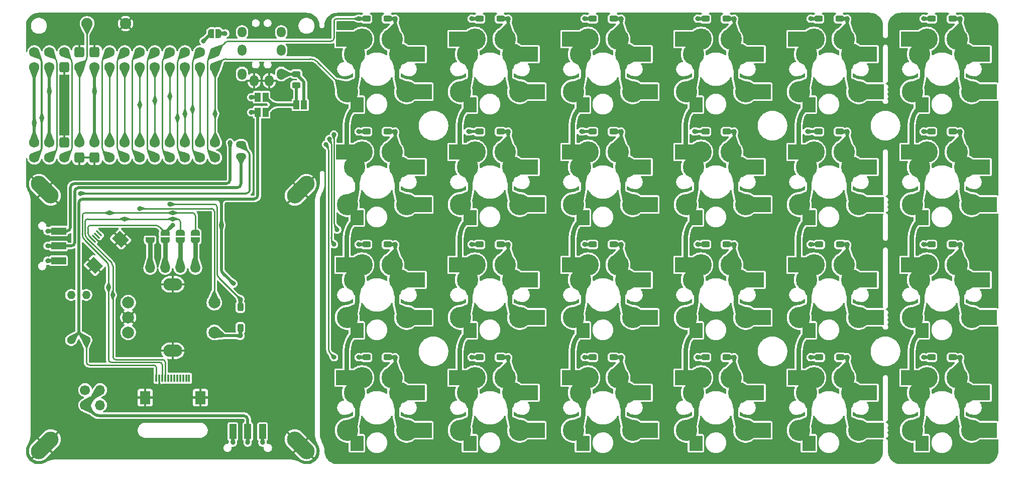
<source format=gbr>
%TF.GenerationSoftware,KiCad,Pcbnew,9.0.5-9.0.5~ubuntu24.04.1*%
%TF.CreationDate,2025-10-31T15:41:01+08:00*%
%TF.ProjectId,TPS,5450532e-6b69-4636-9164-5f7063625858,rev?*%
%TF.SameCoordinates,Original*%
%TF.FileFunction,Copper,L1,Top*%
%TF.FilePolarity,Positive*%
%FSLAX46Y46*%
G04 Gerber Fmt 4.6, Leading zero omitted, Abs format (unit mm)*
G04 Created by KiCad (PCBNEW 9.0.5-9.0.5~ubuntu24.04.1) date 2025-10-31 15:41:01*
%MOMM*%
%LPD*%
G01*
G04 APERTURE LIST*
G04 Aperture macros list*
%AMRoundRect*
0 Rectangle with rounded corners*
0 $1 Rounding radius*
0 $2 $3 $4 $5 $6 $7 $8 $9 X,Y pos of 4 corners*
0 Add a 4 corners polygon primitive as box body*
4,1,4,$2,$3,$4,$5,$6,$7,$8,$9,$2,$3,0*
0 Add four circle primitives for the rounded corners*
1,1,$1+$1,$2,$3*
1,1,$1+$1,$4,$5*
1,1,$1+$1,$6,$7*
1,1,$1+$1,$8,$9*
0 Add four rect primitives between the rounded corners*
20,1,$1+$1,$2,$3,$4,$5,0*
20,1,$1+$1,$4,$5,$6,$7,0*
20,1,$1+$1,$6,$7,$8,$9,0*
20,1,$1+$1,$8,$9,$2,$3,0*%
%AMHorizOval*
0 Thick line with rounded ends*
0 $1 width*
0 $2 $3 position (X,Y) of the first rounded end (center of the circle)*
0 $4 $5 position (X,Y) of the second rounded end (center of the circle)*
0 Add line between two ends*
20,1,$1,$2,$3,$4,$5,0*
0 Add two circle primitives to create the rounded ends*
1,1,$1,$2,$3*
1,1,$1,$4,$5*%
%AMRotRect*
0 Rectangle, with rotation*
0 The origin of the aperture is its center*
0 $1 length*
0 $2 width*
0 $3 Rotation angle, in degrees counterclockwise*
0 Add horizontal line*
21,1,$1,$2,0,0,$3*%
%AMOutline4P*
0 Free polygon, 4 corners , with rotation*
0 The origin of the aperture is its center*
0 number of corners: always 4*
0 $1 to $8 corner X, Y*
0 $9 Rotation angle, in degrees counterclockwise*
0 create outline with 4 corners*
4,1,4,$1,$2,$3,$4,$5,$6,$7,$8,$1,$2,$9*%
%AMFreePoly0*
4,1,23,0.500000,-0.750000,0.000000,-0.750000,0.000000,-0.745722,-0.065263,-0.745722,-0.191342,-0.711940,-0.304381,-0.646677,-0.396677,-0.554381,-0.461940,-0.441342,-0.495722,-0.315263,-0.495722,-0.250000,-0.500000,-0.250000,-0.500000,0.250000,-0.495722,0.250000,-0.495722,0.315263,-0.461940,0.441342,-0.396677,0.554381,-0.304381,0.646677,-0.191342,0.711940,-0.065263,0.745722,0.000000,0.745722,
0.000000,0.750000,0.500000,0.750000,0.500000,-0.750000,0.500000,-0.750000,$1*%
%AMFreePoly1*
4,1,23,0.000000,0.745722,0.065263,0.745722,0.191342,0.711940,0.304381,0.646677,0.396677,0.554381,0.461940,0.441342,0.495722,0.315263,0.495722,0.250000,0.500000,0.250000,0.500000,-0.250000,0.495722,-0.250000,0.495722,-0.315263,0.461940,-0.441342,0.396677,-0.554381,0.304381,-0.646677,0.191342,-0.711940,0.065263,-0.745722,0.000000,-0.745722,0.000000,-0.750000,-0.500000,-0.750000,
-0.500000,0.750000,0.000000,0.750000,0.000000,0.745722,0.000000,0.745722,$1*%
G04 Aperture macros list end*
%TA.AperFunction,SMDPad,CuDef*%
%ADD10RoundRect,0.250000X-0.450000X-0.250000X0.450000X-0.250000X0.450000X0.250000X-0.450000X0.250000X0*%
%TD*%
%TA.AperFunction,ComponentPad*%
%ADD11HorizOval,2.700000X0.989949X0.989949X-0.989949X-0.989949X0*%
%TD*%
%TA.AperFunction,SMDPad,CuDef*%
%ADD12Outline4P,-1.079500X-1.250000X1.079500X-1.250000X1.079500X1.250000X-1.079500X1.250000X180.000000*%
%TD*%
%TA.AperFunction,SMDPad,CuDef*%
%ADD13Outline4P,-1.775000X-1.250000X1.775000X-1.250000X1.775000X1.250000X-1.775000X1.250000X0.000000*%
%TD*%
%TA.AperFunction,ComponentPad*%
%ADD14C,3.600000*%
%TD*%
%TA.AperFunction,SMDPad,CuDef*%
%ADD15Outline4P,-1.925000X-1.250000X1.925000X-1.250000X1.925000X1.250000X-1.925000X1.250000X180.000000*%
%TD*%
%TA.AperFunction,SMDPad,CuDef*%
%ADD16R,1.000000X1.500000*%
%TD*%
%TA.AperFunction,ComponentPad*%
%ADD17O,1.500000X1.900000*%
%TD*%
%TA.AperFunction,ComponentPad*%
%ADD18O,1.500000X1.800000*%
%TD*%
%TA.AperFunction,SMDPad,CuDef*%
%ADD19FreePoly0,90.000000*%
%TD*%
%TA.AperFunction,SMDPad,CuDef*%
%ADD20FreePoly1,90.000000*%
%TD*%
%TA.AperFunction,SMDPad,CuDef*%
%ADD21RoundRect,0.250000X-0.250000X0.450000X-0.250000X-0.450000X0.250000X-0.450000X0.250000X0.450000X0*%
%TD*%
%TA.AperFunction,ComponentPad*%
%ADD22C,2.000000*%
%TD*%
%TA.AperFunction,ComponentPad*%
%ADD23O,3.200000X2.100000*%
%TD*%
%TA.AperFunction,ComponentPad*%
%ADD24C,1.400000*%
%TD*%
%TA.AperFunction,ComponentPad*%
%ADD25O,1.400000X1.400000*%
%TD*%
%TA.AperFunction,SMDPad,CuDef*%
%ADD26RotRect,0.300000X1.300000X45.000000*%
%TD*%
%TA.AperFunction,SMDPad,CuDef*%
%ADD27RotRect,1.800000X2.200000X45.000000*%
%TD*%
%TA.AperFunction,ComponentPad*%
%ADD28HorizOval,2.700000X-0.989949X-0.989949X0.989949X0.989949X0*%
%TD*%
%TA.AperFunction,SMDPad,CuDef*%
%ADD29FreePoly0,0.000000*%
%TD*%
%TA.AperFunction,SMDPad,CuDef*%
%ADD30FreePoly1,0.000000*%
%TD*%
%TA.AperFunction,SMDPad,CuDef*%
%ADD31RoundRect,0.243750X0.456250X-0.243750X0.456250X0.243750X-0.456250X0.243750X-0.456250X-0.243750X0*%
%TD*%
%TA.AperFunction,SMDPad,CuDef*%
%ADD32Outline4P,-0.600000X-1.250000X0.600000X-1.250000X0.600000X1.250000X-0.600000X1.250000X270.000000*%
%TD*%
%TA.AperFunction,ComponentPad*%
%ADD33C,1.900000*%
%TD*%
%TA.AperFunction,ComponentPad*%
%ADD34C,1.700000*%
%TD*%
%TA.AperFunction,ComponentPad*%
%ADD35O,1.700000X1.700000*%
%TD*%
%TA.AperFunction,ComponentPad*%
%ADD36HorizOval,2.700000X-0.989949X0.989949X0.989949X-0.989949X0*%
%TD*%
%TA.AperFunction,ComponentPad*%
%ADD37O,1.750000X1.200000*%
%TD*%
%TA.AperFunction,SMDPad,CuDef*%
%ADD38R,0.300000X1.300000*%
%TD*%
%TA.AperFunction,SMDPad,CuDef*%
%ADD39R,1.800000X2.200000*%
%TD*%
%TA.AperFunction,SMDPad,CuDef*%
%ADD40Outline4P,-0.600000X-1.250000X0.600000X-1.250000X0.600000X1.250000X-0.600000X1.250000X0.000000*%
%TD*%
%TA.AperFunction,ComponentPad*%
%ADD41C,1.752600*%
%TD*%
%TA.AperFunction,ComponentPad*%
%ADD42RoundRect,0.438150X-0.438150X-0.438150X0.438150X-0.438150X0.438150X0.438150X-0.438150X0.438150X0*%
%TD*%
%TA.AperFunction,ComponentPad*%
%ADD43RoundRect,0.438150X0.438150X0.438150X-0.438150X0.438150X-0.438150X-0.438150X0.438150X-0.438150X0*%
%TD*%
%TA.AperFunction,ViaPad*%
%ADD44C,0.800000*%
%TD*%
%TA.AperFunction,Conductor*%
%ADD45C,0.500000*%
%TD*%
%TA.AperFunction,Conductor*%
%ADD46C,0.250000*%
%TD*%
%TA.AperFunction,Conductor*%
%ADD47C,0.750000*%
%TD*%
%TA.AperFunction,Conductor*%
%ADD48C,0.350000*%
%TD*%
G04 APERTURE END LIST*
D10*
%TO.P,D13,1*%
%TO.N,row0*%
X153025000Y-30000000D03*
%TO.P,D13,2*%
%TO.N,Net-(D13-Pad2)*%
X156575000Y-30000000D03*
%TD*%
D11*
%TO.P,H10,*%
%TO.N,GND*%
X84775000Y-58886000D03*
%TD*%
D10*
%TO.P,D20,1*%
%TO.N,row3*%
X172205000Y-87150000D03*
%TO.P,D20,2*%
%TO.N,Net-(D20-Pad2)*%
X175755000Y-87150000D03*
%TD*%
D12*
%TO.P,K16,1,1*%
%TO.N,col2*%
X149004000Y-90595000D03*
D13*
X149700000Y-90595000D03*
D14*
X149800000Y-99475000D03*
X150990000Y-93135000D03*
D12*
X151419000Y-101675000D03*
D14*
X152260000Y-90595000D03*
%TO.P,K16,2,2*%
%TO.N,Net-(D16-Pad2)*%
X157340000Y-90595000D03*
X158610000Y-93135000D03*
X159800000Y-99475000D03*
D13*
X161101000Y-93135000D03*
D12*
X161797000Y-93135000D03*
D15*
X162125000Y-99475000D03*
D12*
X162971000Y-99475000D03*
%TD*%
D16*
%TO.P,JP15,1,A*%
%TO.N,VCC*%
X84060000Y-44533000D03*
%TO.P,JP15,2,B*%
%TO.N,Net-(JP15-B)*%
X85360000Y-44533000D03*
%TD*%
D10*
%TO.P,D1,1*%
%TO.N,row0*%
X95875000Y-30000000D03*
%TO.P,D1,2*%
%TO.N,Net-(D1-Pad2)*%
X99425000Y-30000000D03*
%TD*%
%TO.P,D18,1*%
%TO.N,row1*%
X172075000Y-49050000D03*
%TO.P,D18,2*%
%TO.N,Net-(D18-Pad2)*%
X175625000Y-49050000D03*
%TD*%
D12*
%TO.P,K3,1,1*%
%TO.N,col5*%
X91854000Y-71545000D03*
D13*
X92550000Y-71545000D03*
D14*
X92650000Y-80425000D03*
X93840000Y-74085000D03*
D12*
X94269000Y-82625000D03*
D14*
X95110000Y-71545000D03*
%TO.P,K3,2,2*%
%TO.N,Net-(D3-Pad2)*%
X100190000Y-71545000D03*
X101460000Y-74085000D03*
X102650000Y-80425000D03*
D13*
X103951000Y-74085000D03*
D12*
X104647000Y-74085000D03*
D15*
X104975000Y-80425000D03*
D12*
X105821000Y-80425000D03*
%TD*%
%TO.P,K4,1,1*%
%TO.N,col5*%
X91854000Y-90595000D03*
D13*
X92550000Y-90595000D03*
D14*
X92650000Y-99475000D03*
X93840000Y-93135000D03*
D12*
X94269000Y-101675000D03*
D14*
X95110000Y-90595000D03*
%TO.P,K4,2,2*%
%TO.N,Net-(D4-Pad2)*%
X100190000Y-90595000D03*
X101460000Y-93135000D03*
X102650000Y-99475000D03*
D13*
X103951000Y-93135000D03*
D12*
X104647000Y-93135000D03*
D15*
X104975000Y-99475000D03*
D12*
X105821000Y-99475000D03*
%TD*%
D10*
%TO.P,D22,1*%
%TO.N,row1*%
X191125000Y-49050000D03*
%TO.P,D22,2*%
%TO.N,Net-(D22-Pad2)*%
X194675000Y-49050000D03*
%TD*%
D12*
%TO.P,K1,1,1*%
%TO.N,col5*%
X91854000Y-33445000D03*
D13*
X92550000Y-33445000D03*
D14*
X92650000Y-42325000D03*
X93840000Y-35985000D03*
D12*
X94269000Y-44525000D03*
D14*
X95110000Y-33445000D03*
%TO.P,K1,2,2*%
%TO.N,Net-(D1-Pad2)*%
X100190000Y-33445000D03*
X101460000Y-35985000D03*
X102650000Y-42325000D03*
D13*
X103951000Y-35985000D03*
D12*
X104647000Y-35985000D03*
D15*
X104975000Y-42325000D03*
D12*
X105821000Y-42325000D03*
%TD*%
D10*
%TO.P,D6,1*%
%TO.N,row1*%
X114925000Y-49050000D03*
%TO.P,D6,2*%
%TO.N,Net-(D6-Pad2)*%
X118475000Y-49050000D03*
%TD*%
D12*
%TO.P,K7,1,1*%
%TO.N,col4*%
X110904000Y-71545000D03*
D13*
X111600000Y-71545000D03*
D14*
X111700000Y-80425000D03*
X112890000Y-74085000D03*
D12*
X113319000Y-82625000D03*
D14*
X114160000Y-71545000D03*
%TO.P,K7,2,2*%
%TO.N,Net-(D7-Pad2)*%
X119240000Y-71545000D03*
X120510000Y-74085000D03*
X121700000Y-80425000D03*
D13*
X123001000Y-74085000D03*
D12*
X123697000Y-74085000D03*
D15*
X124025000Y-80425000D03*
D12*
X124871000Y-80425000D03*
%TD*%
D17*
%TO.P,T1,1,T/VCC*%
%TO.N,Net-(JP15-B)*%
X74914000Y-39350000D03*
X81514000Y-39350000D03*
D18*
%TO.P,T1,2,R/SNL*%
%TO.N,TX*%
X74914000Y-32302000D03*
X81514000Y-32302000D03*
D17*
%TO.P,T1,3,R/GND*%
%TO.N,Net-(JP13-B)*%
X74914000Y-35350000D03*
X81514000Y-35350000D03*
%TO.P,T1,4,S/No*%
%TO.N,GND*%
X76914000Y-40450000D03*
X79514000Y-40450000D03*
%TD*%
D12*
%TO.P,K9,1,1*%
%TO.N,col3*%
X129954000Y-33445000D03*
D13*
X130650000Y-33445000D03*
D14*
X130750000Y-42325000D03*
X131940000Y-35985000D03*
D12*
X132369000Y-44525000D03*
D14*
X133210000Y-33445000D03*
%TO.P,K9,2,2*%
%TO.N,Net-(D9-Pad2)*%
X138290000Y-33445000D03*
X139560000Y-35985000D03*
X140750000Y-42325000D03*
D13*
X142051000Y-35985000D03*
D12*
X142747000Y-35985000D03*
D15*
X143075000Y-42325000D03*
D12*
X143921000Y-42325000D03*
%TD*%
D10*
%TO.P,D2,1*%
%TO.N,row1*%
X95875000Y-49050000D03*
%TO.P,D2,2*%
%TO.N,Net-(D2-Pad2)*%
X99425000Y-49050000D03*
%TD*%
%TO.P,D7,1*%
%TO.N,row2*%
X114925000Y-68100000D03*
%TO.P,D7,2*%
%TO.N,Net-(D7-Pad2)*%
X118475000Y-68100000D03*
%TD*%
D12*
%TO.P,K17,1,1*%
%TO.N,col1*%
X168054000Y-33445000D03*
D13*
X168750000Y-33445000D03*
D14*
X168850000Y-42325000D03*
X170040000Y-35985000D03*
D12*
X170469000Y-44525000D03*
D14*
X171310000Y-33445000D03*
%TO.P,K17,2,2*%
%TO.N,Net-(D17-Pad2)*%
X176390000Y-33445000D03*
X177660000Y-35985000D03*
X178850000Y-42325000D03*
D13*
X180151000Y-35985000D03*
D12*
X180847000Y-35985000D03*
D15*
X181175000Y-42325000D03*
D12*
X182021000Y-42325000D03*
%TD*%
%TO.P,K22,1,1*%
%TO.N,col0*%
X187104000Y-52495000D03*
D13*
X187800000Y-52495000D03*
D14*
X187900000Y-61375000D03*
X189090000Y-55035000D03*
D12*
X189519000Y-63575000D03*
D14*
X190360000Y-52495000D03*
%TO.P,K22,2,2*%
%TO.N,Net-(D22-Pad2)*%
X195440000Y-52495000D03*
X196710000Y-55035000D03*
X197900000Y-61375000D03*
D13*
X199201000Y-55035000D03*
D12*
X199897000Y-55035000D03*
D15*
X200225000Y-61375000D03*
D12*
X201071000Y-61375000D03*
%TD*%
%TO.P,K21,1,1*%
%TO.N,col0*%
X187104000Y-33445000D03*
D13*
X187800000Y-33445000D03*
D14*
X187900000Y-42325000D03*
X189090000Y-35985000D03*
D12*
X189519000Y-44525000D03*
D14*
X190360000Y-33445000D03*
%TO.P,K21,2,2*%
%TO.N,Net-(D21-Pad2)*%
X195440000Y-33445000D03*
X196710000Y-35985000D03*
X197900000Y-42325000D03*
D13*
X199201000Y-35985000D03*
D12*
X199897000Y-35985000D03*
D15*
X200225000Y-42325000D03*
D12*
X201071000Y-42325000D03*
%TD*%
D10*
%TO.P,D19,1*%
%TO.N,row2*%
X172205000Y-68100000D03*
%TO.P,D19,2*%
%TO.N,Net-(D19-Pad2)*%
X175755000Y-68100000D03*
%TD*%
D19*
%TO.P,JP5,1,A*%
%TO.N,Net-(J1-Pin_1)*%
X67027500Y-67443000D03*
D20*
%TO.P,JP5,2,B*%
%TO.N,SDA*%
X67027500Y-66143000D03*
%TD*%
D12*
%TO.P,K23,1,1*%
%TO.N,col0*%
X187104000Y-71545000D03*
D13*
X187800000Y-71545000D03*
D14*
X187900000Y-80425000D03*
X189090000Y-74085000D03*
D12*
X189519000Y-82625000D03*
D14*
X190360000Y-71545000D03*
%TO.P,K23,2,2*%
%TO.N,Net-(D23-Pad2)*%
X195440000Y-71545000D03*
X196710000Y-74085000D03*
X197900000Y-80425000D03*
D13*
X199201000Y-74085000D03*
D12*
X199897000Y-74085000D03*
D15*
X200225000Y-80425000D03*
D12*
X201071000Y-80425000D03*
%TD*%
D10*
%TO.P,D12,1*%
%TO.N,row3*%
X133975000Y-87150000D03*
%TO.P,D12,2*%
%TO.N,Net-(D12-Pad2)*%
X137525000Y-87150000D03*
%TD*%
D21*
%TO.P,D25,1*%
%TO.N,row3*%
X74638000Y-78668000D03*
%TO.P,D25,2*%
%TO.N,Net-(D25-Pad2)*%
X74638000Y-82218000D03*
%TD*%
D12*
%TO.P,K18,1,1*%
%TO.N,col1*%
X168054000Y-52495000D03*
D13*
X168750000Y-52495000D03*
D14*
X168850000Y-61375000D03*
X170040000Y-55035000D03*
D12*
X170469000Y-63575000D03*
D14*
X171310000Y-52495000D03*
%TO.P,K18,2,2*%
%TO.N,Net-(D18-Pad2)*%
X176390000Y-52495000D03*
X177660000Y-55035000D03*
X178850000Y-61375000D03*
D13*
X180151000Y-55035000D03*
D12*
X180847000Y-55035000D03*
D15*
X181175000Y-61375000D03*
D12*
X182021000Y-61375000D03*
%TD*%
D10*
%TO.P,D4,1*%
%TO.N,row3*%
X95875000Y-87150000D03*
%TO.P,D4,2*%
%TO.N,Net-(D4-Pad2)*%
X99425000Y-87150000D03*
%TD*%
%TO.P,D14,1*%
%TO.N,row1*%
X153025000Y-49050000D03*
%TO.P,D14,2*%
%TO.N,Net-(D14-Pad2)*%
X156575000Y-49050000D03*
%TD*%
%TO.P,D11,1*%
%TO.N,row2*%
X133975000Y-68100000D03*
%TO.P,D11,2*%
%TO.N,Net-(D11-Pad2)*%
X137525000Y-68100000D03*
%TD*%
%TO.P,D10,1*%
%TO.N,row1*%
X133975000Y-49050000D03*
%TO.P,D10,2*%
%TO.N,Net-(D10-Pad2)*%
X137525000Y-49050000D03*
%TD*%
D22*
%TO.P,K25,A,CLK*%
%TO.N,X{slash}A*%
X55718000Y-77943000D03*
%TO.P,K25,B,DT*%
%TO.N,Y{slash}B*%
X55718000Y-82943000D03*
%TO.P,K25,C,GND*%
%TO.N,GND*%
X55718000Y-80443000D03*
D23*
X63218000Y-74843000D03*
X63218000Y-86043000D03*
D22*
%TO.P,K25,S1,SW*%
%TO.N,col6*%
X70218000Y-77943000D03*
%TO.P,K25,S2,GND*%
%TO.N,Net-(D25-Pad2)*%
X70218000Y-82943000D03*
%TD*%
D12*
%TO.P,K13,1,1*%
%TO.N,col2*%
X149004000Y-33445000D03*
D13*
X149700000Y-33445000D03*
D14*
X149800000Y-42325000D03*
X150990000Y-35985000D03*
D12*
X151419000Y-44525000D03*
D14*
X152260000Y-33445000D03*
%TO.P,K13,2,2*%
%TO.N,Net-(D13-Pad2)*%
X157340000Y-33445000D03*
X158610000Y-35985000D03*
X159800000Y-42325000D03*
D13*
X161101000Y-35985000D03*
D12*
X161797000Y-35985000D03*
D15*
X162125000Y-42325000D03*
D12*
X162971000Y-42325000D03*
%TD*%
D24*
%TO.P,R1,1*%
%TO.N,+3V3*%
X46110000Y-84253000D03*
D25*
%TO.P,R1,2*%
%TO.N,SDA*%
X46110000Y-76633000D03*
%TD*%
D26*
%TO.P,J5,1,Pin_1*%
%TO.N,SDA*%
X49025969Y-68018736D03*
%TO.P,J5,2,Pin_2*%
%TO.N,SCL*%
X49379522Y-67665183D03*
%TO.P,J5,3,Pin_3*%
%TO.N,+3V3*%
X49733076Y-67311629D03*
%TO.P,J5,4,Pin_4*%
%TO.N,GND*%
X50086629Y-66958076D03*
%TO.P,J5,5,Pin_5*%
%TO.N,unconnected-(J5-Pin_5-Pad5)*%
X50440183Y-66604522D03*
%TO.P,J5,6,Pin_6*%
%TO.N,unconnected-(J5-Pin_6-Pad6)*%
X50793736Y-66250969D03*
D27*
%TO.P,J5,7,Pin_7*%
%TO.N,GND*%
X49980563Y-71660336D03*
X54435336Y-67205563D03*
%TD*%
D28*
%TO.P,H9,*%
%TO.N,GND*%
X41661000Y-102000000D03*
%TD*%
D12*
%TO.P,K12,1,1*%
%TO.N,col3*%
X129954000Y-90595000D03*
D13*
X130650000Y-90595000D03*
D14*
X130750000Y-99475000D03*
X131940000Y-93135000D03*
D12*
X132369000Y-101675000D03*
D14*
X133210000Y-90595000D03*
%TO.P,K12,2,2*%
%TO.N,Net-(D12-Pad2)*%
X138290000Y-90595000D03*
X139560000Y-93135000D03*
X140750000Y-99475000D03*
D13*
X142051000Y-93135000D03*
D12*
X142747000Y-93135000D03*
D15*
X143075000Y-99475000D03*
D12*
X143921000Y-99475000D03*
%TD*%
D29*
%TO.P,JP13,1,A*%
%TO.N,RX*%
X69666000Y-32501000D03*
D30*
%TO.P,JP13,2,B*%
%TO.N,Net-(JP13-B)*%
X70966000Y-32501000D03*
%TD*%
D31*
%TO.P,F2,1*%
%TO.N,VCC*%
X84060000Y-41217500D03*
%TO.P,F2,2*%
%TO.N,Net-(JP15-B)*%
X84060000Y-39342500D03*
%TD*%
D10*
%TO.P,D16,1*%
%TO.N,row3*%
X153025000Y-87150000D03*
%TO.P,D16,2*%
%TO.N,Net-(D16-Pad2)*%
X156575000Y-87150000D03*
%TD*%
%TO.P,D17,1*%
%TO.N,row0*%
X172075000Y-30000000D03*
%TO.P,D17,2*%
%TO.N,Net-(D17-Pad2)*%
X175625000Y-30000000D03*
%TD*%
D19*
%TO.P,JP7,1,A*%
%TO.N,Net-(J1-Pin_3)*%
X61947500Y-67443000D03*
D20*
%TO.P,JP7,2,B*%
%TO.N,+3V3*%
X61947500Y-66143000D03*
%TD*%
D16*
%TO.P,JP1,1,A*%
%TO.N,VCC*%
X78864000Y-45803000D03*
%TO.P,JP1,2,B*%
%TO.N,+3V3*%
X77564000Y-45803000D03*
%TD*%
D32*
%TO.P,SW2,1,A*%
%TO.N,BAT+*%
X43964000Y-65850000D03*
%TO.P,SW2,2,B*%
%TO.N,Net-(J4-Pin_1)*%
X43964000Y-68350000D03*
%TO.P,SW2,3,C*%
%TO.N,unconnected-(SW2-C-Pad3)_1*%
X43964000Y-70850000D03*
%TD*%
D16*
%TO.P,JP2,1,A*%
%TO.N,VCC*%
X78864000Y-43263000D03*
%TO.P,JP2,2,B*%
%TO.N,RAW*%
X77564000Y-43263000D03*
%TD*%
D33*
%TO.P,SW1,1,1*%
%TO.N,GND*%
X55271000Y-30823000D03*
%TO.P,SW1,2,2*%
%TO.N,Net-(U1-RST)*%
X48771000Y-30823000D03*
%TD*%
D12*
%TO.P,K14,1,1*%
%TO.N,col2*%
X149004000Y-52495000D03*
D13*
X149700000Y-52495000D03*
D14*
X149800000Y-61375000D03*
X150990000Y-55035000D03*
D12*
X151419000Y-63575000D03*
D14*
X152260000Y-52495000D03*
%TO.P,K14,2,2*%
%TO.N,Net-(D14-Pad2)*%
X157340000Y-52495000D03*
X158610000Y-55035000D03*
X159800000Y-61375000D03*
D13*
X161101000Y-55035000D03*
D12*
X161797000Y-55035000D03*
D15*
X162125000Y-61375000D03*
D12*
X162971000Y-61375000D03*
%TD*%
D34*
%TO.P,J7,1,Pin_1*%
%TO.N,Net-(J7-Pin_1)*%
X48439000Y-95222000D03*
D35*
%TO.P,J7,2,Pin_2*%
%TO.N,BAT-*%
X50979000Y-95222000D03*
%TD*%
D10*
%TO.P,D3,1*%
%TO.N,row2*%
X95875000Y-68100000D03*
%TO.P,D3,2*%
%TO.N,Net-(D3-Pad2)*%
X99425000Y-68100000D03*
%TD*%
D12*
%TO.P,K5,1,1*%
%TO.N,col4*%
X110904000Y-33445000D03*
D13*
X111600000Y-33445000D03*
D14*
X111700000Y-42325000D03*
X112890000Y-35985000D03*
D12*
X113319000Y-44525000D03*
D14*
X114160000Y-33445000D03*
%TO.P,K5,2,2*%
%TO.N,Net-(D5-Pad2)*%
X119240000Y-33445000D03*
X120510000Y-35985000D03*
X121700000Y-42325000D03*
D13*
X123001000Y-35985000D03*
D12*
X123697000Y-35985000D03*
D15*
X124025000Y-42325000D03*
D12*
X124871000Y-42325000D03*
%TD*%
%TO.P,K11,1,1*%
%TO.N,col3*%
X129954000Y-71545000D03*
D13*
X130650000Y-71545000D03*
D14*
X130750000Y-80425000D03*
X131940000Y-74085000D03*
D12*
X132369000Y-82625000D03*
D14*
X133210000Y-71545000D03*
%TO.P,K11,2,2*%
%TO.N,Net-(D11-Pad2)*%
X138290000Y-71545000D03*
X139560000Y-74085000D03*
X140750000Y-80425000D03*
D13*
X142051000Y-74085000D03*
D12*
X142747000Y-74085000D03*
D15*
X143075000Y-80425000D03*
D12*
X143921000Y-80425000D03*
%TD*%
D10*
%TO.P,D15,1*%
%TO.N,row2*%
X153025000Y-68100000D03*
%TO.P,D15,2*%
%TO.N,Net-(D15-Pad2)*%
X156575000Y-68100000D03*
%TD*%
D12*
%TO.P,K20,1,1*%
%TO.N,col1*%
X168054000Y-90595000D03*
D13*
X168750000Y-90595000D03*
D14*
X168850000Y-99475000D03*
X170040000Y-93135000D03*
D12*
X170469000Y-101675000D03*
D14*
X171310000Y-90595000D03*
%TO.P,K20,2,2*%
%TO.N,Net-(D20-Pad2)*%
X176390000Y-90595000D03*
X177660000Y-93135000D03*
X178850000Y-99475000D03*
D13*
X180151000Y-93135000D03*
D12*
X180847000Y-93135000D03*
D15*
X181175000Y-99475000D03*
D12*
X182021000Y-99475000D03*
%TD*%
%TO.P,K15,1,1*%
%TO.N,col2*%
X149004000Y-71545000D03*
D13*
X149700000Y-71545000D03*
D14*
X149800000Y-80425000D03*
X150990000Y-74085000D03*
D12*
X151419000Y-82625000D03*
D14*
X152260000Y-71545000D03*
%TO.P,K15,2,2*%
%TO.N,Net-(D15-Pad2)*%
X157340000Y-71545000D03*
X158610000Y-74085000D03*
X159800000Y-80425000D03*
D13*
X161101000Y-74085000D03*
D12*
X161797000Y-74085000D03*
D15*
X162125000Y-80425000D03*
D12*
X162971000Y-80425000D03*
%TD*%
D36*
%TO.P,H8,*%
%TO.N,GND*%
X41661000Y-58886000D03*
%TD*%
D10*
%TO.P,D8,1*%
%TO.N,row3*%
X114925000Y-87150000D03*
%TO.P,D8,2*%
%TO.N,Net-(D8-Pad2)*%
X118475000Y-87150000D03*
%TD*%
D12*
%TO.P,K10,1,1*%
%TO.N,col3*%
X129954000Y-52495000D03*
D13*
X130650000Y-52495000D03*
D14*
X130750000Y-61375000D03*
X131940000Y-55035000D03*
D12*
X132369000Y-63575000D03*
D14*
X133210000Y-52495000D03*
%TO.P,K10,2,2*%
%TO.N,Net-(D10-Pad2)*%
X138290000Y-52495000D03*
X139560000Y-55035000D03*
X140750000Y-61375000D03*
D13*
X142051000Y-55035000D03*
D12*
X142747000Y-55035000D03*
D15*
X143075000Y-61375000D03*
D12*
X143921000Y-61375000D03*
%TD*%
D10*
%TO.P,D9,1*%
%TO.N,row0*%
X133975000Y-30000000D03*
%TO.P,D9,2*%
%TO.N,Net-(D9-Pad2)*%
X137525000Y-30000000D03*
%TD*%
D37*
%TO.P,J4,1,Pin_1*%
%TO.N,Net-(J4-Pin_1)*%
X74731000Y-53236000D03*
%TO.P,J4,2,Pin_2*%
%TO.N,BAT-*%
X74731000Y-51236000D03*
%TD*%
D10*
%TO.P,D24,1*%
%TO.N,row3*%
X191125000Y-87150000D03*
%TO.P,D24,2*%
%TO.N,Net-(D24-Pad2)*%
X194675000Y-87150000D03*
%TD*%
D34*
%TO.P,J1,1,Pin_1*%
%TO.N,Net-(J1-Pin_1)*%
X67027500Y-72073000D03*
D35*
%TO.P,J1,2,Pin_2*%
%TO.N,Net-(J1-Pin_2)*%
X64487500Y-72073000D03*
%TO.P,J1,3,Pin_3*%
%TO.N,Net-(J1-Pin_3)*%
X61947500Y-72073000D03*
%TO.P,J1,4,Pin_4*%
%TO.N,Net-(J1-Pin_4)*%
X59407500Y-72073000D03*
%TD*%
D12*
%TO.P,K6,1,1*%
%TO.N,col4*%
X110904000Y-52495000D03*
D13*
X111600000Y-52495000D03*
D14*
X111700000Y-61375000D03*
X112890000Y-55035000D03*
D12*
X113319000Y-63575000D03*
D14*
X114160000Y-52495000D03*
%TO.P,K6,2,2*%
%TO.N,Net-(D6-Pad2)*%
X119240000Y-52495000D03*
X120510000Y-55035000D03*
X121700000Y-61375000D03*
D13*
X123001000Y-55035000D03*
D12*
X123697000Y-55035000D03*
D15*
X124025000Y-61375000D03*
D12*
X124871000Y-61375000D03*
%TD*%
D38*
%TO.P,J2,1,Pin_1*%
%TO.N,+3V3*%
X60471000Y-90702000D03*
%TO.P,J2,2,Pin_2*%
%TO.N,GND*%
X60971000Y-90702000D03*
%TO.P,J2,3,Pin_3*%
%TO.N,SDA*%
X61471000Y-90702000D03*
%TO.P,J2,4,Pin_4*%
%TO.N,SCL*%
X61971000Y-90702000D03*
%TO.P,J2,5,Pin_5*%
%TO.N,unconnected-(J2-Pin_5-Pad5)*%
X62471000Y-90702000D03*
%TO.P,J2,6,Pin_6*%
%TO.N,unconnected-(J2-Pin_6-Pad6)*%
X62971000Y-90702000D03*
%TO.P,J2,7,Pin_7*%
%TO.N,unconnected-(J2-Pin_7-Pad7)*%
X63471000Y-90702000D03*
%TO.P,J2,8,Pin_8*%
%TO.N,unconnected-(J2-Pin_8-Pad8)*%
X63971000Y-90702000D03*
%TO.P,J2,9,Pin_9*%
%TO.N,unconnected-(J2-Pin_9-Pad9)*%
X64471000Y-90702000D03*
%TO.P,J2,10,Pin_10*%
%TO.N,unconnected-(J2-Pin_10-Pad10)*%
X64971000Y-90702000D03*
%TO.P,J2,11,Pin_11*%
%TO.N,unconnected-(J2-Pin_11-Pad11)*%
X65471000Y-90702000D03*
%TO.P,J2,12,Pin_12*%
%TO.N,unconnected-(J2-Pin_12-Pad12)*%
X65971000Y-90702000D03*
D39*
%TO.P,J2,13,Pin_13*%
%TO.N,GND*%
X58571000Y-93952000D03*
X67871000Y-93952000D03*
%TD*%
D34*
%TO.P,J8,1,Pin_1*%
%TO.N,BAT-*%
X48439000Y-92682000D03*
D35*
%TO.P,J8,2,Pin_2*%
%TO.N,Net-(J7-Pin_1)*%
X50979000Y-92682000D03*
%TD*%
D36*
%TO.P,H11,*%
%TO.N,GND*%
X84775000Y-102000000D03*
%TD*%
D24*
%TO.P,R2,1*%
%TO.N,+3V3*%
X48650000Y-84253000D03*
D25*
%TO.P,R2,2*%
%TO.N,SCL*%
X48650000Y-76633000D03*
%TD*%
D10*
%TO.P,D21,1*%
%TO.N,row0*%
X191125000Y-30000000D03*
%TO.P,D21,2*%
%TO.N,Net-(D21-Pad2)*%
X194675000Y-30000000D03*
%TD*%
%TO.P,D5,1*%
%TO.N,row0*%
X114925000Y-30000000D03*
%TO.P,D5,2*%
%TO.N,Net-(D5-Pad2)*%
X118475000Y-30000000D03*
%TD*%
D12*
%TO.P,K2,1,1*%
%TO.N,col5*%
X91854000Y-52495000D03*
D13*
X92550000Y-52495000D03*
D14*
X92650000Y-61375000D03*
X93840000Y-55035000D03*
D12*
X94269000Y-63575000D03*
D14*
X95110000Y-52495000D03*
%TO.P,K2,2,2*%
%TO.N,Net-(D2-Pad2)*%
X100190000Y-52495000D03*
X101460000Y-55035000D03*
X102650000Y-61375000D03*
D13*
X103951000Y-55035000D03*
D12*
X104647000Y-55035000D03*
D15*
X104975000Y-61375000D03*
D12*
X105821000Y-61375000D03*
%TD*%
D40*
%TO.P,SW3,1,A*%
%TO.N,BAT+*%
X73352000Y-99697000D03*
%TO.P,SW3,2,B*%
%TO.N,Net-(J7-Pin_1)*%
X75852000Y-99697000D03*
%TO.P,SW3,3,C*%
%TO.N,unconnected-(SW3-C-Pad3)*%
X78352000Y-99697000D03*
%TD*%
D10*
%TO.P,D23,1*%
%TO.N,row2*%
X191125000Y-68100000D03*
%TO.P,D23,2*%
%TO.N,Net-(D23-Pad2)*%
X194675000Y-68100000D03*
%TD*%
D12*
%TO.P,K24,1,1*%
%TO.N,col0*%
X187104000Y-90595000D03*
D13*
X187800000Y-90595000D03*
D14*
X187900000Y-99475000D03*
X189090000Y-93135000D03*
D12*
X189519000Y-101675000D03*
D14*
X190360000Y-90595000D03*
%TO.P,K24,2,2*%
%TO.N,Net-(D24-Pad2)*%
X195440000Y-90595000D03*
X196710000Y-93135000D03*
X197900000Y-99475000D03*
D13*
X199201000Y-93135000D03*
D12*
X199897000Y-93135000D03*
D15*
X200225000Y-99475000D03*
D12*
X201071000Y-99475000D03*
%TD*%
%TO.P,K8,1,1*%
%TO.N,col4*%
X110904000Y-90595000D03*
D13*
X111600000Y-90595000D03*
D14*
X111700000Y-99475000D03*
X112890000Y-93135000D03*
D12*
X113319000Y-101675000D03*
D14*
X114160000Y-90595000D03*
%TO.P,K8,2,2*%
%TO.N,Net-(D8-Pad2)*%
X119240000Y-90595000D03*
X120510000Y-93135000D03*
X121700000Y-99475000D03*
D13*
X123001000Y-93135000D03*
D12*
X123697000Y-93135000D03*
D15*
X124025000Y-99475000D03*
D12*
X124871000Y-99475000D03*
%TD*%
D19*
%TO.P,JP6,1,A*%
%TO.N,Net-(J1-Pin_2)*%
X64487500Y-67443000D03*
D20*
%TO.P,JP6,2,B*%
%TO.N,SCL*%
X64487500Y-66143000D03*
%TD*%
D19*
%TO.P,JP8,1,A*%
%TO.N,Net-(J1-Pin_4)*%
X59407500Y-67443000D03*
D20*
%TO.P,JP8,2,B*%
%TO.N,GND*%
X59407500Y-66143000D03*
%TD*%
D12*
%TO.P,K19,1,1*%
%TO.N,col1*%
X168054000Y-71545000D03*
D13*
X168750000Y-71545000D03*
D14*
X168850000Y-80425000D03*
X170040000Y-74085000D03*
D12*
X170469000Y-82625000D03*
D14*
X171310000Y-71545000D03*
%TO.P,K19,2,2*%
%TO.N,Net-(D19-Pad2)*%
X176390000Y-71545000D03*
X177660000Y-74085000D03*
X178850000Y-80425000D03*
D13*
X180151000Y-74085000D03*
D12*
X180847000Y-74085000D03*
D15*
X181175000Y-80425000D03*
D12*
X182021000Y-80425000D03*
%TD*%
D41*
%TO.P,U1,1,?*%
%TO.N,BAT-*%
X39881000Y-35681000D03*
X39881000Y-53461000D03*
%TO.P,U1,2,0/PD3*%
%TO.N,TX*%
X42421000Y-35681000D03*
X42421000Y-53461000D03*
%TO.P,U1,3,1/PD2*%
%TO.N,RX*%
X44961000Y-35681000D03*
X44961000Y-53461000D03*
D42*
%TO.P,U1,4,GND*%
%TO.N,GND*%
X47501000Y-35681000D03*
D43*
X47501000Y-53461000D03*
D42*
%TO.P,U1,5,GND*%
X50041000Y-35681000D03*
D43*
X50041000Y-53461000D03*
D41*
%TO.P,U1,6,2/PD1*%
%TO.N,SDA*%
X52581000Y-35681000D03*
X52581000Y-53461000D03*
%TO.P,U1,7,3/PD0*%
%TO.N,SCL*%
X55121000Y-35681000D03*
X55121000Y-53461000D03*
%TO.P,U1,8,4/PD4*%
%TO.N,col6*%
X57661000Y-35681000D03*
X57661000Y-53461000D03*
%TO.P,U1,9,5/PC6*%
%TO.N,unconnected-(U1-5{slash}PC6-Pad9)_1*%
X60201000Y-35681000D03*
X60201000Y-53461000D03*
%TO.P,U1,10,6/PD7*%
%TO.N,row3*%
X62741000Y-35681000D03*
X62741000Y-53461000D03*
%TO.P,U1,11,7/PE6*%
%TO.N,row2*%
X65281000Y-35681000D03*
X65281000Y-53461000D03*
%TO.P,U1,12,8/PB4*%
%TO.N,row1*%
X67821000Y-35681000D03*
X67821000Y-53461000D03*
%TO.P,U1,13,9/PB5*%
%TO.N,row0*%
X70361000Y-35681000D03*
X70361000Y-53461000D03*
%TO.P,U1,14,21/PB6*%
%TO.N,col5*%
X70361000Y-38221000D03*
X70361000Y-50921000D03*
%TO.P,U1,15,23/PB2*%
%TO.N,col4*%
X67821000Y-38221000D03*
X67821000Y-50921000D03*
%TO.P,U1,16,20/PB3*%
%TO.N,col3*%
X65281000Y-38221000D03*
X65281000Y-50921000D03*
%TO.P,U1,17,22/PB1*%
%TO.N,col2*%
X62741000Y-38221000D03*
X62741000Y-50921000D03*
%TO.P,U1,18,26/PF7*%
%TO.N,col1*%
X60201000Y-38221000D03*
X60201000Y-50921000D03*
%TO.P,U1,19,27/PF6*%
%TO.N,col0*%
X57661000Y-38221000D03*
X57661000Y-50921000D03*
%TO.P,U1,20,28/PF5*%
%TO.N,X{slash}A*%
X55121000Y-38221000D03*
X55121000Y-50921000D03*
%TO.P,U1,21,29/PF4*%
%TO.N,Y{slash}B*%
X52581000Y-38221000D03*
X52581000Y-50921000D03*
%TO.P,U1,22,VCC*%
%TO.N,+3V3*%
X50041000Y-38221000D03*
X50041000Y-50921000D03*
%TO.P,U1,23,RST*%
%TO.N,Net-(U1-RST)*%
X47501000Y-38221000D03*
X47501000Y-50921000D03*
D43*
%TO.P,U1,24,GND*%
%TO.N,GND*%
X44961000Y-38221000D03*
D42*
X44961000Y-50921000D03*
D41*
%TO.P,U1,25,B0*%
%TO.N,RAW*%
X42421000Y-38221000D03*
X42421000Y-50921000D03*
%TO.P,U1,26,?*%
%TO.N,BAT+*%
X39881000Y-38221000D03*
X39881000Y-50921000D03*
%TD*%
D44*
%TO.N,row0*%
X132660000Y-30000000D03*
X94560000Y-30000000D03*
X189810000Y-30000000D03*
X113610000Y-30000000D03*
X151710000Y-30000000D03*
X170760000Y-30000000D03*
%TO.N,Net-(D1-Pad2)*%
X100730000Y-30000000D03*
%TO.N,row1*%
X66560000Y-45300000D03*
X113070000Y-49050000D03*
X189810000Y-49050000D03*
X170220000Y-49050000D03*
X132120000Y-49050000D03*
X94560000Y-49050000D03*
X151170000Y-49050000D03*
%TO.N,Net-(D2-Pad2)*%
X100730000Y-49050000D03*
%TO.N,row2*%
X94560000Y-68100000D03*
X132660000Y-68100000D03*
X64020000Y-46780000D03*
X90410000Y-68090000D03*
X113610000Y-68100000D03*
X189810000Y-68100000D03*
X89620000Y-50330000D03*
X170760000Y-68100000D03*
X151710000Y-68100000D03*
%TO.N,Net-(D3-Pad2)*%
X100730000Y-68100000D03*
%TO.N,row3*%
X113610000Y-87150000D03*
X94560000Y-87150000D03*
X89060000Y-51220000D03*
X151710000Y-87150000D03*
X62741000Y-61310000D03*
X170760000Y-87150000D03*
X74638000Y-77363000D03*
X132660000Y-87150000D03*
X90420000Y-87150000D03*
X189810000Y-87150000D03*
%TO.N,Net-(D4-Pad2)*%
X100730000Y-87150000D03*
%TO.N,Net-(D5-Pad2)*%
X119780000Y-30000000D03*
%TO.N,Net-(D6-Pad2)*%
X119780000Y-49050000D03*
%TO.N,Net-(D7-Pad2)*%
X119780000Y-68100000D03*
%TO.N,Net-(D8-Pad2)*%
X119780000Y-87150000D03*
%TO.N,Net-(D9-Pad2)*%
X138830000Y-30000000D03*
%TO.N,Net-(D10-Pad2)*%
X138830000Y-49050000D03*
%TO.N,Net-(D11-Pad2)*%
X138830000Y-68100000D03*
%TO.N,Net-(D12-Pad2)*%
X138830000Y-87150000D03*
%TO.N,Net-(D13-Pad2)*%
X157880000Y-30000000D03*
%TO.N,Net-(D14-Pad2)*%
X157880000Y-49050000D03*
%TO.N,Net-(D15-Pad2)*%
X157880000Y-68100000D03*
%TO.N,Net-(D16-Pad2)*%
X157880000Y-87150000D03*
%TO.N,Net-(D17-Pad2)*%
X176930000Y-30000000D03*
%TO.N,Net-(D18-Pad2)*%
X176930000Y-49050000D03*
%TO.N,Net-(D19-Pad2)*%
X176930000Y-68100000D03*
%TO.N,Net-(D20-Pad2)*%
X176930000Y-87150000D03*
%TO.N,Net-(D21-Pad2)*%
X195980000Y-30000000D03*
%TO.N,Net-(D22-Pad2)*%
X195980000Y-49050000D03*
%TO.N,Net-(D23-Pad2)*%
X195980000Y-68100000D03*
%TO.N,Net-(D24-Pad2)*%
X195980000Y-87150000D03*
%TO.N,col0*%
X57661000Y-44560000D03*
%TO.N,col1*%
X60201000Y-43830000D03*
%TO.N,col2*%
X62741000Y-43100000D03*
%TO.N,col3*%
X90400000Y-49550000D03*
X90950000Y-65600000D03*
X65281000Y-46040000D03*
%TO.N,col5*%
X70361000Y-46040000D03*
%TO.N,GND*%
X181780000Y-38520000D03*
X181780000Y-57570000D03*
X145290000Y-38510000D03*
X44961000Y-44160000D03*
X200530000Y-67090000D03*
X181780000Y-76620000D03*
X200530000Y-86140000D03*
X181780000Y-95670000D03*
X46690000Y-31770000D03*
X65468000Y-92190000D03*
X88125000Y-45780000D03*
X51139276Y-68010724D03*
X200340000Y-31150000D03*
X91540000Y-31130000D03*
X200530000Y-48040000D03*
X60971000Y-92190000D03*
X164340000Y-38510000D03*
X50520000Y-86610000D03*
X88125000Y-35370000D03*
X75283724Y-68023723D03*
X126240000Y-38510000D03*
X107190000Y-38510000D03*
%TO.N,SDA*%
X63220000Y-62780000D03*
X52390000Y-75350000D03*
X52580000Y-62780000D03*
%TO.N,SCL*%
X53120000Y-76633000D03*
X55120000Y-63810000D03*
X63220000Y-63810000D03*
%TO.N,col6*%
X57661000Y-62050000D03*
%TO.N,+3V3*%
X76454000Y-45803000D03*
X71430000Y-64870250D03*
X50041000Y-42230000D03*
X73450000Y-74720000D03*
X63220250Y-64870250D03*
%TO.N,BAT-*%
X47630000Y-59490000D03*
X41150000Y-46770000D03*
%TO.N,VCC*%
X80134000Y-44533000D03*
%TO.N,Net-(D25-Pad2)*%
X74638000Y-83533000D03*
%TO.N,BAT+*%
X42110000Y-65850000D03*
X39881000Y-47620000D03*
X72880000Y-50930000D03*
X73352000Y-101550000D03*
%TO.N,Net-(JP13-B)*%
X72065000Y-32501000D03*
%TO.N,RX*%
X68408501Y-33758501D03*
%TO.N,RAW*%
X76440000Y-43263000D03*
X42421000Y-42230000D03*
%TO.N,unconnected-(SW2-C-Pad3)_1*%
X42110000Y-70850000D03*
%TO.N,Net-(J4-Pin_1)*%
X42110000Y-68350000D03*
%TO.N,Net-(J7-Pin_1)*%
X75852000Y-101550000D03*
%TO.N,unconnected-(SW3-C-Pad3)*%
X78352000Y-101550000D03*
%TD*%
D45*
%TO.N,row0*%
X172075000Y-30000000D02*
X170760000Y-30000000D01*
X114925000Y-30000000D02*
X113610000Y-30000000D01*
D46*
X70361000Y-53461000D02*
X69394056Y-52494056D01*
X90400000Y-30470000D02*
X90400000Y-33320000D01*
X69090000Y-51760000D02*
X69090000Y-37380000D01*
D45*
X191125000Y-30000000D02*
X189810000Y-30000000D01*
D46*
X69392642Y-36649359D02*
X70361000Y-35681000D01*
X94560000Y-30000000D02*
X90870000Y-30000000D01*
X72020069Y-34021931D02*
X70361000Y-35681000D01*
X89930000Y-33790000D02*
X72580000Y-33790000D01*
D45*
X133975000Y-30000000D02*
X132660000Y-30000000D01*
X153025000Y-30000000D02*
X151710000Y-30000000D01*
X95875000Y-30000000D02*
X94560000Y-30000000D01*
D46*
X72580000Y-33790000D02*
G75*
G03*
X72020061Y-34021923I0J-791900D01*
G01*
X90870000Y-30000000D02*
G75*
G03*
X90400000Y-30470000I0J-470000D01*
G01*
X69090000Y-37380000D02*
G75*
G02*
X69392638Y-36649355I1033300J0D01*
G01*
X69394056Y-52494056D02*
G75*
G02*
X69089997Y-51760000I734044J734056D01*
G01*
X90400000Y-33320000D02*
G75*
G02*
X89930000Y-33790000I-470000J0D01*
G01*
D47*
%TO.N,Net-(D1-Pad2)*%
X102650000Y-42325000D02*
X101605789Y-41280789D01*
D45*
X100730000Y-30000000D02*
X100730000Y-32141325D01*
X99425000Y-30000000D02*
X100730000Y-30000000D01*
D47*
X100980000Y-37143823D02*
X100980000Y-39770000D01*
X101460000Y-35985000D02*
G75*
G03*
X100980009Y-37143823I1158800J-1158800D01*
G01*
X101605789Y-41280789D02*
G75*
G02*
X100980006Y-39770000I1510811J1510789D01*
G01*
D45*
X100730000Y-32141325D02*
G75*
G02*
X100189993Y-33444993I-1843700J25D01*
G01*
D46*
%TO.N,row1*%
X66560000Y-45300000D02*
X66560000Y-51800000D01*
X66560000Y-37510000D02*
X66560000Y-45300000D01*
D45*
X114385000Y-49050000D02*
X113070000Y-49050000D01*
X152485000Y-49050000D02*
X151170000Y-49050000D01*
X133435000Y-49050000D02*
X132120000Y-49050000D01*
X95875000Y-49050000D02*
X94560000Y-49050000D01*
X191125000Y-49050000D02*
X189810000Y-49050000D01*
D46*
X66842843Y-52482842D02*
X67821000Y-53461000D01*
X66961637Y-36540364D02*
X67821000Y-35681000D01*
D45*
X171535000Y-49050000D02*
X170220000Y-49050000D01*
D46*
X66560000Y-51800000D02*
G75*
G03*
X66842839Y-52482846I965700J0D01*
G01*
X66560000Y-37510000D02*
G75*
G02*
X66961631Y-36540358I1371300J0D01*
G01*
D45*
%TO.N,Net-(D2-Pad2)*%
X99425000Y-49050000D02*
X100730000Y-49050000D01*
D47*
X102650000Y-61375000D02*
X101605789Y-60330789D01*
X100980000Y-56193823D02*
X100980000Y-58820000D01*
D45*
X100730000Y-49050000D02*
X100730000Y-51191325D01*
D47*
X101460000Y-55035000D02*
G75*
G03*
X100980009Y-56193823I1158800J-1158800D01*
G01*
D45*
X100730000Y-51191325D02*
G75*
G02*
X100189993Y-52494993I-1843700J25D01*
G01*
D47*
X101605789Y-60330789D02*
G75*
G02*
X100980006Y-58820000I1510811J1510789D01*
G01*
D45*
%TO.N,row2*%
X153025000Y-68100000D02*
X151710000Y-68100000D01*
D46*
X64020000Y-37510000D02*
X64020000Y-46780000D01*
X64020000Y-51640000D02*
X64020000Y-46780000D01*
D45*
X133975000Y-68100000D02*
X132660000Y-68100000D01*
D46*
X65281000Y-53461000D02*
X64415980Y-52595980D01*
D45*
X172075000Y-68100000D02*
X170760000Y-68100000D01*
X191125000Y-68100000D02*
X189810000Y-68100000D01*
X114925000Y-68100000D02*
X113610000Y-68100000D01*
D46*
X65281000Y-35681000D02*
X64421637Y-36540364D01*
X89950000Y-51126690D02*
X89950000Y-66979462D01*
D45*
X95875000Y-68100000D02*
X94560000Y-68100000D01*
D46*
X90410000Y-68090000D02*
G75*
G02*
X89950016Y-66979462I1110500J1110500D01*
G01*
X64415980Y-52595980D02*
G75*
G02*
X64020012Y-51640000I956020J955980D01*
G01*
X64421637Y-36540364D02*
G75*
G03*
X64020009Y-37510000I969663J-969636D01*
G01*
X89620000Y-50330000D02*
G75*
G02*
X89950004Y-51126690I-796700J-796700D01*
G01*
D45*
%TO.N,Net-(D3-Pad2)*%
X99425000Y-68100000D02*
X100730000Y-68100000D01*
D47*
X100980000Y-75243823D02*
X100980000Y-77870000D01*
D45*
X100730000Y-68100000D02*
X100730000Y-70241325D01*
D47*
X102650000Y-80425000D02*
X101605789Y-79380789D01*
D45*
X100730000Y-70241325D02*
G75*
G02*
X100189993Y-71544993I-1843700J25D01*
G01*
D47*
X101605789Y-79380789D02*
G75*
G02*
X100980006Y-77870000I1510811J1510789D01*
G01*
X101460000Y-74085000D02*
G75*
G03*
X100980009Y-75243823I1158800J-1158800D01*
G01*
D46*
%TO.N,row3*%
X89490000Y-52258112D02*
X89490000Y-85630000D01*
D45*
X153025000Y-87150000D02*
X151710000Y-87150000D01*
X133975000Y-87150000D02*
X132660000Y-87150000D01*
D46*
X62741000Y-53461000D02*
X61784056Y-52504056D01*
X61480000Y-51770000D02*
X61480000Y-37380000D01*
X71387500Y-74112500D02*
X74638000Y-77363000D01*
X61789713Y-36632287D02*
X62741000Y-35681000D01*
X89907193Y-86637193D02*
X90420000Y-87150000D01*
D45*
X114925000Y-87150000D02*
X113610000Y-87150000D01*
X191125000Y-87150000D02*
X189810000Y-87150000D01*
X74638000Y-78668000D02*
X74638000Y-77363000D01*
X95875000Y-87150000D02*
X94560000Y-87150000D01*
D46*
X62741000Y-61310000D02*
X70220000Y-61310000D01*
D45*
X172075000Y-87150000D02*
X170760000Y-87150000D01*
D46*
X70690000Y-61780000D02*
X70690000Y-72950000D01*
X71018805Y-73743804D02*
X71387500Y-74112500D01*
X70690000Y-72950000D02*
G75*
G03*
X71018806Y-73743803I1122600J0D01*
G01*
X89060000Y-51220000D02*
G75*
G02*
X89489995Y-52258112I-1038100J-1038100D01*
G01*
X61784056Y-52504056D02*
G75*
G02*
X61479997Y-51770000I734044J734056D01*
G01*
X61480000Y-37380000D02*
G75*
G02*
X61789718Y-36632292I1057400J0D01*
G01*
X89490000Y-85630000D02*
G75*
G03*
X89907190Y-86637196I1424400J0D01*
G01*
X70220000Y-61310000D02*
G75*
G02*
X70690000Y-61780000I0J-470000D01*
G01*
D45*
%TO.N,Net-(D4-Pad2)*%
X100730000Y-87150000D02*
X100730000Y-89291325D01*
X99425000Y-87150000D02*
X100730000Y-87150000D01*
D47*
X100980000Y-94293823D02*
X100980000Y-96920000D01*
X102650000Y-99475000D02*
X101605789Y-98430789D01*
X101605789Y-98430789D02*
G75*
G02*
X100980006Y-96920000I1510811J1510789D01*
G01*
X101460000Y-93135000D02*
G75*
G03*
X100980009Y-94293823I1158800J-1158800D01*
G01*
D45*
X100730000Y-89291325D02*
G75*
G02*
X100189993Y-90594993I-1843700J25D01*
G01*
%TO.N,Net-(D5-Pad2)*%
X119780000Y-30000000D02*
X119780000Y-32141325D01*
D47*
X120030000Y-37143823D02*
X120030000Y-39770000D01*
D45*
X118475000Y-30000000D02*
X119780000Y-30000000D01*
D47*
X121700000Y-42325000D02*
X120655789Y-41280789D01*
X120510000Y-35985000D02*
G75*
G03*
X120030009Y-37143823I1158800J-1158800D01*
G01*
X120655789Y-41280789D02*
G75*
G02*
X120030006Y-39770000I1510811J1510789D01*
G01*
D45*
X119780000Y-32141325D02*
G75*
G02*
X119239993Y-33444993I-1843700J25D01*
G01*
%TO.N,Net-(D6-Pad2)*%
X118475000Y-49050000D02*
X119780000Y-49050000D01*
D47*
X121700000Y-61375000D02*
X120655789Y-60330789D01*
D45*
X119780000Y-49050000D02*
X119780000Y-51191325D01*
D47*
X120030000Y-56193823D02*
X120030000Y-58820000D01*
D45*
X119780000Y-51191325D02*
G75*
G02*
X119239993Y-52494993I-1843700J25D01*
G01*
D47*
X120655789Y-60330789D02*
G75*
G02*
X120030006Y-58820000I1510811J1510789D01*
G01*
X120510000Y-55035000D02*
G75*
G03*
X120030009Y-56193823I1158800J-1158800D01*
G01*
D45*
%TO.N,Net-(D7-Pad2)*%
X118475000Y-68100000D02*
X119780000Y-68100000D01*
D47*
X121700000Y-80425000D02*
X120655789Y-79380789D01*
D45*
X119780000Y-68100000D02*
X119780000Y-70241325D01*
D47*
X120030000Y-75243823D02*
X120030000Y-77870000D01*
X120510000Y-74085000D02*
G75*
G03*
X120030009Y-75243823I1158800J-1158800D01*
G01*
X120655789Y-79380789D02*
G75*
G02*
X120030006Y-77870000I1510811J1510789D01*
G01*
D45*
X119780000Y-70241325D02*
G75*
G02*
X119239993Y-71544993I-1843700J25D01*
G01*
%TO.N,Net-(D8-Pad2)*%
X118475000Y-87150000D02*
X119780000Y-87150000D01*
X119780000Y-87150000D02*
X119780000Y-89291325D01*
D47*
X120030000Y-94293823D02*
X120030000Y-96920000D01*
X121700000Y-99475000D02*
X120655789Y-98430789D01*
X120510000Y-93135000D02*
G75*
G03*
X120030009Y-94293823I1158800J-1158800D01*
G01*
X120655789Y-98430789D02*
G75*
G02*
X120030006Y-96920000I1510811J1510789D01*
G01*
D45*
X119780000Y-89291325D02*
G75*
G02*
X119239993Y-90594993I-1843700J25D01*
G01*
%TO.N,Net-(D9-Pad2)*%
X138830000Y-30000000D02*
X138830000Y-32141325D01*
X137525000Y-30000000D02*
X138830000Y-30000000D01*
D47*
X139080000Y-37143823D02*
X139080000Y-39770000D01*
X140750000Y-42325000D02*
X139705789Y-41280789D01*
D45*
X138830000Y-32141325D02*
G75*
G02*
X138289993Y-33444993I-1843700J25D01*
G01*
D47*
X139560000Y-35985000D02*
G75*
G03*
X139080009Y-37143823I1158800J-1158800D01*
G01*
X139705789Y-41280789D02*
G75*
G02*
X139080006Y-39770000I1510811J1510789D01*
G01*
%TO.N,Net-(D10-Pad2)*%
X140750000Y-61375000D02*
X139705789Y-60330789D01*
D45*
X138830000Y-49050000D02*
X138830000Y-51191325D01*
D47*
X139080000Y-56193823D02*
X139080000Y-58820000D01*
D45*
X137525000Y-49050000D02*
X138830000Y-49050000D01*
X138830000Y-51191325D02*
G75*
G02*
X138289993Y-52494993I-1843700J25D01*
G01*
D47*
X139560000Y-55035000D02*
G75*
G03*
X139080009Y-56193823I1158800J-1158800D01*
G01*
X139705789Y-60330789D02*
G75*
G02*
X139080006Y-58820000I1510811J1510789D01*
G01*
D45*
%TO.N,Net-(D11-Pad2)*%
X138830000Y-68100000D02*
X138830000Y-70241325D01*
D47*
X139080000Y-75243823D02*
X139080000Y-77870000D01*
X140750000Y-80425000D02*
X139705789Y-79380789D01*
D45*
X137525000Y-68100000D02*
X138830000Y-68100000D01*
D47*
X139705789Y-79380789D02*
G75*
G02*
X139080006Y-77870000I1510811J1510789D01*
G01*
D45*
X138830000Y-70241325D02*
G75*
G02*
X138289993Y-71544993I-1843700J25D01*
G01*
D47*
X139560000Y-74085000D02*
G75*
G03*
X139080009Y-75243823I1158800J-1158800D01*
G01*
%TO.N,Net-(D12-Pad2)*%
X139080000Y-94293823D02*
X139080000Y-96920000D01*
D45*
X138830000Y-87150000D02*
X138830000Y-89291325D01*
X137525000Y-87150000D02*
X138830000Y-87150000D01*
D47*
X140750000Y-99475000D02*
X139705789Y-98430789D01*
X139705789Y-98430789D02*
G75*
G02*
X139080006Y-96920000I1510811J1510789D01*
G01*
X139560000Y-93135000D02*
G75*
G03*
X139080009Y-94293823I1158800J-1158800D01*
G01*
D45*
X138830000Y-89291325D02*
G75*
G02*
X138289993Y-90594993I-1843700J25D01*
G01*
%TO.N,Net-(D13-Pad2)*%
X157880000Y-30000000D02*
X157880000Y-32141325D01*
D47*
X158130000Y-37143823D02*
X158130000Y-39770000D01*
X159800000Y-42325000D02*
X158755789Y-41280789D01*
D45*
X156575000Y-30000000D02*
X157880000Y-30000000D01*
D47*
X158755789Y-41280789D02*
G75*
G02*
X158130006Y-39770000I1510811J1510789D01*
G01*
X158610000Y-35985000D02*
G75*
G03*
X158130009Y-37143823I1158800J-1158800D01*
G01*
D45*
X157880000Y-32141325D02*
G75*
G02*
X157339993Y-33444993I-1843700J25D01*
G01*
D47*
%TO.N,Net-(D14-Pad2)*%
X159800000Y-61375000D02*
X158755789Y-60330789D01*
D45*
X157880000Y-49050000D02*
X157880000Y-51191325D01*
D47*
X158130000Y-56193823D02*
X158130000Y-58820000D01*
D45*
X156575000Y-49050000D02*
X157880000Y-49050000D01*
D47*
X158755789Y-60330789D02*
G75*
G02*
X158130006Y-58820000I1510811J1510789D01*
G01*
D45*
X157880000Y-51191325D02*
G75*
G02*
X157339993Y-52494993I-1843700J25D01*
G01*
D47*
X158610000Y-55035000D02*
G75*
G03*
X158130009Y-56193823I1158800J-1158800D01*
G01*
%TO.N,Net-(D15-Pad2)*%
X158130000Y-75243823D02*
X158130000Y-77870000D01*
D45*
X157880000Y-68100000D02*
X157880000Y-70241325D01*
X156575000Y-68100000D02*
X157880000Y-68100000D01*
D47*
X159800000Y-80425000D02*
X158755789Y-79380789D01*
D45*
X157880000Y-70241325D02*
G75*
G02*
X157339993Y-71544993I-1843700J25D01*
G01*
D47*
X158610000Y-74085000D02*
G75*
G03*
X158130009Y-75243823I1158800J-1158800D01*
G01*
X158755789Y-79380789D02*
G75*
G02*
X158130006Y-77870000I1510811J1510789D01*
G01*
D45*
%TO.N,Net-(D16-Pad2)*%
X156575000Y-87150000D02*
X157880000Y-87150000D01*
X157880000Y-87150000D02*
X157880000Y-89291325D01*
D47*
X159800000Y-99475000D02*
X158755789Y-98430789D01*
X158130000Y-94293823D02*
X158130000Y-96920000D01*
X158755789Y-98430789D02*
G75*
G02*
X158130006Y-96920000I1510811J1510789D01*
G01*
D45*
X157880000Y-89291325D02*
G75*
G02*
X157339993Y-90594993I-1843700J25D01*
G01*
D47*
X158610000Y-93135000D02*
G75*
G03*
X158130009Y-94293823I1158800J-1158800D01*
G01*
%TO.N,Net-(D17-Pad2)*%
X177180000Y-37143823D02*
X177180000Y-39770000D01*
D45*
X176930000Y-30000000D02*
X176930000Y-32141325D01*
X175625000Y-30000000D02*
X176930000Y-30000000D01*
D47*
X178850000Y-42325000D02*
X177805789Y-41280789D01*
X177660000Y-35985000D02*
G75*
G03*
X177180009Y-37143823I1158800J-1158800D01*
G01*
D45*
X176930000Y-32141325D02*
G75*
G02*
X176389993Y-33444993I-1843700J25D01*
G01*
D47*
X177805789Y-41280789D02*
G75*
G02*
X177180006Y-39770000I1510811J1510789D01*
G01*
D45*
%TO.N,Net-(D18-Pad2)*%
X175625000Y-49050000D02*
X176930000Y-49050000D01*
D47*
X178850000Y-61375000D02*
X177805789Y-60330789D01*
X177180000Y-56193823D02*
X177180000Y-58820000D01*
D45*
X176930000Y-49050000D02*
X176930000Y-51191325D01*
X176930000Y-51191325D02*
G75*
G02*
X176389993Y-52494993I-1843700J25D01*
G01*
D47*
X177660000Y-55035000D02*
G75*
G03*
X177180009Y-56193823I1158800J-1158800D01*
G01*
X177805789Y-60330789D02*
G75*
G02*
X177180006Y-58820000I1510811J1510789D01*
G01*
%TO.N,Net-(D19-Pad2)*%
X177180000Y-75243823D02*
X177180000Y-77870000D01*
X178850000Y-80425000D02*
X177805789Y-79380789D01*
D45*
X175625000Y-68100000D02*
X176930000Y-68100000D01*
X176930000Y-68100000D02*
X176930000Y-70241325D01*
D47*
X177660000Y-74085000D02*
G75*
G03*
X177180009Y-75243823I1158800J-1158800D01*
G01*
X177805789Y-79380789D02*
G75*
G02*
X177180006Y-77870000I1510811J1510789D01*
G01*
D45*
X176930000Y-70241325D02*
G75*
G02*
X176389993Y-71544993I-1843700J25D01*
G01*
D47*
%TO.N,Net-(D20-Pad2)*%
X178850000Y-99475000D02*
X177805789Y-98430789D01*
D45*
X176930000Y-87150000D02*
X176930000Y-89291325D01*
D47*
X177180000Y-94293823D02*
X177180000Y-96920000D01*
D45*
X175625000Y-87150000D02*
X176930000Y-87150000D01*
D47*
X177805789Y-98430789D02*
G75*
G02*
X177180006Y-96920000I1510811J1510789D01*
G01*
D45*
X176930000Y-89291325D02*
G75*
G02*
X176389993Y-90594993I-1843700J25D01*
G01*
D47*
X177660000Y-93135000D02*
G75*
G03*
X177180009Y-94293823I1158800J-1158800D01*
G01*
D45*
%TO.N,Net-(D21-Pad2)*%
X194675000Y-30000000D02*
X195980000Y-30000000D01*
D47*
X197900000Y-42325000D02*
X196855789Y-41280789D01*
X196230000Y-37143823D02*
X196230000Y-39770000D01*
D45*
X195980000Y-30000000D02*
X195980000Y-32141325D01*
D47*
X196855789Y-41280789D02*
G75*
G02*
X196230006Y-39770000I1510811J1510789D01*
G01*
D45*
X195980000Y-32141325D02*
G75*
G02*
X195439993Y-33444993I-1843700J25D01*
G01*
D47*
X196710000Y-35985000D02*
G75*
G03*
X196230009Y-37143823I1158800J-1158800D01*
G01*
D45*
%TO.N,Net-(D22-Pad2)*%
X195980000Y-49050000D02*
X195980000Y-51191325D01*
D47*
X197900000Y-61375000D02*
X196855789Y-60330789D01*
X196230000Y-56193823D02*
X196230000Y-58820000D01*
D45*
X194675000Y-49050000D02*
X195980000Y-49050000D01*
D47*
X196710000Y-55035000D02*
G75*
G03*
X196230009Y-56193823I1158800J-1158800D01*
G01*
X196855789Y-60330789D02*
G75*
G02*
X196230006Y-58820000I1510811J1510789D01*
G01*
D45*
X195980000Y-51191325D02*
G75*
G02*
X195439993Y-52494993I-1843700J25D01*
G01*
%TO.N,Net-(D23-Pad2)*%
X194675000Y-68100000D02*
X195980000Y-68100000D01*
D47*
X197900000Y-80425000D02*
X196855789Y-79380789D01*
X196230000Y-75243823D02*
X196230000Y-77870000D01*
D45*
X195980000Y-68100000D02*
X195980000Y-70241325D01*
D47*
X196710000Y-74085000D02*
G75*
G03*
X196230009Y-75243823I1158800J-1158800D01*
G01*
D45*
X195980000Y-70241325D02*
G75*
G02*
X195439993Y-71544993I-1843700J25D01*
G01*
D47*
X196855789Y-79380789D02*
G75*
G02*
X196230006Y-77870000I1510811J1510789D01*
G01*
%TO.N,Net-(D24-Pad2)*%
X197900000Y-99475000D02*
X196855789Y-98430789D01*
D45*
X195980000Y-87150000D02*
X195980000Y-89291325D01*
D47*
X196230000Y-94293823D02*
X196230000Y-96920000D01*
D45*
X194675000Y-87150000D02*
X195980000Y-87150000D01*
X195980000Y-89291325D02*
G75*
G02*
X195439993Y-90594993I-1843700J25D01*
G01*
D47*
X196855789Y-98430789D02*
G75*
G02*
X196230006Y-96920000I1510811J1510789D01*
G01*
X196710000Y-93135000D02*
G75*
G03*
X196230009Y-94293823I1158800J-1158800D01*
G01*
%TO.N,col0*%
X189519000Y-63575000D02*
X189069964Y-64024036D01*
X187800000Y-48040000D02*
X187800000Y-52495000D01*
X187800000Y-86140000D02*
X187800000Y-90595000D01*
X189570000Y-56193823D02*
X189570000Y-58840000D01*
X189519000Y-44525000D02*
X189069964Y-44974036D01*
X187800000Y-67090000D02*
X187800000Y-71545000D01*
X187900000Y-99475000D02*
X188958353Y-98416647D01*
X187900000Y-61375000D02*
X188958353Y-60316647D01*
X187900000Y-80425000D02*
X188958353Y-79366647D01*
X189570000Y-37143823D02*
X189570000Y-39790000D01*
X189570000Y-94293823D02*
X189570000Y-96940000D01*
X189519000Y-82625000D02*
X189069964Y-83074036D01*
D46*
X57661000Y-44560000D02*
X57661000Y-50921000D01*
D47*
X189570000Y-75243823D02*
X189570000Y-77890000D01*
D46*
X57661000Y-38221000D02*
X57661000Y-44560000D01*
D47*
X187900000Y-42325000D02*
X188958353Y-41266647D01*
X189069964Y-64024036D02*
G75*
G03*
X187799992Y-67090000I3065936J-3065964D01*
G01*
X189090000Y-74085000D02*
G75*
G02*
X189569991Y-75243823I-1158800J-1158800D01*
G01*
X188958353Y-79366647D02*
G75*
G03*
X189569998Y-77890000I-1476653J1476647D01*
G01*
X188958353Y-41266647D02*
G75*
G03*
X189569998Y-39790000I-1476653J1476647D01*
G01*
X188958353Y-60316647D02*
G75*
G03*
X189569998Y-58840000I-1476653J1476647D01*
G01*
X188958353Y-98416647D02*
G75*
G03*
X189569998Y-96940000I-1476653J1476647D01*
G01*
X189090000Y-55035000D02*
G75*
G02*
X189569991Y-56193823I-1158800J-1158800D01*
G01*
X189069964Y-83074036D02*
G75*
G03*
X187799992Y-86140000I3065936J-3065964D01*
G01*
X189090000Y-93135000D02*
G75*
G02*
X189569991Y-94293823I-1158800J-1158800D01*
G01*
X189090000Y-35985000D02*
G75*
G02*
X189569991Y-37143823I-1158800J-1158800D01*
G01*
X189069964Y-44974036D02*
G75*
G03*
X187799992Y-48040000I3065936J-3065964D01*
G01*
%TO.N,col1*%
X168750000Y-67090000D02*
X168750000Y-71545000D01*
X170520000Y-37143823D02*
X170520000Y-39790000D01*
X168850000Y-80425000D02*
X169908353Y-79366647D01*
X168850000Y-42325000D02*
X169908353Y-41266647D01*
X170469000Y-44525000D02*
X170019964Y-44974036D01*
X170520000Y-56193823D02*
X170520000Y-58840000D01*
X170469000Y-63575000D02*
X170019964Y-64024036D01*
X168850000Y-99475000D02*
X169908353Y-98416647D01*
X168850000Y-61375000D02*
X169908353Y-60316647D01*
D46*
X60201000Y-43830000D02*
X60201000Y-38221000D01*
D47*
X170520000Y-94293823D02*
X170520000Y-96940000D01*
X168750000Y-86140000D02*
X168750000Y-90595000D01*
D46*
X60201000Y-50921000D02*
X60201000Y-43830000D01*
D47*
X168750000Y-48040000D02*
X168750000Y-52495000D01*
X170520000Y-75243823D02*
X170520000Y-77890000D01*
X170469000Y-82625000D02*
X170019964Y-83074036D01*
X170019964Y-83074036D02*
G75*
G03*
X168749992Y-86140000I3065936J-3065964D01*
G01*
X170019964Y-44974036D02*
G75*
G03*
X168749992Y-48040000I3065936J-3065964D01*
G01*
X170040000Y-55035000D02*
G75*
G02*
X170519991Y-56193823I-1158800J-1158800D01*
G01*
X169908353Y-41266647D02*
G75*
G03*
X170519998Y-39790000I-1476653J1476647D01*
G01*
X169908353Y-60316647D02*
G75*
G03*
X170519998Y-58840000I-1476653J1476647D01*
G01*
X170019964Y-64024036D02*
G75*
G03*
X168749992Y-67090000I3065936J-3065964D01*
G01*
X169908353Y-98416647D02*
G75*
G03*
X170519998Y-96940000I-1476653J1476647D01*
G01*
X170040000Y-74085000D02*
G75*
G02*
X170519991Y-75243823I-1158800J-1158800D01*
G01*
X170040000Y-93135000D02*
G75*
G02*
X170519991Y-94293823I-1158800J-1158800D01*
G01*
X169908353Y-79366647D02*
G75*
G03*
X170519998Y-77890000I-1476653J1476647D01*
G01*
X170040000Y-35985000D02*
G75*
G02*
X170519991Y-37143823I-1158800J-1158800D01*
G01*
%TO.N,col2*%
X149800000Y-42325000D02*
X150858353Y-41266647D01*
X149700000Y-86140000D02*
X149700000Y-90595000D01*
X149800000Y-99475000D02*
X150858353Y-98416647D01*
X149700000Y-67090000D02*
X149700000Y-71545000D01*
X151419000Y-82625000D02*
X150969964Y-83074036D01*
X151470000Y-75243823D02*
X151470000Y-77890000D01*
X151419000Y-44525000D02*
X150969964Y-44974036D01*
X151470000Y-94293823D02*
X151470000Y-96940000D01*
X151419000Y-63575000D02*
X150969964Y-64024036D01*
X149700000Y-48040000D02*
X149700000Y-52495000D01*
X151470000Y-37143823D02*
X151470000Y-39790000D01*
D46*
X62741000Y-38221000D02*
X62741000Y-43100000D01*
D47*
X149800000Y-80425000D02*
X150858353Y-79366647D01*
D46*
X62741000Y-43100000D02*
X62741000Y-50921000D01*
D47*
X149800000Y-61375000D02*
X150858353Y-60316647D01*
X151470000Y-56193823D02*
X151470000Y-58840000D01*
X150858353Y-98416647D02*
G75*
G03*
X151469998Y-96940000I-1476653J1476647D01*
G01*
X150990000Y-55035000D02*
G75*
G02*
X151469991Y-56193823I-1158800J-1158800D01*
G01*
X150858353Y-41266647D02*
G75*
G03*
X151469998Y-39790000I-1476653J1476647D01*
G01*
X150858353Y-60316647D02*
G75*
G03*
X151469998Y-58840000I-1476653J1476647D01*
G01*
X150990000Y-93135000D02*
G75*
G02*
X151469991Y-94293823I-1158800J-1158800D01*
G01*
X150990000Y-35985000D02*
G75*
G02*
X151469991Y-37143823I-1158800J-1158800D01*
G01*
X150969964Y-64024036D02*
G75*
G03*
X149699992Y-67090000I3065936J-3065964D01*
G01*
X150969964Y-83074036D02*
G75*
G03*
X149699992Y-86140000I3065936J-3065964D01*
G01*
X150858353Y-79366647D02*
G75*
G03*
X151469998Y-77890000I-1476653J1476647D01*
G01*
X150990000Y-74085000D02*
G75*
G02*
X151469991Y-75243823I-1158800J-1158800D01*
G01*
X150969964Y-44974036D02*
G75*
G03*
X149699992Y-48040000I3065936J-3065964D01*
G01*
%TO.N,col3*%
X130650000Y-86140000D02*
X130650000Y-90595000D01*
D46*
X65281000Y-38221000D02*
X65281000Y-46040000D01*
D47*
X132420000Y-94293823D02*
X132420000Y-96940000D01*
X132369000Y-44525000D02*
X131919964Y-44974036D01*
X130750000Y-80425000D02*
X131808353Y-79366647D01*
X130650000Y-67090000D02*
X130650000Y-71545000D01*
X132369000Y-82625000D02*
X131919964Y-83074036D01*
D46*
X65281000Y-46040000D02*
X65281000Y-50921000D01*
D47*
X130750000Y-99475000D02*
X131808353Y-98416647D01*
D46*
X90400000Y-49550000D02*
X90400000Y-64272183D01*
D47*
X132420000Y-37143823D02*
X132420000Y-39790000D01*
X132369000Y-63575000D02*
X131919964Y-64024036D01*
X132420000Y-75243823D02*
X132420000Y-77890000D01*
X130650000Y-48040000D02*
X130650000Y-52495000D01*
X132420000Y-56193823D02*
X132420000Y-58840000D01*
X130750000Y-42325000D02*
X131808353Y-41266647D01*
X130750000Y-61375000D02*
X131808353Y-60316647D01*
X131919964Y-83074036D02*
G75*
G03*
X130649992Y-86140000I3065936J-3065964D01*
G01*
X131940000Y-35985000D02*
G75*
G02*
X132419991Y-37143823I-1158800J-1158800D01*
G01*
X131919964Y-64024036D02*
G75*
G03*
X130649992Y-67090000I3065936J-3065964D01*
G01*
X131808353Y-98416647D02*
G75*
G03*
X132419998Y-96940000I-1476653J1476647D01*
G01*
X131808353Y-41266647D02*
G75*
G03*
X132419998Y-39790000I-1476653J1476647D01*
G01*
X131808353Y-60316647D02*
G75*
G03*
X132419998Y-58840000I-1476653J1476647D01*
G01*
D46*
X90950000Y-65600000D02*
G75*
G02*
X90400007Y-64272183I1327800J1327800D01*
G01*
D47*
X131940000Y-55035000D02*
G75*
G02*
X132419991Y-56193823I-1158800J-1158800D01*
G01*
X131919964Y-44974036D02*
G75*
G03*
X130649992Y-48040000I3065936J-3065964D01*
G01*
X131808353Y-79366647D02*
G75*
G03*
X132419998Y-77890000I-1476653J1476647D01*
G01*
X131940000Y-93135000D02*
G75*
G02*
X132419991Y-94293823I-1158800J-1158800D01*
G01*
X131940000Y-74085000D02*
G75*
G02*
X132419991Y-75243823I-1158800J-1158800D01*
G01*
%TO.N,col4*%
X111700000Y-42325000D02*
X112758353Y-41266647D01*
D46*
X67821000Y-38221000D02*
X67821000Y-50921000D01*
D47*
X113370000Y-56193823D02*
X113370000Y-58840000D01*
X111700000Y-61375000D02*
X112758353Y-60316647D01*
X113370000Y-94293823D02*
X113370000Y-96940000D01*
X113370000Y-75243823D02*
X113370000Y-77890000D01*
X113319000Y-82625000D02*
X112869964Y-83074036D01*
X111600000Y-86140000D02*
X111600000Y-90595000D01*
X113370000Y-37143823D02*
X113370000Y-39790000D01*
X113319000Y-63575000D02*
X112869964Y-64024036D01*
X111600000Y-48040000D02*
X111600000Y-52495000D01*
X111600000Y-67090000D02*
X111600000Y-71545000D01*
X111700000Y-99475000D02*
X112758353Y-98416647D01*
X111700000Y-80425000D02*
X112758353Y-79366647D01*
X113319000Y-44525000D02*
X112869964Y-44974036D01*
X112869964Y-44974036D02*
G75*
G03*
X111599992Y-48040000I3065936J-3065964D01*
G01*
X112890000Y-74085000D02*
G75*
G02*
X113369991Y-75243823I-1158800J-1158800D01*
G01*
X112890000Y-55035000D02*
G75*
G02*
X113369991Y-56193823I-1158800J-1158800D01*
G01*
X112890000Y-35985000D02*
G75*
G02*
X113369991Y-37143823I-1158800J-1158800D01*
G01*
X112869964Y-83074036D02*
G75*
G03*
X111599992Y-86140000I3065936J-3065964D01*
G01*
X112758353Y-60316647D02*
G75*
G03*
X113369998Y-58840000I-1476653J1476647D01*
G01*
X112758353Y-79366647D02*
G75*
G03*
X113369998Y-77890000I-1476653J1476647D01*
G01*
X112758353Y-41266647D02*
G75*
G03*
X113369998Y-39790000I-1476653J1476647D01*
G01*
X112758353Y-98416647D02*
G75*
G03*
X113369998Y-96940000I-1476653J1476647D01*
G01*
X112890000Y-93135000D02*
G75*
G02*
X113369991Y-94293823I-1158800J-1158800D01*
G01*
X112869964Y-64024036D02*
G75*
G03*
X111599992Y-67090000I3065936J-3065964D01*
G01*
%TO.N,col5*%
X92650000Y-61375000D02*
X93708353Y-60316647D01*
D46*
X70361000Y-38221000D02*
X71458145Y-37123855D01*
D47*
X94269000Y-82625000D02*
X93819964Y-83074036D01*
X92550000Y-67090000D02*
X92550000Y-71545000D01*
X92650000Y-42325000D02*
X93708353Y-41266647D01*
X92550000Y-48040000D02*
X92550000Y-52495000D01*
D46*
X87642500Y-37317500D02*
X92650000Y-42325000D01*
X70361000Y-46040000D02*
X70361000Y-38221000D01*
D47*
X94320000Y-94293823D02*
X94320000Y-96940000D01*
X92550000Y-86140000D02*
X92550000Y-90595000D01*
X94269000Y-63575000D02*
X93819964Y-64024036D01*
X94320000Y-75243823D02*
X94320000Y-77890000D01*
X92650000Y-80425000D02*
X93708353Y-79366647D01*
D46*
X70361000Y-50921000D02*
X70361000Y-46040000D01*
D47*
X94269000Y-44525000D02*
X93819964Y-44974036D01*
X94320000Y-37143823D02*
X94320000Y-39790000D01*
X94320000Y-56193823D02*
X94320000Y-58840000D01*
D46*
X86393144Y-36800000D02*
X72240000Y-36800000D01*
D47*
X92650000Y-99475000D02*
X93708353Y-98416647D01*
X93708353Y-98416647D02*
G75*
G03*
X94319998Y-96940000I-1476653J1476647D01*
G01*
X93840000Y-74085000D02*
G75*
G02*
X94319991Y-75243823I-1158800J-1158800D01*
G01*
X93819964Y-64024036D02*
G75*
G03*
X92549992Y-67090000I3065936J-3065964D01*
G01*
X93819964Y-44974036D02*
G75*
G03*
X92549992Y-48040000I3065936J-3065964D01*
G01*
X93708353Y-79366647D02*
G75*
G03*
X94319998Y-77890000I-1476653J1476647D01*
G01*
X93840000Y-35985000D02*
G75*
G02*
X94319991Y-37143823I-1158800J-1158800D01*
G01*
X93840000Y-93135000D02*
G75*
G02*
X94319991Y-94293823I-1158800J-1158800D01*
G01*
D46*
X86393144Y-36800000D02*
G75*
G02*
X87642487Y-37317513I-44J-1766900D01*
G01*
D47*
X93708353Y-60316647D02*
G75*
G03*
X94319998Y-58840000I-1476653J1476647D01*
G01*
X93840000Y-55035000D02*
G75*
G02*
X94319991Y-56193823I-1158800J-1158800D01*
G01*
D46*
X71458145Y-37123855D02*
G75*
G02*
X72240000Y-36799997I781855J-781845D01*
G01*
D47*
X93708353Y-41266647D02*
G75*
G03*
X94319998Y-39790000I-1476653J1476647D01*
G01*
X93819964Y-83074036D02*
G75*
G03*
X92549992Y-86140000I3065936J-3065964D01*
G01*
D48*
%TO.N,GND*%
X47501000Y-35681000D02*
X47501000Y-32581000D01*
X50041000Y-33929000D02*
X50910000Y-33060000D01*
D46*
X50086629Y-66958076D02*
X51139276Y-68010723D01*
D48*
X44961000Y-38221000D02*
X44961000Y-44160000D01*
X50041000Y-35681000D02*
X50041000Y-33929000D01*
X47501000Y-32581000D02*
X46690000Y-31770000D01*
D46*
X51139276Y-68010723D02*
X51139276Y-68010724D01*
D48*
X44961000Y-44160000D02*
X44961000Y-50921000D01*
X50910000Y-33060000D02*
X53034000Y-33060000D01*
X53034000Y-33060000D02*
X55271000Y-30823000D01*
D46*
X60971000Y-90702000D02*
X60971000Y-92190000D01*
%TO.N,SDA*%
X61471000Y-88471000D02*
X61471000Y-90702000D01*
X52390000Y-75350000D02*
X52390000Y-71840000D01*
X48423617Y-67416383D02*
X49025969Y-68018736D01*
X51320000Y-51640000D02*
X51320000Y-37360000D01*
X47970000Y-63270000D02*
X47970000Y-66321255D01*
X52390000Y-75350000D02*
X52390000Y-87540000D01*
X52860000Y-88010000D02*
X61010000Y-88010000D01*
X51615571Y-36646430D02*
X52581000Y-35681000D01*
X52580000Y-62780000D02*
X48460000Y-62780000D01*
X49025969Y-68018736D02*
X52066687Y-71059452D01*
X52581000Y-53461000D02*
X51715980Y-52595980D01*
X63220000Y-62780000D02*
X52580000Y-62780000D01*
X67027500Y-66143000D02*
X67027500Y-63247500D01*
X66560000Y-62780000D02*
X63220000Y-62780000D01*
X51715980Y-52595980D02*
G75*
G02*
X51320012Y-51640000I956020J955980D01*
G01*
X61010000Y-88010000D02*
G75*
G02*
X61471000Y-88471000I0J-461000D01*
G01*
X52860000Y-88010000D02*
G75*
G02*
X52390000Y-87540000I0J470000D01*
G01*
X66560000Y-62780000D02*
G75*
G02*
X67027500Y-63247500I0J-467500D01*
G01*
X52390000Y-71840000D02*
G75*
G03*
X52066695Y-71059444I-1103900J0D01*
G01*
X48460000Y-62780000D02*
G75*
G03*
X47970000Y-63270000I0J-490000D01*
G01*
X48423617Y-67416383D02*
G75*
G02*
X47970019Y-66321255I1095083J1095083D01*
G01*
X51320000Y-37360000D02*
G75*
G02*
X51615579Y-36646438I1009100J0D01*
G01*
%TO.N,SCL*%
X54166784Y-36635216D02*
X55121000Y-35681000D01*
X53850000Y-51630000D02*
X53850000Y-37400000D01*
X48777169Y-67062831D02*
X49379522Y-67665183D01*
X64487500Y-66143000D02*
X64487500Y-64287500D01*
X61971000Y-88011000D02*
X61971000Y-90702000D01*
X53600000Y-87540000D02*
X61500000Y-87540000D01*
X55120000Y-63810000D02*
X48900000Y-63810000D01*
X55121000Y-53461000D02*
X54245980Y-52585980D01*
X49379522Y-67665183D02*
X52876515Y-71162175D01*
X64010000Y-63810000D02*
X63220000Y-63810000D01*
X53120000Y-76633000D02*
X53120000Y-87060000D01*
X63220000Y-63810000D02*
X48890000Y-63810000D01*
X53120000Y-76633000D02*
X53120000Y-71750000D01*
X63220000Y-63810000D02*
X55120000Y-63810000D01*
X48430000Y-64280000D02*
X48430000Y-66224691D01*
X61500000Y-87540000D02*
G75*
G02*
X61971000Y-88011000I0J-471000D01*
G01*
X48777169Y-67062831D02*
G75*
G02*
X48430004Y-66224691I838131J838131D01*
G01*
X53120000Y-71750000D02*
G75*
G03*
X52876513Y-71162177I-831300J0D01*
G01*
X53600000Y-87540000D02*
G75*
G02*
X53120000Y-87060000I0J480000D01*
G01*
X48900000Y-63810000D02*
G75*
G03*
X48430000Y-64280000I0J-470000D01*
G01*
X54245980Y-52585980D02*
G75*
G02*
X53850012Y-51630000I956020J955980D01*
G01*
X53850000Y-37400000D02*
G75*
G02*
X54166777Y-36635209I1081600J0D01*
G01*
X64010000Y-63810000D02*
G75*
G02*
X64487500Y-64287500I0J-477500D01*
G01*
%TO.N,X{slash}A*%
X55121000Y-50921000D02*
X55121000Y-38221000D01*
D45*
%TO.N,Net-(JP15-B)*%
X85360000Y-44533000D02*
X85360000Y-40997821D01*
X81514000Y-39350000D02*
X84052500Y-39350000D01*
X84052500Y-39350000D02*
X84060000Y-39342500D01*
X85108750Y-40391250D02*
X84060000Y-39342500D01*
X85360000Y-40997821D02*
G75*
G03*
X85108756Y-40391244I-857800J21D01*
G01*
D46*
%TO.N,Net-(U1-RST)*%
X47501000Y-38221000D02*
X48374313Y-37347687D01*
X47501000Y-38221000D02*
X47501000Y-50921000D01*
X48771000Y-36390000D02*
X48771000Y-30823000D01*
X48771000Y-36390000D02*
G75*
G02*
X48374318Y-37347692I-1354400J0D01*
G01*
%TO.N,Y{slash}B*%
X52581000Y-38221000D02*
X52581000Y-50921000D01*
%TO.N,col6*%
X70218000Y-77943000D02*
X70218000Y-62518000D01*
X69750000Y-62050000D02*
X57661000Y-62050000D01*
X57661000Y-53461000D02*
X56676985Y-52476985D01*
X57661000Y-62050000D02*
X57661000Y-61920000D01*
X56380000Y-51760000D02*
X56380000Y-37360000D01*
X56661428Y-36680571D02*
X57661000Y-35681000D01*
X56380000Y-37360000D02*
G75*
G02*
X56661420Y-36680563I960900J0D01*
G01*
X56676985Y-52476985D02*
G75*
G02*
X56380009Y-51760000I717015J716985D01*
G01*
X69750000Y-62050000D02*
G75*
G02*
X70218000Y-62518000I0J-468000D01*
G01*
D45*
%TO.N,+3V3*%
X71430000Y-61200000D02*
X71430000Y-64870250D01*
X47380000Y-61090000D02*
X47380000Y-82983000D01*
X70670000Y-60440000D02*
X48030000Y-60440000D01*
X47380000Y-82983000D02*
X46110000Y-84253000D01*
D46*
X48900000Y-66145191D02*
X48900000Y-65340000D01*
D45*
X76454000Y-45803000D02*
X77564000Y-45803000D01*
X61947500Y-66143000D02*
X63220250Y-64870250D01*
X71430000Y-60440000D02*
X72190000Y-60440000D01*
X71430000Y-64870250D02*
X71430000Y-72320000D01*
D46*
X49733076Y-67311629D02*
X49135723Y-66714277D01*
X60996307Y-65191807D02*
X61947500Y-66143000D01*
D45*
X50041000Y-38221000D02*
X50041000Y-42230000D01*
X50041000Y-42230000D02*
X50041000Y-50921000D01*
X71430000Y-60440000D02*
X71430000Y-61200000D01*
D46*
X60471000Y-90702000D02*
X60471000Y-88941000D01*
D45*
X71698701Y-72968700D02*
X73450000Y-74720000D01*
D46*
X60000000Y-88470000D02*
X49140000Y-88470000D01*
D45*
X70670000Y-60440000D02*
X71430000Y-60440000D01*
X72190000Y-60440000D02*
X76920000Y-60440000D01*
D46*
X49369750Y-64870250D02*
X60220000Y-64870250D01*
X48670000Y-88000000D02*
X48670000Y-84253000D01*
D45*
X77564000Y-59796000D02*
X77564000Y-45803000D01*
X47380000Y-82983000D02*
X48650000Y-84253000D01*
D46*
X49369750Y-64870250D02*
G75*
G03*
X48900050Y-65340000I50J-469750D01*
G01*
D45*
X71430000Y-61200000D02*
G75*
G03*
X70670000Y-60440000I-760000J0D01*
G01*
X72190000Y-60440000D02*
G75*
G03*
X71430000Y-61200000I0J-760000D01*
G01*
D46*
X49135723Y-66714277D02*
G75*
G02*
X48900004Y-66145191I569077J569077D01*
G01*
X60471000Y-88941000D02*
G75*
G03*
X60000000Y-88470000I-471000J0D01*
G01*
D45*
X76920000Y-60440000D02*
G75*
G03*
X77564000Y-59796000I0J644000D01*
G01*
X71430000Y-72320000D02*
G75*
G03*
X71698701Y-72968700I917400J0D01*
G01*
D46*
X49140000Y-88470000D02*
G75*
G02*
X48670000Y-88000000I0J470000D01*
G01*
D45*
X48030000Y-60440000D02*
G75*
G03*
X47380000Y-61090000I0J-650000D01*
G01*
D46*
X60220000Y-64870250D02*
G75*
G02*
X60996304Y-65191810I0J-1097850D01*
G01*
D48*
%TO.N,BAT-*%
X75867500Y-52372500D02*
X74731000Y-51236000D01*
X39881000Y-53461000D02*
X40752606Y-52589394D01*
X41150000Y-51630000D02*
X41150000Y-46770000D01*
X76220000Y-58890000D02*
X76220000Y-53223510D01*
X41150000Y-37520000D02*
X41150000Y-46770000D01*
X39881000Y-35681000D02*
X40746949Y-36546949D01*
X47630000Y-59490000D02*
X75620000Y-59490000D01*
X40746949Y-36546949D02*
G75*
G02*
X41150001Y-37520000I-973049J-973051D01*
G01*
X40752606Y-52589394D02*
G75*
G03*
X41149996Y-51630000I-959406J959394D01*
G01*
X76220000Y-53223510D02*
G75*
G03*
X75867503Y-52372497I-1203500J10D01*
G01*
X75620000Y-59490000D02*
G75*
G03*
X76220000Y-58890000I0J600000D01*
G01*
D45*
%TO.N,VCC*%
X80134000Y-44533000D02*
X78864000Y-45803000D01*
X80134000Y-44533000D02*
X78864000Y-43263000D01*
X80134000Y-44533000D02*
X84060000Y-44533000D01*
X84060000Y-44533000D02*
X84060000Y-41217500D01*
%TO.N,Net-(D25-Pad2)*%
X74638000Y-83533000D02*
X71642386Y-83533000D01*
X74638000Y-82218000D02*
X74638000Y-83533000D01*
X71642386Y-83533000D02*
G75*
G02*
X70218004Y-82942996I14J2014400D01*
G01*
D47*
%TO.N,Net-(J1-Pin_1)*%
X67027500Y-67443000D02*
X67027500Y-72073000D01*
%TO.N,Net-(J1-Pin_2)*%
X64487500Y-67443000D02*
X64487500Y-72073000D01*
%TO.N,Net-(J1-Pin_3)*%
X61947500Y-67443000D02*
X61947500Y-72073000D01*
%TO.N,Net-(J1-Pin_4)*%
X59407500Y-67443000D02*
X59407500Y-72073000D01*
D45*
%TO.N,BAT+*%
X42110000Y-65850000D02*
X43964000Y-65850000D01*
X46630000Y-57840000D02*
X72240000Y-57840000D01*
X73352000Y-101550000D02*
X73352000Y-99697000D01*
X72880000Y-57200000D02*
X72880000Y-50930000D01*
X39881000Y-38221000D02*
X39881000Y-47620000D01*
X39881000Y-47620000D02*
X39881000Y-50921000D01*
X45980000Y-65210000D02*
X45980000Y-58490000D01*
X43964000Y-65850000D02*
X45340000Y-65850000D01*
X45980000Y-58490000D02*
G75*
G02*
X46630000Y-57840000I650000J0D01*
G01*
X72240000Y-57840000D02*
G75*
G03*
X72880000Y-57200000I0J640000D01*
G01*
X45340000Y-65850000D02*
G75*
G03*
X45980000Y-65210000I0J640000D01*
G01*
%TO.N,Net-(JP13-B)*%
X72065000Y-32501000D02*
X70966000Y-32501000D01*
D46*
%TO.N,RX*%
X45948672Y-52473328D02*
X44961000Y-53461000D01*
X46240000Y-37510000D02*
X46240000Y-51770000D01*
X45851091Y-36571092D02*
X44961000Y-35681000D01*
D45*
X69666000Y-32501000D02*
X68408501Y-33758501D01*
D46*
X46240000Y-51770000D02*
G75*
G02*
X45948681Y-52473337I-994700J0D01*
G01*
X46240000Y-37510000D02*
G75*
G03*
X45851088Y-36571095I-1327800J0D01*
G01*
%TO.N,TX*%
X43377459Y-52504541D02*
X42421000Y-53461000D01*
X43294020Y-36554020D02*
X42421000Y-35681000D01*
X43690000Y-37510000D02*
X43690000Y-51750000D01*
X43690000Y-37510000D02*
G75*
G03*
X43294028Y-36554012I-1352000J0D01*
G01*
X43690000Y-51750000D02*
G75*
G02*
X43377463Y-52504545I-1067100J0D01*
G01*
%TO.N,unconnected-(U1-5{slash}PC6-Pad9)_1*%
X59239713Y-36642287D02*
X60201000Y-35681000D01*
X60201000Y-53461000D02*
X59219914Y-52479914D01*
X58930000Y-51780000D02*
X58930000Y-37390000D01*
X59219914Y-52479914D02*
G75*
G02*
X58929992Y-51780000I699886J699914D01*
G01*
X58930000Y-37390000D02*
G75*
G02*
X59239718Y-36642292I1057400J0D01*
G01*
D45*
%TO.N,RAW*%
X42421000Y-38221000D02*
X42421000Y-42230000D01*
X42421000Y-42230000D02*
X42421000Y-50921000D01*
X76440000Y-43263000D02*
X77564000Y-43263000D01*
%TO.N,unconnected-(SW2-C-Pad3)_1*%
X43964000Y-70850000D02*
X42110000Y-70850000D01*
%TO.N,Net-(J4-Pin_1)*%
X74731000Y-57879000D02*
X74731000Y-53236000D01*
X42110000Y-68350000D02*
X43964000Y-68350000D01*
X46680000Y-67800000D02*
X46680000Y-59180000D01*
X43964000Y-68350000D02*
X46130000Y-68350000D01*
X47320000Y-58540000D02*
X74070000Y-58540000D01*
X74070000Y-58540000D02*
G75*
G03*
X74731000Y-57879000I0J661000D01*
G01*
X46130000Y-68350000D02*
G75*
G03*
X46680000Y-67800000I0J550000D01*
G01*
X46680000Y-59180000D02*
G75*
G02*
X47320000Y-58540000I640000J0D01*
G01*
%TO.N,Net-(J7-Pin_1)*%
X75852000Y-101550000D02*
X75852000Y-99697000D01*
D47*
X48439000Y-95222000D02*
X50979000Y-92682000D01*
D45*
X75200000Y-97030000D02*
X50850000Y-97030000D01*
X48439000Y-95222001D02*
X48439000Y-95222000D01*
X49820614Y-96603615D02*
X48439000Y-95222001D01*
X75852000Y-99697000D02*
X75852000Y-97682000D01*
X75852000Y-97682000D02*
G75*
G03*
X75200000Y-97030000I-652000J0D01*
G01*
X50850000Y-97030000D02*
G75*
G02*
X49820608Y-96603621I0J1455800D01*
G01*
%TO.N,unconnected-(SW3-C-Pad3)*%
X78352000Y-99697000D02*
X78352000Y-101550000D01*
%TD*%
%TA.AperFunction,Conductor*%
%TO.N,col5*%
G36*
X70486159Y-45251113D02*
G01*
X70488844Y-45255285D01*
X70748501Y-45949104D01*
X70748191Y-45958054D01*
X70741644Y-45964163D01*
X70739854Y-45964675D01*
X70363311Y-46040534D01*
X70358689Y-46040534D01*
X69982145Y-45964675D01*
X69974712Y-45959681D01*
X69972986Y-45950894D01*
X69973495Y-45949112D01*
X70233156Y-45255284D01*
X70239265Y-45248738D01*
X70244114Y-45247686D01*
X70477886Y-45247686D01*
X70486159Y-45251113D01*
G37*
%TD.AperFunction*%
%TD*%
%TA.AperFunction,Conductor*%
%TO.N,BAT+*%
G36*
X40560529Y-38355957D02*
G01*
X40726797Y-38389224D01*
X40734237Y-38394208D01*
X40735975Y-38402992D01*
X40735404Y-38404943D01*
X40133903Y-39949308D01*
X40127708Y-39955774D01*
X40123001Y-39956762D01*
X39638999Y-39956762D01*
X39630726Y-39953335D01*
X39628097Y-39949308D01*
X39026595Y-38404943D01*
X39026785Y-38395990D01*
X39033251Y-38389795D01*
X39035200Y-38389224D01*
X39878706Y-38220459D01*
X39883294Y-38220459D01*
X40560529Y-38355957D01*
G37*
%TD.AperFunction*%
%TD*%
%TA.AperFunction,Conductor*%
%TO.N,Net-(D7-Pad2)*%
G36*
X120029825Y-68845565D02*
G01*
X120032658Y-68850158D01*
X120508006Y-70284586D01*
X120507356Y-70293517D01*
X120505121Y-70296591D01*
X119252388Y-71533765D01*
X119244094Y-71537140D01*
X119235842Y-71533661D01*
X119233354Y-71529908D01*
X118555534Y-69888597D01*
X118555543Y-69879643D01*
X118557824Y-69876118D01*
X119526534Y-68845824D01*
X119534698Y-68842144D01*
X119535058Y-68842138D01*
X120021552Y-68842138D01*
X120029825Y-68845565D01*
G37*
%TD.AperFunction*%
%TD*%
%TA.AperFunction,Conductor*%
%TO.N,Net-(U1-RST)*%
G36*
X48466077Y-37044188D02*
G01*
X48676353Y-37151325D01*
X48682168Y-37158134D01*
X48682358Y-37164718D01*
X48363254Y-38381313D01*
X48357840Y-38388446D01*
X48349667Y-38389823D01*
X47508231Y-38223410D01*
X47500780Y-38218443D01*
X47499024Y-38214206D01*
X47494138Y-38189553D01*
X47332142Y-37372135D01*
X47333895Y-37363356D01*
X47340439Y-37358603D01*
X48457588Y-37043353D01*
X48466077Y-37044188D01*
G37*
%TD.AperFunction*%
%TD*%
%TA.AperFunction,Conductor*%
%TO.N,col5*%
G36*
X93848408Y-74093922D02*
G01*
X93852088Y-74096488D01*
X95077242Y-75362177D01*
X95080533Y-75370504D01*
X95080133Y-75373356D01*
X94697331Y-76795281D01*
X94691871Y-76802378D01*
X94686033Y-76803939D01*
X93950753Y-76803939D01*
X93942480Y-76800512D01*
X93941487Y-76799383D01*
X93686146Y-76468225D01*
X93683857Y-76462914D01*
X93667786Y-76361445D01*
X93613042Y-76192958D01*
X93532614Y-76035110D01*
X93532612Y-76035108D01*
X93532610Y-76035103D01*
X93428490Y-75891795D01*
X93428487Y-75891791D01*
X93428483Y-75891786D01*
X93303214Y-75766517D01*
X93303208Y-75766513D01*
X93303204Y-75766509D01*
X93159893Y-75662387D01*
X93155882Y-75660343D01*
X93150067Y-75653533D01*
X93150491Y-75645196D01*
X93832979Y-74099897D01*
X93839455Y-74093715D01*
X93848408Y-74093922D01*
G37*
%TD.AperFunction*%
%TD*%
%TA.AperFunction,Conductor*%
%TO.N,col3*%
G36*
X65406933Y-49188665D02*
G01*
X65409194Y-49191847D01*
X66005192Y-50424998D01*
X66005707Y-50433938D01*
X66001167Y-50439811D01*
X65287509Y-50917641D01*
X65278728Y-50919396D01*
X65274491Y-50917641D01*
X64560832Y-50439811D01*
X64555864Y-50432361D01*
X64556806Y-50425001D01*
X65152806Y-49191847D01*
X65159491Y-49185889D01*
X65163340Y-49185238D01*
X65398660Y-49185238D01*
X65406933Y-49188665D01*
G37*
%TD.AperFunction*%
%TD*%
%TA.AperFunction,Conductor*%
%TO.N,col2*%
G36*
X150998408Y-74093922D02*
G01*
X151002088Y-74096488D01*
X152227242Y-75362177D01*
X152230533Y-75370504D01*
X152230133Y-75373356D01*
X151847331Y-76795281D01*
X151841871Y-76802378D01*
X151836033Y-76803939D01*
X151100753Y-76803939D01*
X151092480Y-76800512D01*
X151091487Y-76799383D01*
X150836146Y-76468225D01*
X150833857Y-76462914D01*
X150817786Y-76361445D01*
X150763042Y-76192958D01*
X150682614Y-76035110D01*
X150682612Y-76035108D01*
X150682610Y-76035103D01*
X150578490Y-75891795D01*
X150578487Y-75891791D01*
X150578483Y-75891786D01*
X150453214Y-75766517D01*
X150453208Y-75766513D01*
X150453204Y-75766509D01*
X150309893Y-75662387D01*
X150305882Y-75660343D01*
X150300067Y-75653533D01*
X150300491Y-75645196D01*
X150982979Y-74099897D01*
X150989455Y-74093715D01*
X150998408Y-74093922D01*
G37*
%TD.AperFunction*%
%TD*%
%TA.AperFunction,Conductor*%
%TO.N,unconnected-(SW2-C-Pad3)_1*%
G36*
X42892900Y-70598124D02*
G01*
X42900344Y-70603101D01*
X42902314Y-70609598D01*
X42902314Y-71090401D01*
X42898887Y-71098674D01*
X42892900Y-71101875D01*
X42199486Y-71240032D01*
X42190703Y-71238288D01*
X42185730Y-71230869D01*
X42157431Y-71090401D01*
X42109465Y-70852308D01*
X42109465Y-70847691D01*
X42185730Y-70469128D01*
X42190724Y-70461697D01*
X42199485Y-70459967D01*
X42892900Y-70598124D01*
G37*
%TD.AperFunction*%
%TD*%
%TA.AperFunction,Conductor*%
%TO.N,Net-(D13-Pad2)*%
G36*
X157799296Y-29611711D02*
G01*
X157804269Y-29619130D01*
X157880534Y-29997689D01*
X157880534Y-30002311D01*
X157804269Y-30380869D01*
X157799275Y-30388302D01*
X157790513Y-30390032D01*
X157097100Y-30251875D01*
X157089656Y-30246898D01*
X157087686Y-30240401D01*
X157087686Y-29759598D01*
X157091113Y-29751325D01*
X157097098Y-29748124D01*
X157790514Y-29609967D01*
X157799296Y-29611711D01*
G37*
%TD.AperFunction*%
%TD*%
%TA.AperFunction,Conductor*%
%TO.N,Net-(J1-Pin_1)*%
G36*
X67402086Y-70392760D02*
G01*
X67405013Y-70397649D01*
X67857441Y-71894843D01*
X67856554Y-71903753D01*
X67849625Y-71909427D01*
X67848537Y-71909700D01*
X67029796Y-72073540D01*
X67025204Y-72073540D01*
X66206462Y-71909700D01*
X66199022Y-71904716D01*
X66197285Y-71895931D01*
X66197553Y-71894861D01*
X66649987Y-70397648D01*
X66655661Y-70390720D01*
X66661187Y-70389333D01*
X67393813Y-70389333D01*
X67402086Y-70392760D01*
G37*
%TD.AperFunction*%
%TD*%
%TA.AperFunction,Conductor*%
%TO.N,unconnected-(U1-5{slash}PC6-Pad9)_1*%
G36*
X60193699Y-35678557D02*
G01*
X60201149Y-35683524D01*
X60202905Y-35687760D01*
X60369946Y-36530317D01*
X60368193Y-36539098D01*
X60362136Y-36543703D01*
X59171783Y-36936571D01*
X59163639Y-36936269D01*
X58946491Y-36846322D01*
X58940159Y-36839990D01*
X58939773Y-36832113D01*
X59338460Y-35520169D01*
X59344144Y-35513252D01*
X59351921Y-35512095D01*
X60193699Y-35678557D01*
G37*
%TD.AperFunction*%
%TD*%
%TA.AperFunction,Conductor*%
%TO.N,Net-(D6-Pad2)*%
G36*
X120514455Y-55046218D02*
G01*
X120517021Y-55049898D01*
X121199505Y-56595193D01*
X121199712Y-56604146D01*
X121194115Y-56610344D01*
X121190113Y-56612383D01*
X121190104Y-56612389D01*
X121046795Y-56716509D01*
X121046779Y-56716523D01*
X120921523Y-56841779D01*
X120921509Y-56841795D01*
X120817389Y-56985103D01*
X120736956Y-57142962D01*
X120736954Y-57142966D01*
X120682216Y-57311436D01*
X120682212Y-57311452D01*
X120666142Y-57412910D01*
X120663852Y-57418224D01*
X120408513Y-57749383D01*
X120400747Y-57753842D01*
X120399247Y-57753939D01*
X119663967Y-57753939D01*
X119655694Y-57750512D01*
X119652669Y-57745281D01*
X119490517Y-57142966D01*
X119269865Y-56323354D01*
X119271024Y-56314476D01*
X119272751Y-56312182D01*
X120497912Y-55046487D01*
X120506128Y-55042927D01*
X120514455Y-55046218D01*
G37*
%TD.AperFunction*%
%TD*%
%TA.AperFunction,Conductor*%
%TO.N,Net-(D17-Pad2)*%
G36*
X177179825Y-30745565D02*
G01*
X177182658Y-30750158D01*
X177658006Y-32184586D01*
X177657356Y-32193517D01*
X177655121Y-32196591D01*
X176402388Y-33433765D01*
X176394094Y-33437140D01*
X176385842Y-33433661D01*
X176383354Y-33429908D01*
X175705534Y-31788597D01*
X175705543Y-31779643D01*
X175707824Y-31776118D01*
X176676534Y-30745824D01*
X176684698Y-30742144D01*
X176685058Y-30742138D01*
X177171552Y-30742138D01*
X177179825Y-30745565D01*
G37*
%TD.AperFunction*%
%TD*%
%TA.AperFunction,Conductor*%
%TO.N,row2*%
G36*
X171542900Y-67848124D02*
G01*
X171550344Y-67853101D01*
X171552314Y-67859598D01*
X171552314Y-68340401D01*
X171548887Y-68348674D01*
X171542900Y-68351875D01*
X170849486Y-68490032D01*
X170840703Y-68488288D01*
X170835730Y-68480869D01*
X170807431Y-68340401D01*
X170759465Y-68102308D01*
X170759465Y-68097691D01*
X170835730Y-67719128D01*
X170840724Y-67711697D01*
X170849485Y-67709967D01*
X171542900Y-67848124D01*
G37*
%TD.AperFunction*%
%TD*%
%TA.AperFunction,Conductor*%
%TO.N,Net-(D6-Pad2)*%
G36*
X120029825Y-49795565D02*
G01*
X120032658Y-49800158D01*
X120508006Y-51234586D01*
X120507356Y-51243517D01*
X120505121Y-51246591D01*
X119252388Y-52483765D01*
X119244094Y-52487140D01*
X119235842Y-52483661D01*
X119233354Y-52479908D01*
X118555534Y-50838597D01*
X118555543Y-50829643D01*
X118557824Y-50826118D01*
X119526534Y-49795824D01*
X119534698Y-49792144D01*
X119535058Y-49792138D01*
X120021552Y-49792138D01*
X120029825Y-49795565D01*
G37*
%TD.AperFunction*%
%TD*%
%TA.AperFunction,Conductor*%
%TO.N,Net-(D20-Pad2)*%
G36*
X177585405Y-97231790D02*
G01*
X178758140Y-97687644D01*
X178764609Y-97693835D01*
X178765588Y-97697993D01*
X178849305Y-99458657D01*
X178846275Y-99467084D01*
X178838174Y-99470900D01*
X178833751Y-99470255D01*
X177166958Y-98886540D01*
X177160282Y-98880572D01*
X177159367Y-98877867D01*
X176915407Y-97697993D01*
X176841577Y-97340924D01*
X176843258Y-97332130D01*
X176850666Y-97327099D01*
X176851505Y-97326957D01*
X177579641Y-97231096D01*
X177585405Y-97231790D01*
G37*
%TD.AperFunction*%
%TD*%
%TA.AperFunction,Conductor*%
%TO.N,unconnected-(SW3-C-Pad3)*%
G36*
X78600675Y-100761113D02*
G01*
X78603876Y-100767100D01*
X78742032Y-101460513D01*
X78740288Y-101469296D01*
X78732869Y-101474269D01*
X78354311Y-101550534D01*
X78349689Y-101550534D01*
X77971130Y-101474269D01*
X77963697Y-101469275D01*
X77961967Y-101460514D01*
X78100124Y-100767099D01*
X78105101Y-100759656D01*
X78111598Y-100757686D01*
X78592402Y-100757686D01*
X78600675Y-100761113D01*
G37*
%TD.AperFunction*%
%TD*%
%TA.AperFunction,Conductor*%
%TO.N,Net-(D2-Pad2)*%
G36*
X101385405Y-59131790D02*
G01*
X102558140Y-59587644D01*
X102564609Y-59593835D01*
X102565588Y-59597993D01*
X102649305Y-61358657D01*
X102646275Y-61367084D01*
X102638174Y-61370900D01*
X102633751Y-61370255D01*
X100966958Y-60786540D01*
X100960282Y-60780572D01*
X100959367Y-60777867D01*
X100715407Y-59597993D01*
X100641577Y-59240924D01*
X100643258Y-59232130D01*
X100650666Y-59227099D01*
X100651505Y-59226957D01*
X101379641Y-59131096D01*
X101385405Y-59131790D01*
G37*
%TD.AperFunction*%
%TD*%
%TA.AperFunction,Conductor*%
%TO.N,BAT+*%
G36*
X40261869Y-47695730D02*
G01*
X40269302Y-47700724D01*
X40271032Y-47709486D01*
X40132876Y-48402900D01*
X40127899Y-48410344D01*
X40121402Y-48412314D01*
X39640598Y-48412314D01*
X39632325Y-48408887D01*
X39629124Y-48402900D01*
X39490967Y-47709486D01*
X39492711Y-47700703D01*
X39500128Y-47695730D01*
X39878692Y-47619465D01*
X39883308Y-47619465D01*
X40261869Y-47695730D01*
G37*
%TD.AperFunction*%
%TD*%
%TA.AperFunction,Conductor*%
%TO.N,Net-(D24-Pad2)*%
G36*
X195899296Y-86761711D02*
G01*
X195904269Y-86769130D01*
X195980534Y-87147689D01*
X195980534Y-87152311D01*
X195904269Y-87530869D01*
X195899275Y-87538302D01*
X195890513Y-87540032D01*
X195197100Y-87401875D01*
X195189656Y-87396898D01*
X195187686Y-87390401D01*
X195187686Y-86909598D01*
X195191113Y-86901325D01*
X195197098Y-86898124D01*
X195890514Y-86759967D01*
X195899296Y-86761711D01*
G37*
%TD.AperFunction*%
%TD*%
%TA.AperFunction,Conductor*%
%TO.N,Net-(D16-Pad2)*%
G36*
X157799296Y-86761711D02*
G01*
X157804269Y-86769130D01*
X157880534Y-87147689D01*
X157880534Y-87152311D01*
X157804269Y-87530869D01*
X157799275Y-87538302D01*
X157790513Y-87540032D01*
X157097100Y-87401875D01*
X157089656Y-87396898D01*
X157087686Y-87390401D01*
X157087686Y-86909598D01*
X157091113Y-86901325D01*
X157097098Y-86898124D01*
X157790514Y-86759967D01*
X157799296Y-86761711D01*
G37*
%TD.AperFunction*%
%TD*%
%TA.AperFunction,Conductor*%
%TO.N,Net-(D25-Pad2)*%
G36*
X74886675Y-82744113D02*
G01*
X74889876Y-82750100D01*
X75028032Y-83443513D01*
X75026288Y-83452296D01*
X75018869Y-83457269D01*
X74640311Y-83533534D01*
X74635689Y-83533534D01*
X74257130Y-83457269D01*
X74249697Y-83452275D01*
X74247967Y-83443514D01*
X74386124Y-82750099D01*
X74391101Y-82742656D01*
X74397598Y-82740686D01*
X74878402Y-82740686D01*
X74886675Y-82744113D01*
G37*
%TD.AperFunction*%
%TD*%
%TA.AperFunction,Conductor*%
%TO.N,Net-(D20-Pad2)*%
G36*
X177664455Y-93146218D02*
G01*
X177667021Y-93149898D01*
X178349505Y-94695193D01*
X178349712Y-94704146D01*
X178344115Y-94710344D01*
X178340113Y-94712383D01*
X178340104Y-94712389D01*
X178196795Y-94816509D01*
X178196779Y-94816523D01*
X178071523Y-94941779D01*
X178071509Y-94941795D01*
X177967389Y-95085103D01*
X177886956Y-95242962D01*
X177886954Y-95242966D01*
X177832216Y-95411436D01*
X177832212Y-95411452D01*
X177816142Y-95512910D01*
X177813852Y-95518224D01*
X177558513Y-95849383D01*
X177550747Y-95853842D01*
X177549247Y-95853939D01*
X176813967Y-95853939D01*
X176805694Y-95850512D01*
X176802669Y-95845281D01*
X176640517Y-95242966D01*
X176419865Y-94423354D01*
X176421024Y-94414476D01*
X176422751Y-94412182D01*
X177647912Y-93146487D01*
X177656128Y-93142927D01*
X177664455Y-93146218D01*
G37*
%TD.AperFunction*%
%TD*%
%TA.AperFunction,Conductor*%
%TO.N,Net-(D18-Pad2)*%
G36*
X177664455Y-55046218D02*
G01*
X177667021Y-55049898D01*
X178349505Y-56595193D01*
X178349712Y-56604146D01*
X178344115Y-56610344D01*
X178340113Y-56612383D01*
X178340104Y-56612389D01*
X178196795Y-56716509D01*
X178196779Y-56716523D01*
X178071523Y-56841779D01*
X178071509Y-56841795D01*
X177967389Y-56985103D01*
X177886956Y-57142962D01*
X177886954Y-57142966D01*
X177832216Y-57311436D01*
X177832212Y-57311452D01*
X177816142Y-57412910D01*
X177813852Y-57418224D01*
X177558513Y-57749383D01*
X177550747Y-57753842D01*
X177549247Y-57753939D01*
X176813967Y-57753939D01*
X176805694Y-57750512D01*
X176802669Y-57745281D01*
X176640517Y-57142966D01*
X176419865Y-56323354D01*
X176421024Y-56314476D01*
X176422751Y-56312182D01*
X177647912Y-55046487D01*
X177656128Y-55042927D01*
X177664455Y-55046218D01*
G37*
%TD.AperFunction*%
%TD*%
%TA.AperFunction,Conductor*%
%TO.N,Net-(D19-Pad2)*%
G36*
X177310869Y-68175730D02*
G01*
X177318302Y-68180724D01*
X177320032Y-68189486D01*
X177181876Y-68882900D01*
X177176899Y-68890344D01*
X177170402Y-68892314D01*
X176689598Y-68892314D01*
X176681325Y-68888887D01*
X176678124Y-68882900D01*
X176539967Y-68189486D01*
X176541711Y-68180703D01*
X176549128Y-68175730D01*
X176927692Y-68099465D01*
X176932308Y-68099465D01*
X177310869Y-68175730D01*
G37*
%TD.AperFunction*%
%TD*%
%TA.AperFunction,Conductor*%
%TO.N,row2*%
G36*
X114392900Y-67848124D02*
G01*
X114400344Y-67853101D01*
X114402314Y-67859598D01*
X114402314Y-68340401D01*
X114398887Y-68348674D01*
X114392900Y-68351875D01*
X113699486Y-68490032D01*
X113690703Y-68488288D01*
X113685730Y-68480869D01*
X113657431Y-68340401D01*
X113609465Y-68102308D01*
X113609465Y-68097691D01*
X113685730Y-67719128D01*
X113690724Y-67711697D01*
X113699485Y-67709967D01*
X114392900Y-67848124D01*
G37*
%TD.AperFunction*%
%TD*%
%TA.AperFunction,Conductor*%
%TO.N,+3V3*%
G36*
X47853817Y-83099392D02*
G01*
X49026793Y-83665132D01*
X49032756Y-83671812D01*
X49032248Y-83680753D01*
X49031447Y-83682157D01*
X48652006Y-84251756D01*
X48648756Y-84255006D01*
X48079157Y-84634447D01*
X48070371Y-84636182D01*
X48062933Y-84631197D01*
X48062132Y-84629793D01*
X47880741Y-84253707D01*
X47496392Y-83456818D01*
X47495885Y-83447879D01*
X47498656Y-83443466D01*
X47840465Y-83101657D01*
X47848737Y-83098231D01*
X47853817Y-83099392D01*
G37*
%TD.AperFunction*%
%TD*%
%TA.AperFunction,Conductor*%
%TO.N,Net-(D22-Pad2)*%
G36*
X196360869Y-49125730D02*
G01*
X196368302Y-49130724D01*
X196370032Y-49139486D01*
X196231876Y-49832900D01*
X196226899Y-49840344D01*
X196220402Y-49842314D01*
X195739598Y-49842314D01*
X195731325Y-49838887D01*
X195728124Y-49832900D01*
X195589967Y-49139486D01*
X195591711Y-49130703D01*
X195599128Y-49125730D01*
X195977692Y-49049465D01*
X195982308Y-49049465D01*
X196360869Y-49125730D01*
G37*
%TD.AperFunction*%
%TD*%
%TA.AperFunction,Conductor*%
%TO.N,row2*%
G36*
X64398854Y-46855324D02*
G01*
X64406287Y-46860318D01*
X64408013Y-46869105D01*
X64407501Y-46870895D01*
X64147844Y-47564715D01*
X64141735Y-47571262D01*
X64136886Y-47572314D01*
X63903114Y-47572314D01*
X63894841Y-47568887D01*
X63892156Y-47564715D01*
X63632498Y-46870895D01*
X63632808Y-46861945D01*
X63639355Y-46855836D01*
X63641138Y-46855325D01*
X64017692Y-46779465D01*
X64022308Y-46779465D01*
X64398854Y-46855324D01*
G37*
%TD.AperFunction*%
%TD*%
%TA.AperFunction,Conductor*%
%TO.N,col0*%
G36*
X57667509Y-38224358D02*
G01*
X58381167Y-38702188D01*
X58386135Y-38709638D01*
X58385192Y-38717001D01*
X57789194Y-39950153D01*
X57782509Y-39956111D01*
X57778660Y-39956762D01*
X57543340Y-39956762D01*
X57535067Y-39953335D01*
X57532806Y-39950153D01*
X57397499Y-39670197D01*
X56936806Y-38716999D01*
X56936292Y-38708061D01*
X56940830Y-38702190D01*
X57654491Y-38224357D01*
X57663272Y-38222603D01*
X57667509Y-38224358D01*
G37*
%TD.AperFunction*%
%TD*%
%TA.AperFunction,Conductor*%
%TO.N,Net-(D1-Pad2)*%
G36*
X100649296Y-29611711D02*
G01*
X100654269Y-29619130D01*
X100730534Y-29997689D01*
X100730534Y-30002311D01*
X100654269Y-30380869D01*
X100649275Y-30388302D01*
X100640513Y-30390032D01*
X99947100Y-30251875D01*
X99939656Y-30246898D01*
X99937686Y-30240401D01*
X99937686Y-29759598D01*
X99941113Y-29751325D01*
X99947098Y-29748124D01*
X100640514Y-29609967D01*
X100649296Y-29611711D01*
G37*
%TD.AperFunction*%
%TD*%
%TA.AperFunction,Conductor*%
%TO.N,col1*%
G36*
X60326933Y-49188665D02*
G01*
X60329194Y-49191847D01*
X60925192Y-50424998D01*
X60925707Y-50433938D01*
X60921167Y-50439811D01*
X60207509Y-50917641D01*
X60198728Y-50919396D01*
X60194491Y-50917641D01*
X59480832Y-50439811D01*
X59475864Y-50432361D01*
X59476806Y-50425001D01*
X60072806Y-49191847D01*
X60079491Y-49185889D01*
X60083340Y-49185238D01*
X60318660Y-49185238D01*
X60326933Y-49188665D01*
G37*
%TD.AperFunction*%
%TD*%
%TA.AperFunction,Conductor*%
%TO.N,Net-(D18-Pad2)*%
G36*
X177585405Y-59131790D02*
G01*
X178758140Y-59587644D01*
X178764609Y-59593835D01*
X178765588Y-59597993D01*
X178849305Y-61358657D01*
X178846275Y-61367084D01*
X178838174Y-61370900D01*
X178833751Y-61370255D01*
X177166958Y-60786540D01*
X177160282Y-60780572D01*
X177159367Y-60777867D01*
X176915407Y-59597993D01*
X176841577Y-59240924D01*
X176843258Y-59232130D01*
X176850666Y-59227099D01*
X176851505Y-59226957D01*
X177579641Y-59131096D01*
X177585405Y-59131790D01*
G37*
%TD.AperFunction*%
%TD*%
%TA.AperFunction,Conductor*%
%TO.N,Net-(D5-Pad2)*%
G36*
X120029825Y-30745565D02*
G01*
X120032658Y-30750158D01*
X120508006Y-32184586D01*
X120507356Y-32193517D01*
X120505121Y-32196591D01*
X119252388Y-33433765D01*
X119244094Y-33437140D01*
X119235842Y-33433661D01*
X119233354Y-33429908D01*
X118555534Y-31788597D01*
X118555543Y-31779643D01*
X118557824Y-31776118D01*
X119526534Y-30745824D01*
X119534698Y-30742144D01*
X119535058Y-30742138D01*
X120021552Y-30742138D01*
X120029825Y-30745565D01*
G37*
%TD.AperFunction*%
%TD*%
%TA.AperFunction,Conductor*%
%TO.N,Net-(D19-Pad2)*%
G36*
X177585405Y-78181790D02*
G01*
X178758140Y-78637644D01*
X178764609Y-78643835D01*
X178765588Y-78647993D01*
X178849305Y-80408657D01*
X178846275Y-80417084D01*
X178838174Y-80420900D01*
X178833751Y-80420255D01*
X177166958Y-79836540D01*
X177160282Y-79830572D01*
X177159367Y-79827867D01*
X176915407Y-78647993D01*
X176841577Y-78290924D01*
X176843258Y-78282130D01*
X176850666Y-78277099D01*
X176851505Y-78276957D01*
X177579641Y-78181096D01*
X177585405Y-78181790D01*
G37*
%TD.AperFunction*%
%TD*%
%TA.AperFunction,Conductor*%
%TO.N,col2*%
G36*
X63119854Y-43175324D02*
G01*
X63127287Y-43180318D01*
X63129013Y-43189105D01*
X63128501Y-43190895D01*
X62868844Y-43884715D01*
X62862735Y-43891262D01*
X62857886Y-43892314D01*
X62624114Y-43892314D01*
X62615841Y-43888887D01*
X62613156Y-43884715D01*
X62353498Y-43190895D01*
X62353808Y-43181945D01*
X62360355Y-43175836D01*
X62362138Y-43175325D01*
X62738692Y-43099465D01*
X62743308Y-43099465D01*
X63119854Y-43175324D01*
G37*
%TD.AperFunction*%
%TD*%
%TA.AperFunction,Conductor*%
%TO.N,col1*%
G36*
X170850467Y-97329130D02*
G01*
X170858221Y-97333608D01*
X170860539Y-97342257D01*
X170860394Y-97343110D01*
X170541154Y-98879794D01*
X170536116Y-98887197D01*
X170533554Y-98888461D01*
X168866254Y-99470273D01*
X168857314Y-99469763D01*
X168851352Y-99463081D01*
X168850713Y-99458658D01*
X168878449Y-98888461D01*
X168936356Y-97697997D01*
X168940181Y-97689901D01*
X168943820Y-97687654D01*
X170116591Y-97233956D01*
X170122331Y-97233269D01*
X170850467Y-97329130D01*
G37*
%TD.AperFunction*%
%TD*%
%TA.AperFunction,Conductor*%
%TO.N,Net-(D4-Pad2)*%
G36*
X100979825Y-87895565D02*
G01*
X100982658Y-87900158D01*
X101458006Y-89334586D01*
X101457356Y-89343517D01*
X101455121Y-89346591D01*
X100202388Y-90583765D01*
X100194094Y-90587140D01*
X100185842Y-90583661D01*
X100183354Y-90579908D01*
X99505534Y-88938597D01*
X99505543Y-88929643D01*
X99507824Y-88926118D01*
X100476534Y-87895824D01*
X100484698Y-87892144D01*
X100485058Y-87892138D01*
X100971552Y-87892138D01*
X100979825Y-87895565D01*
G37*
%TD.AperFunction*%
%TD*%
%TA.AperFunction,Conductor*%
%TO.N,row3*%
G36*
X190592900Y-86898124D02*
G01*
X190600344Y-86903101D01*
X190602314Y-86909598D01*
X190602314Y-87390401D01*
X190598887Y-87398674D01*
X190592900Y-87401875D01*
X189899486Y-87540032D01*
X189890703Y-87538288D01*
X189885730Y-87530869D01*
X189857431Y-87390401D01*
X189809465Y-87152308D01*
X189809465Y-87147691D01*
X189885730Y-86769128D01*
X189890724Y-86761697D01*
X189899485Y-86759967D01*
X190592900Y-86898124D01*
G37*
%TD.AperFunction*%
%TD*%
%TA.AperFunction,Conductor*%
%TO.N,col0*%
G36*
X189900467Y-59229130D02*
G01*
X189908221Y-59233608D01*
X189910539Y-59242257D01*
X189910394Y-59243110D01*
X189591154Y-60779794D01*
X189586116Y-60787197D01*
X189583554Y-60788461D01*
X187916254Y-61370273D01*
X187907314Y-61369763D01*
X187901352Y-61363081D01*
X187900713Y-61358658D01*
X187928449Y-60788461D01*
X187986356Y-59597997D01*
X187990181Y-59589901D01*
X187993820Y-59587654D01*
X189166591Y-59133956D01*
X189172331Y-59133269D01*
X189900467Y-59229130D01*
G37*
%TD.AperFunction*%
%TD*%
%TA.AperFunction,Conductor*%
%TO.N,Net-(D5-Pad2)*%
G36*
X120435405Y-40081790D02*
G01*
X121608140Y-40537644D01*
X121614609Y-40543835D01*
X121615588Y-40547993D01*
X121699305Y-42308657D01*
X121696275Y-42317084D01*
X121688174Y-42320900D01*
X121683751Y-42320255D01*
X120016958Y-41736540D01*
X120010282Y-41730572D01*
X120009367Y-41727867D01*
X119765407Y-40547993D01*
X119691577Y-40190924D01*
X119693258Y-40182130D01*
X119700666Y-40177099D01*
X119701505Y-40176957D01*
X120429641Y-40081096D01*
X120435405Y-40081790D01*
G37*
%TD.AperFunction*%
%TD*%
%TA.AperFunction,Conductor*%
%TO.N,col5*%
G36*
X70367509Y-38224358D02*
G01*
X71081167Y-38702188D01*
X71086135Y-38709638D01*
X71085192Y-38717001D01*
X70489194Y-39950153D01*
X70482509Y-39956111D01*
X70478660Y-39956762D01*
X70243340Y-39956762D01*
X70235067Y-39953335D01*
X70232806Y-39950153D01*
X70097499Y-39670197D01*
X69636806Y-38716999D01*
X69636292Y-38708061D01*
X69640830Y-38702190D01*
X70354491Y-38224357D01*
X70363272Y-38222603D01*
X70367509Y-38224358D01*
G37*
%TD.AperFunction*%
%TD*%
%TA.AperFunction,Conductor*%
%TO.N,row1*%
G36*
X190592900Y-48798124D02*
G01*
X190600344Y-48803101D01*
X190602314Y-48809598D01*
X190602314Y-49290401D01*
X190598887Y-49298674D01*
X190592900Y-49301875D01*
X189899486Y-49440032D01*
X189890703Y-49438288D01*
X189885730Y-49430869D01*
X189857431Y-49290401D01*
X189809465Y-49052308D01*
X189809465Y-49047691D01*
X189885730Y-48669128D01*
X189890724Y-48661697D01*
X189899485Y-48659967D01*
X190592900Y-48798124D01*
G37*
%TD.AperFunction*%
%TD*%
%TA.AperFunction,Conductor*%
%TO.N,Net-(D7-Pad2)*%
G36*
X119699296Y-67711711D02*
G01*
X119704269Y-67719130D01*
X119780534Y-68097689D01*
X119780534Y-68102311D01*
X119704269Y-68480869D01*
X119699275Y-68488302D01*
X119690513Y-68490032D01*
X118997100Y-68351875D01*
X118989656Y-68346898D01*
X118987686Y-68340401D01*
X118987686Y-67859598D01*
X118991113Y-67851325D01*
X118997098Y-67848124D01*
X119690514Y-67709967D01*
X119699296Y-67711711D01*
G37*
%TD.AperFunction*%
%TD*%
%TA.AperFunction,Conductor*%
%TO.N,Net-(D15-Pad2)*%
G36*
X158535405Y-78181790D02*
G01*
X159708140Y-78637644D01*
X159714609Y-78643835D01*
X159715588Y-78647993D01*
X159799305Y-80408657D01*
X159796275Y-80417084D01*
X159788174Y-80420900D01*
X159783751Y-80420255D01*
X158116958Y-79836540D01*
X158110282Y-79830572D01*
X158109367Y-79827867D01*
X157865407Y-78647993D01*
X157791577Y-78290924D01*
X157793258Y-78282130D01*
X157800666Y-78277099D01*
X157801505Y-78276957D01*
X158529641Y-78181096D01*
X158535405Y-78181790D01*
G37*
%TD.AperFunction*%
%TD*%
%TA.AperFunction,Conductor*%
%TO.N,BAT-*%
G36*
X40738833Y-35513857D02*
G01*
X40743524Y-35520201D01*
X41102471Y-36710859D01*
X41101578Y-36719769D01*
X41096581Y-36724661D01*
X40797693Y-36876952D01*
X40788890Y-36877694D01*
X39720070Y-36543596D01*
X39713196Y-36537857D01*
X39712084Y-36530156D01*
X39879024Y-35687792D01*
X39883994Y-35680343D01*
X39888229Y-35678589D01*
X40730054Y-35512100D01*
X40738833Y-35513857D01*
G37*
%TD.AperFunction*%
%TD*%
%TA.AperFunction,Conductor*%
%TO.N,SDA*%
G36*
X52515159Y-74561113D02*
G01*
X52517844Y-74565285D01*
X52777501Y-75259104D01*
X52777191Y-75268054D01*
X52770644Y-75274163D01*
X52768854Y-75274675D01*
X52392311Y-75350534D01*
X52387689Y-75350534D01*
X52011145Y-75274675D01*
X52003712Y-75269681D01*
X52001986Y-75260894D01*
X52002495Y-75259112D01*
X52262156Y-74565284D01*
X52268265Y-74558738D01*
X52273114Y-74557686D01*
X52506886Y-74557686D01*
X52515159Y-74561113D01*
G37*
%TD.AperFunction*%
%TD*%
%TA.AperFunction,Conductor*%
%TO.N,Net-(D1-Pad2)*%
G36*
X100979825Y-30745565D02*
G01*
X100982658Y-30750158D01*
X101458006Y-32184586D01*
X101457356Y-32193517D01*
X101455121Y-32196591D01*
X100202388Y-33433765D01*
X100194094Y-33437140D01*
X100185842Y-33433661D01*
X100183354Y-33429908D01*
X99505534Y-31788597D01*
X99505543Y-31779643D01*
X99507824Y-31776118D01*
X100476534Y-30745824D01*
X100484698Y-30742144D01*
X100485058Y-30742138D01*
X100971552Y-30742138D01*
X100979825Y-30745565D01*
G37*
%TD.AperFunction*%
%TD*%
%TA.AperFunction,Conductor*%
%TO.N,+3V3*%
G36*
X50291274Y-49188665D02*
G01*
X50293903Y-49192692D01*
X50895404Y-50737056D01*
X50895214Y-50746009D01*
X50888748Y-50752204D01*
X50886797Y-50752775D01*
X50043295Y-50921540D01*
X50038705Y-50921540D01*
X49195202Y-50752775D01*
X49187762Y-50747791D01*
X49186024Y-50739007D01*
X49186592Y-50737064D01*
X49788097Y-49192692D01*
X49794292Y-49186226D01*
X49798999Y-49185238D01*
X50283001Y-49185238D01*
X50291274Y-49188665D01*
G37*
%TD.AperFunction*%
%TD*%
%TA.AperFunction,Conductor*%
%TO.N,col1*%
G36*
X170048408Y-93143922D02*
G01*
X170052088Y-93146488D01*
X171277242Y-94412177D01*
X171280533Y-94420504D01*
X171280133Y-94423356D01*
X170897331Y-95845281D01*
X170891871Y-95852378D01*
X170886033Y-95853939D01*
X170150753Y-95853939D01*
X170142480Y-95850512D01*
X170141487Y-95849383D01*
X169886146Y-95518225D01*
X169883857Y-95512914D01*
X169867786Y-95411445D01*
X169813042Y-95242958D01*
X169732614Y-95085110D01*
X169732612Y-95085108D01*
X169732610Y-95085103D01*
X169628490Y-94941795D01*
X169628487Y-94941791D01*
X169628483Y-94941786D01*
X169503214Y-94816517D01*
X169503208Y-94816513D01*
X169503204Y-94816509D01*
X169359893Y-94712387D01*
X169355882Y-94710343D01*
X169350067Y-94703533D01*
X169350491Y-94695196D01*
X170032979Y-93149897D01*
X170039455Y-93143715D01*
X170048408Y-93143922D01*
G37*
%TD.AperFunction*%
%TD*%
%TA.AperFunction,Conductor*%
%TO.N,col0*%
G36*
X189900467Y-97329130D02*
G01*
X189908221Y-97333608D01*
X189910539Y-97342257D01*
X189910394Y-97343110D01*
X189591154Y-98879794D01*
X189586116Y-98887197D01*
X189583554Y-98888461D01*
X187916254Y-99470273D01*
X187907314Y-99469763D01*
X187901352Y-99463081D01*
X187900713Y-99458658D01*
X187928449Y-98888461D01*
X187986356Y-97697997D01*
X187990181Y-97689901D01*
X187993820Y-97687654D01*
X189166591Y-97233956D01*
X189172331Y-97233269D01*
X189900467Y-97329130D01*
G37*
%TD.AperFunction*%
%TD*%
%TA.AperFunction,Conductor*%
%TO.N,row0*%
G36*
X95342900Y-29748124D02*
G01*
X95350344Y-29753101D01*
X95352314Y-29759598D01*
X95352314Y-30240401D01*
X95348887Y-30248674D01*
X95342900Y-30251875D01*
X94649486Y-30390032D01*
X94640703Y-30388288D01*
X94635730Y-30380869D01*
X94607431Y-30240401D01*
X94559465Y-30002308D01*
X94559465Y-29997691D01*
X94635730Y-29619128D01*
X94640724Y-29611697D01*
X94649485Y-29609967D01*
X95342900Y-29748124D01*
G37*
%TD.AperFunction*%
%TD*%
%TA.AperFunction,Conductor*%
%TO.N,SCL*%
G36*
X55038054Y-63422808D02*
G01*
X55044163Y-63429355D01*
X55044675Y-63431145D01*
X55120534Y-63807689D01*
X55120534Y-63812311D01*
X55044675Y-64188854D01*
X55039681Y-64196287D01*
X55030894Y-64198013D01*
X55029104Y-64197501D01*
X54335285Y-63937843D01*
X54328738Y-63931734D01*
X54327686Y-63926885D01*
X54327686Y-63693114D01*
X54331113Y-63684841D01*
X54335285Y-63682156D01*
X55029105Y-63422498D01*
X55038054Y-63422808D01*
G37*
%TD.AperFunction*%
%TD*%
%TA.AperFunction,Conductor*%
%TO.N,col5*%
G36*
X94650467Y-59229130D02*
G01*
X94658221Y-59233608D01*
X94660539Y-59242257D01*
X94660394Y-59243110D01*
X94341154Y-60779794D01*
X94336116Y-60787197D01*
X94333554Y-60788461D01*
X92666254Y-61370273D01*
X92657314Y-61369763D01*
X92651352Y-61363081D01*
X92650713Y-61358658D01*
X92678449Y-60788461D01*
X92736356Y-59597997D01*
X92740181Y-59589901D01*
X92743820Y-59587654D01*
X93916591Y-59133956D01*
X93922331Y-59133269D01*
X94650467Y-59229130D01*
G37*
%TD.AperFunction*%
%TD*%
%TA.AperFunction,Conductor*%
%TO.N,X{slash}A*%
G36*
X55127509Y-38224358D02*
G01*
X55841167Y-38702188D01*
X55846135Y-38709638D01*
X55845192Y-38717001D01*
X55249194Y-39950153D01*
X55242509Y-39956111D01*
X55238660Y-39956762D01*
X55003340Y-39956762D01*
X54995067Y-39953335D01*
X54992806Y-39950153D01*
X54857499Y-39670197D01*
X54396806Y-38716999D01*
X54396292Y-38708061D01*
X54400830Y-38702190D01*
X55114491Y-38224357D01*
X55123272Y-38222603D01*
X55127509Y-38224358D01*
G37*
%TD.AperFunction*%
%TD*%
%TA.AperFunction,Conductor*%
%TO.N,Net-(D8-Pad2)*%
G36*
X120514455Y-93146218D02*
G01*
X120517021Y-93149898D01*
X121199505Y-94695193D01*
X121199712Y-94704146D01*
X121194115Y-94710344D01*
X121190113Y-94712383D01*
X121190104Y-94712389D01*
X121046795Y-94816509D01*
X121046779Y-94816523D01*
X120921523Y-94941779D01*
X120921509Y-94941795D01*
X120817389Y-95085103D01*
X120736956Y-95242962D01*
X120736954Y-95242966D01*
X120682216Y-95411436D01*
X120682212Y-95411452D01*
X120666142Y-95512910D01*
X120663852Y-95518224D01*
X120408513Y-95849383D01*
X120400747Y-95853842D01*
X120399247Y-95853939D01*
X119663967Y-95853939D01*
X119655694Y-95850512D01*
X119652669Y-95845281D01*
X119490517Y-95242966D01*
X119269865Y-94423354D01*
X119271024Y-94414476D01*
X119272751Y-94412182D01*
X120497912Y-93146487D01*
X120506128Y-93142927D01*
X120514455Y-93146218D01*
G37*
%TD.AperFunction*%
%TD*%
%TA.AperFunction,Conductor*%
%TO.N,Net-(D15-Pad2)*%
G36*
X157799296Y-67711711D02*
G01*
X157804269Y-67719130D01*
X157880534Y-68097689D01*
X157880534Y-68102311D01*
X157804269Y-68480869D01*
X157799275Y-68488302D01*
X157790513Y-68490032D01*
X157097100Y-68351875D01*
X157089656Y-68346898D01*
X157087686Y-68340401D01*
X157087686Y-67859598D01*
X157091113Y-67851325D01*
X157097098Y-67848124D01*
X157790514Y-67709967D01*
X157799296Y-67711711D01*
G37*
%TD.AperFunction*%
%TD*%
%TA.AperFunction,Conductor*%
%TO.N,Net-(D17-Pad2)*%
G36*
X177585405Y-40081790D02*
G01*
X178758140Y-40537644D01*
X178764609Y-40543835D01*
X178765588Y-40547993D01*
X178849305Y-42308657D01*
X178846275Y-42317084D01*
X178838174Y-42320900D01*
X178833751Y-42320255D01*
X177166958Y-41736540D01*
X177160282Y-41730572D01*
X177159367Y-41727867D01*
X176915407Y-40547993D01*
X176841577Y-40190924D01*
X176843258Y-40182130D01*
X176850666Y-40177099D01*
X176851505Y-40176957D01*
X177579641Y-40081096D01*
X177585405Y-40081790D01*
G37*
%TD.AperFunction*%
%TD*%
%TA.AperFunction,Conductor*%
%TO.N,SCL*%
G36*
X55210890Y-63422496D02*
G01*
X55904715Y-63682156D01*
X55911262Y-63688265D01*
X55912314Y-63693114D01*
X55912314Y-63926885D01*
X55908887Y-63935158D01*
X55904715Y-63937843D01*
X55210895Y-64197501D01*
X55201945Y-64197191D01*
X55195836Y-64190644D01*
X55195324Y-64188854D01*
X55144214Y-63935158D01*
X55119465Y-63812308D01*
X55119465Y-63807691D01*
X55195324Y-63431143D01*
X55200318Y-63423712D01*
X55209105Y-63421986D01*
X55210890Y-63422496D01*
G37*
%TD.AperFunction*%
%TD*%
%TA.AperFunction,Conductor*%
%TO.N,col3*%
G36*
X90643316Y-64892834D02*
G01*
X91162954Y-65260844D01*
X91167725Y-65268422D01*
X91165934Y-65276872D01*
X90953083Y-65596861D01*
X90945647Y-65601851D01*
X90945595Y-65601862D01*
X90568938Y-65675826D01*
X90560160Y-65674057D01*
X90555251Y-65666829D01*
X90541135Y-65601851D01*
X90409158Y-64994327D01*
X90410750Y-64985516D01*
X90416113Y-64981035D01*
X90632086Y-64891577D01*
X90641038Y-64891577D01*
X90643316Y-64892834D01*
G37*
%TD.AperFunction*%
%TD*%
%TA.AperFunction,Conductor*%
%TO.N,col3*%
G36*
X131948408Y-55043922D02*
G01*
X131952088Y-55046488D01*
X133177242Y-56312177D01*
X133180533Y-56320504D01*
X133180133Y-56323356D01*
X132797331Y-57745281D01*
X132791871Y-57752378D01*
X132786033Y-57753939D01*
X132050753Y-57753939D01*
X132042480Y-57750512D01*
X132041487Y-57749383D01*
X131786146Y-57418225D01*
X131783857Y-57412914D01*
X131767786Y-57311445D01*
X131713042Y-57142958D01*
X131632614Y-56985110D01*
X131632612Y-56985108D01*
X131632610Y-56985103D01*
X131528490Y-56841795D01*
X131528487Y-56841791D01*
X131528483Y-56841786D01*
X131403214Y-56716517D01*
X131403208Y-56716513D01*
X131403204Y-56716509D01*
X131259893Y-56612387D01*
X131255882Y-56610343D01*
X131250067Y-56603533D01*
X131250491Y-56595196D01*
X131932979Y-55049897D01*
X131939455Y-55043715D01*
X131948408Y-55043922D01*
G37*
%TD.AperFunction*%
%TD*%
%TA.AperFunction,Conductor*%
%TO.N,row3*%
G36*
X62831890Y-60922496D02*
G01*
X63525715Y-61182156D01*
X63532262Y-61188265D01*
X63533314Y-61193114D01*
X63533314Y-61426885D01*
X63529887Y-61435158D01*
X63525715Y-61437843D01*
X62831895Y-61697501D01*
X62822945Y-61697191D01*
X62816836Y-61690644D01*
X62816324Y-61688854D01*
X62765214Y-61435158D01*
X62740465Y-61312308D01*
X62740465Y-61307691D01*
X62816324Y-60931143D01*
X62821318Y-60923712D01*
X62830105Y-60921986D01*
X62831890Y-60922496D01*
G37*
%TD.AperFunction*%
%TD*%
%TA.AperFunction,Conductor*%
%TO.N,Net-(D23-Pad2)*%
G36*
X196635405Y-78181790D02*
G01*
X197808140Y-78637644D01*
X197814609Y-78643835D01*
X197815588Y-78647993D01*
X197899305Y-80408657D01*
X197896275Y-80417084D01*
X197888174Y-80420900D01*
X197883751Y-80420255D01*
X196216958Y-79836540D01*
X196210282Y-79830572D01*
X196209367Y-79827867D01*
X195965407Y-78647993D01*
X195891577Y-78290924D01*
X195893258Y-78282130D01*
X195900666Y-78277099D01*
X195901505Y-78276957D01*
X196629641Y-78181096D01*
X196635405Y-78181790D01*
G37*
%TD.AperFunction*%
%TD*%
%TA.AperFunction,Conductor*%
%TO.N,Net-(D13-Pad2)*%
G36*
X158614455Y-35996218D02*
G01*
X158617021Y-35999898D01*
X159299505Y-37545193D01*
X159299712Y-37554146D01*
X159294115Y-37560344D01*
X159290113Y-37562383D01*
X159290104Y-37562389D01*
X159146795Y-37666509D01*
X159146779Y-37666523D01*
X159021523Y-37791779D01*
X159021509Y-37791795D01*
X158917389Y-37935103D01*
X158836956Y-38092962D01*
X158836954Y-38092966D01*
X158782216Y-38261436D01*
X158782212Y-38261452D01*
X158766142Y-38362910D01*
X158763852Y-38368224D01*
X158508513Y-38699383D01*
X158500747Y-38703842D01*
X158499247Y-38703939D01*
X157763967Y-38703939D01*
X157755694Y-38700512D01*
X157752669Y-38695281D01*
X157590517Y-38092966D01*
X157369865Y-37273354D01*
X157371024Y-37264476D01*
X157372751Y-37262182D01*
X158597912Y-35996487D01*
X158606128Y-35992927D01*
X158614455Y-35996218D01*
G37*
%TD.AperFunction*%
%TD*%
%TA.AperFunction,Conductor*%
%TO.N,col4*%
G36*
X113700467Y-78279130D02*
G01*
X113708221Y-78283608D01*
X113710539Y-78292257D01*
X113710394Y-78293110D01*
X113391154Y-79829794D01*
X113386116Y-79837197D01*
X113383554Y-79838461D01*
X111716254Y-80420273D01*
X111707314Y-80419763D01*
X111701352Y-80413081D01*
X111700713Y-80408658D01*
X111728449Y-79838461D01*
X111786356Y-78647997D01*
X111790181Y-78639901D01*
X111793820Y-78637654D01*
X112966591Y-78183956D01*
X112972331Y-78183269D01*
X113700467Y-78279130D01*
G37*
%TD.AperFunction*%
%TD*%
%TA.AperFunction,Conductor*%
%TO.N,Net-(D3-Pad2)*%
G36*
X101385405Y-78181790D02*
G01*
X102558140Y-78637644D01*
X102564609Y-78643835D01*
X102565588Y-78647993D01*
X102649305Y-80408657D01*
X102646275Y-80417084D01*
X102638174Y-80420900D01*
X102633751Y-80420255D01*
X100966958Y-79836540D01*
X100960282Y-79830572D01*
X100959367Y-79827867D01*
X100715407Y-78647993D01*
X100641577Y-78290924D01*
X100643258Y-78282130D01*
X100650666Y-78277099D01*
X100651505Y-78276957D01*
X101379641Y-78181096D01*
X101385405Y-78181790D01*
G37*
%TD.AperFunction*%
%TD*%
%TA.AperFunction,Conductor*%
%TO.N,+3V3*%
G36*
X71810869Y-64945980D02*
G01*
X71818302Y-64950974D01*
X71820032Y-64959736D01*
X71681876Y-65653150D01*
X71676899Y-65660594D01*
X71670402Y-65662564D01*
X71189598Y-65662564D01*
X71181325Y-65659137D01*
X71178124Y-65653150D01*
X71039967Y-64959736D01*
X71041711Y-64950953D01*
X71049128Y-64945980D01*
X71427692Y-64869715D01*
X71432308Y-64869715D01*
X71810869Y-64945980D01*
G37*
%TD.AperFunction*%
%TD*%
%TA.AperFunction,Conductor*%
%TO.N,col1*%
G36*
X60579854Y-43905324D02*
G01*
X60587287Y-43910318D01*
X60589013Y-43919105D01*
X60588501Y-43920895D01*
X60328844Y-44614715D01*
X60322735Y-44621262D01*
X60317886Y-44622314D01*
X60084114Y-44622314D01*
X60075841Y-44618887D01*
X60073156Y-44614715D01*
X59813498Y-43920895D01*
X59813808Y-43911945D01*
X59820355Y-43905836D01*
X59822138Y-43905325D01*
X60198692Y-43829465D01*
X60203308Y-43829465D01*
X60579854Y-43905324D01*
G37*
%TD.AperFunction*%
%TD*%
%TA.AperFunction,Conductor*%
%TO.N,Net-(D5-Pad2)*%
G36*
X120514455Y-35996218D02*
G01*
X120517021Y-35999898D01*
X121199505Y-37545193D01*
X121199712Y-37554146D01*
X121194115Y-37560344D01*
X121190113Y-37562383D01*
X121190104Y-37562389D01*
X121046795Y-37666509D01*
X121046779Y-37666523D01*
X120921523Y-37791779D01*
X120921509Y-37791795D01*
X120817389Y-37935103D01*
X120736956Y-38092962D01*
X120736954Y-38092966D01*
X120682216Y-38261436D01*
X120682212Y-38261452D01*
X120666142Y-38362910D01*
X120663852Y-38368224D01*
X120408513Y-38699383D01*
X120400747Y-38703842D01*
X120399247Y-38703939D01*
X119663967Y-38703939D01*
X119655694Y-38700512D01*
X119652669Y-38695281D01*
X119490517Y-38092966D01*
X119269865Y-37273354D01*
X119271024Y-37264476D01*
X119272751Y-37262182D01*
X120497912Y-35996487D01*
X120506128Y-35992927D01*
X120514455Y-35996218D01*
G37*
%TD.AperFunction*%
%TD*%
%TA.AperFunction,Conductor*%
%TO.N,col0*%
G36*
X189900467Y-78279130D02*
G01*
X189908221Y-78283608D01*
X189910539Y-78292257D01*
X189910394Y-78293110D01*
X189591154Y-79829794D01*
X189586116Y-79837197D01*
X189583554Y-79838461D01*
X187916254Y-80420273D01*
X187907314Y-80419763D01*
X187901352Y-80413081D01*
X187900713Y-80408658D01*
X187928449Y-79838461D01*
X187986356Y-78647997D01*
X187990181Y-78639901D01*
X187993820Y-78637654D01*
X189166591Y-78183956D01*
X189172331Y-78183269D01*
X189900467Y-78279130D01*
G37*
%TD.AperFunction*%
%TD*%
%TA.AperFunction,Conductor*%
%TO.N,Net-(D16-Pad2)*%
G36*
X158535405Y-97231790D02*
G01*
X159708140Y-97687644D01*
X159714609Y-97693835D01*
X159715588Y-97697993D01*
X159799305Y-99458657D01*
X159796275Y-99467084D01*
X159788174Y-99470900D01*
X159783751Y-99470255D01*
X158116958Y-98886540D01*
X158110282Y-98880572D01*
X158109367Y-98877867D01*
X157865407Y-97697993D01*
X157791577Y-97340924D01*
X157793258Y-97332130D01*
X157800666Y-97327099D01*
X157801505Y-97326957D01*
X158529641Y-97231096D01*
X158535405Y-97231790D01*
G37*
%TD.AperFunction*%
%TD*%
%TA.AperFunction,Conductor*%
%TO.N,GND*%
G36*
X61363314Y-92111964D02*
G01*
X60971000Y-92191000D01*
X60578686Y-92111964D01*
X60846000Y-91397686D01*
X61096000Y-91397686D01*
X61363314Y-92111964D01*
G37*
%TD.AperFunction*%
%TD*%
%TA.AperFunction,Conductor*%
%TO.N,Net-(D25-Pad2)*%
G36*
X74557296Y-83144711D02*
G01*
X74562269Y-83152130D01*
X74638534Y-83530689D01*
X74638534Y-83535311D01*
X74562269Y-83913869D01*
X74557275Y-83921302D01*
X74548513Y-83923032D01*
X73855100Y-83784875D01*
X73847656Y-83779898D01*
X73845686Y-83773401D01*
X73845686Y-83292598D01*
X73849113Y-83284325D01*
X73855098Y-83281124D01*
X74548514Y-83142967D01*
X74557296Y-83144711D01*
G37*
%TD.AperFunction*%
%TD*%
%TA.AperFunction,Conductor*%
%TO.N,Net-(D6-Pad2)*%
G36*
X120435405Y-59131790D02*
G01*
X121608140Y-59587644D01*
X121614609Y-59593835D01*
X121615588Y-59597993D01*
X121699305Y-61358657D01*
X121696275Y-61367084D01*
X121688174Y-61370900D01*
X121683751Y-61370255D01*
X120016958Y-60786540D01*
X120010282Y-60780572D01*
X120009367Y-60777867D01*
X119765407Y-59597993D01*
X119691577Y-59240924D01*
X119693258Y-59232130D01*
X119700666Y-59227099D01*
X119701505Y-59226957D01*
X120429641Y-59131096D01*
X120435405Y-59131790D01*
G37*
%TD.AperFunction*%
%TD*%
%TA.AperFunction,Conductor*%
%TO.N,Net-(D11-Pad2)*%
G36*
X139079825Y-68845565D02*
G01*
X139082658Y-68850158D01*
X139558006Y-70284586D01*
X139557356Y-70293517D01*
X139555121Y-70296591D01*
X138302388Y-71533765D01*
X138294094Y-71537140D01*
X138285842Y-71533661D01*
X138283354Y-71529908D01*
X137605534Y-69888597D01*
X137605543Y-69879643D01*
X137607824Y-69876118D01*
X138576534Y-68845824D01*
X138584698Y-68842144D01*
X138585058Y-68842138D01*
X139071552Y-68842138D01*
X139079825Y-68845565D01*
G37*
%TD.AperFunction*%
%TD*%
%TA.AperFunction,Conductor*%
%TO.N,col1*%
G36*
X170048408Y-55043922D02*
G01*
X170052088Y-55046488D01*
X171277242Y-56312177D01*
X171280533Y-56320504D01*
X171280133Y-56323356D01*
X170897331Y-57745281D01*
X170891871Y-57752378D01*
X170886033Y-57753939D01*
X170150753Y-57753939D01*
X170142480Y-57750512D01*
X170141487Y-57749383D01*
X169886146Y-57418225D01*
X169883857Y-57412914D01*
X169867786Y-57311445D01*
X169813042Y-57142958D01*
X169732614Y-56985110D01*
X169732612Y-56985108D01*
X169732610Y-56985103D01*
X169628490Y-56841795D01*
X169628487Y-56841791D01*
X169628483Y-56841786D01*
X169503214Y-56716517D01*
X169503208Y-56716513D01*
X169503204Y-56716509D01*
X169359893Y-56612387D01*
X169355882Y-56610343D01*
X169350067Y-56603533D01*
X169350491Y-56595196D01*
X170032979Y-55049897D01*
X170039455Y-55043715D01*
X170048408Y-55043922D01*
G37*
%TD.AperFunction*%
%TD*%
%TA.AperFunction,Conductor*%
%TO.N,Net-(D8-Pad2)*%
G36*
X120160869Y-87225730D02*
G01*
X120168302Y-87230724D01*
X120170032Y-87239486D01*
X120031876Y-87932900D01*
X120026899Y-87940344D01*
X120020402Y-87942314D01*
X119539598Y-87942314D01*
X119531325Y-87938887D01*
X119528124Y-87932900D01*
X119389967Y-87239486D01*
X119391711Y-87230703D01*
X119399128Y-87225730D01*
X119777692Y-87149465D01*
X119782308Y-87149465D01*
X120160869Y-87225730D01*
G37*
%TD.AperFunction*%
%TD*%
%TA.AperFunction,Conductor*%
%TO.N,SCL*%
G36*
X53245159Y-75844113D02*
G01*
X53247844Y-75848285D01*
X53507501Y-76542104D01*
X53507191Y-76551054D01*
X53500644Y-76557163D01*
X53498854Y-76557675D01*
X53122311Y-76633534D01*
X53117689Y-76633534D01*
X52741145Y-76557675D01*
X52733712Y-76552681D01*
X52731986Y-76543894D01*
X52732495Y-76542112D01*
X52992156Y-75848284D01*
X52998265Y-75841738D01*
X53003114Y-75840686D01*
X53236886Y-75840686D01*
X53245159Y-75844113D01*
G37*
%TD.AperFunction*%
%TD*%
%TA.AperFunction,Conductor*%
%TO.N,SCL*%
G36*
X55113699Y-35678557D02*
G01*
X55121149Y-35683524D01*
X55122905Y-35687760D01*
X55289946Y-36530315D01*
X55288193Y-36539096D01*
X55282133Y-36543701D01*
X54094744Y-36935247D01*
X54086603Y-36934945D01*
X53869432Y-36844992D01*
X53863100Y-36838660D01*
X53862709Y-36830802D01*
X54258472Y-35520192D01*
X54264143Y-35513265D01*
X54271940Y-35512099D01*
X55113699Y-35678557D01*
G37*
%TD.AperFunction*%
%TD*%
%TA.AperFunction,Conductor*%
%TO.N,Net-(D15-Pad2)*%
G36*
X158260869Y-68175730D02*
G01*
X158268302Y-68180724D01*
X158270032Y-68189486D01*
X158131876Y-68882900D01*
X158126899Y-68890344D01*
X158120402Y-68892314D01*
X157639598Y-68892314D01*
X157631325Y-68888887D01*
X157628124Y-68882900D01*
X157489967Y-68189486D01*
X157491711Y-68180703D01*
X157499128Y-68175730D01*
X157877692Y-68099465D01*
X157882308Y-68099465D01*
X158260869Y-68175730D01*
G37*
%TD.AperFunction*%
%TD*%
%TA.AperFunction,Conductor*%
%TO.N,col6*%
G36*
X70344014Y-75965642D02*
G01*
X70346224Y-75968719D01*
X71044907Y-77378225D01*
X71045511Y-77387159D01*
X71040932Y-77393144D01*
X70224508Y-77939643D01*
X70215727Y-77941397D01*
X70211492Y-77939643D01*
X69395067Y-77393144D01*
X69390098Y-77385694D01*
X69391091Y-77378227D01*
X70089776Y-75968718D01*
X70096521Y-75962828D01*
X70100259Y-75962215D01*
X70335741Y-75962215D01*
X70344014Y-75965642D01*
G37*
%TD.AperFunction*%
%TD*%
%TA.AperFunction,Conductor*%
%TO.N,Net-(D2-Pad2)*%
G36*
X101110869Y-49125730D02*
G01*
X101118302Y-49130724D01*
X101120032Y-49139486D01*
X100981876Y-49832900D01*
X100976899Y-49840344D01*
X100970402Y-49842314D01*
X100489598Y-49842314D01*
X100481325Y-49838887D01*
X100478124Y-49832900D01*
X100339967Y-49139486D01*
X100341711Y-49130703D01*
X100349128Y-49125730D01*
X100727692Y-49049465D01*
X100732308Y-49049465D01*
X101110869Y-49125730D01*
G37*
%TD.AperFunction*%
%TD*%
%TA.AperFunction,Conductor*%
%TO.N,Net-(D5-Pad2)*%
G36*
X119699296Y-29611711D02*
G01*
X119704269Y-29619130D01*
X119780534Y-29997689D01*
X119780534Y-30002311D01*
X119704269Y-30380869D01*
X119699275Y-30388302D01*
X119690513Y-30390032D01*
X118997100Y-30251875D01*
X118989656Y-30246898D01*
X118987686Y-30240401D01*
X118987686Y-29759598D01*
X118991113Y-29751325D01*
X118997098Y-29748124D01*
X119690514Y-29609967D01*
X119699296Y-29611711D01*
G37*
%TD.AperFunction*%
%TD*%
%TA.AperFunction,Conductor*%
%TO.N,row0*%
G36*
X94478054Y-29612808D02*
G01*
X94484163Y-29619355D01*
X94484675Y-29621145D01*
X94560534Y-29997689D01*
X94560534Y-30002311D01*
X94484675Y-30378854D01*
X94479681Y-30386287D01*
X94470894Y-30388013D01*
X94469104Y-30387501D01*
X93775285Y-30127843D01*
X93768738Y-30121734D01*
X93767686Y-30116885D01*
X93767686Y-29883114D01*
X93771113Y-29874841D01*
X93775285Y-29872156D01*
X94469105Y-29612498D01*
X94478054Y-29612808D01*
G37*
%TD.AperFunction*%
%TD*%
%TA.AperFunction,Conductor*%
%TO.N,row3*%
G36*
X74173520Y-76717722D02*
G01*
X74847733Y-77024722D01*
X74853842Y-77031269D01*
X74853532Y-77040219D01*
X74852628Y-77041846D01*
X74640011Y-77361743D01*
X74636743Y-77365011D01*
X74316846Y-77577628D01*
X74308059Y-77579354D01*
X74300626Y-77574360D01*
X74299722Y-77572733D01*
X73992723Y-76898522D01*
X73992413Y-76889572D01*
X73995096Y-76885402D01*
X74160401Y-76720097D01*
X74168673Y-76716671D01*
X74173520Y-76717722D01*
G37*
%TD.AperFunction*%
%TD*%
%TA.AperFunction,Conductor*%
%TO.N,Net-(D23-Pad2)*%
G36*
X196360869Y-68175730D02*
G01*
X196368302Y-68180724D01*
X196370032Y-68189486D01*
X196231876Y-68882900D01*
X196226899Y-68890344D01*
X196220402Y-68892314D01*
X195739598Y-68892314D01*
X195731325Y-68888887D01*
X195728124Y-68882900D01*
X195589967Y-68189486D01*
X195591711Y-68180703D01*
X195599128Y-68175730D01*
X195977692Y-68099465D01*
X195982308Y-68099465D01*
X196360869Y-68175730D01*
G37*
%TD.AperFunction*%
%TD*%
%TA.AperFunction,Conductor*%
%TO.N,row0*%
G36*
X152492900Y-29748124D02*
G01*
X152500344Y-29753101D01*
X152502314Y-29759598D01*
X152502314Y-30240401D01*
X152498887Y-30248674D01*
X152492900Y-30251875D01*
X151799486Y-30390032D01*
X151790703Y-30388288D01*
X151785730Y-30380869D01*
X151757431Y-30240401D01*
X151709465Y-30002308D01*
X151709465Y-29997691D01*
X151785730Y-29619128D01*
X151790724Y-29611697D01*
X151799485Y-29609967D01*
X152492900Y-29748124D01*
G37*
%TD.AperFunction*%
%TD*%
%TA.AperFunction,Conductor*%
%TO.N,RX*%
G36*
X45818527Y-35513918D02*
G01*
X45823311Y-35520587D01*
X46155244Y-36749069D01*
X46154094Y-36757950D01*
X46149261Y-36762546D01*
X45939091Y-36869634D01*
X45930527Y-36870448D01*
X44800353Y-36543445D01*
X44793358Y-36537854D01*
X44792128Y-36529934D01*
X44959024Y-35687792D01*
X44963994Y-35680343D01*
X44968229Y-35678589D01*
X45809746Y-35512161D01*
X45818527Y-35513918D01*
G37*
%TD.AperFunction*%
%TD*%
%TA.AperFunction,Conductor*%
%TO.N,RAW*%
G36*
X43100529Y-38355957D02*
G01*
X43266797Y-38389224D01*
X43274237Y-38394208D01*
X43275975Y-38402992D01*
X43275404Y-38404943D01*
X42673903Y-39949308D01*
X42667708Y-39955774D01*
X42663001Y-39956762D01*
X42178999Y-39956762D01*
X42170726Y-39953335D01*
X42168097Y-39949308D01*
X41566595Y-38404943D01*
X41566785Y-38395990D01*
X41573251Y-38389795D01*
X41575200Y-38389224D01*
X42418706Y-38220459D01*
X42423294Y-38220459D01*
X43100529Y-38355957D01*
G37*
%TD.AperFunction*%
%TD*%
%TA.AperFunction,Conductor*%
%TO.N,row1*%
G36*
X113852900Y-48798124D02*
G01*
X113860344Y-48803101D01*
X113862314Y-48809598D01*
X113862314Y-49290401D01*
X113858887Y-49298674D01*
X113852900Y-49301875D01*
X113159486Y-49440032D01*
X113150703Y-49438288D01*
X113145730Y-49430869D01*
X113117431Y-49290401D01*
X113069465Y-49052308D01*
X113069465Y-49047691D01*
X113145730Y-48669128D01*
X113150724Y-48661697D01*
X113159485Y-48659967D01*
X113852900Y-48798124D01*
G37*
%TD.AperFunction*%
%TD*%
%TA.AperFunction,Conductor*%
%TO.N,Net-(D11-Pad2)*%
G36*
X139210869Y-68175730D02*
G01*
X139218302Y-68180724D01*
X139220032Y-68189486D01*
X139081876Y-68882900D01*
X139076899Y-68890344D01*
X139070402Y-68892314D01*
X138589598Y-68892314D01*
X138581325Y-68888887D01*
X138578124Y-68882900D01*
X138439967Y-68189486D01*
X138441711Y-68180703D01*
X138449128Y-68175730D01*
X138827692Y-68099465D01*
X138832308Y-68099465D01*
X139210869Y-68175730D01*
G37*
%TD.AperFunction*%
%TD*%
%TA.AperFunction,Conductor*%
%TO.N,Net-(D16-Pad2)*%
G36*
X158260869Y-87225730D02*
G01*
X158268302Y-87230724D01*
X158270032Y-87239486D01*
X158131876Y-87932900D01*
X158126899Y-87940344D01*
X158120402Y-87942314D01*
X157639598Y-87942314D01*
X157631325Y-87938887D01*
X157628124Y-87932900D01*
X157489967Y-87239486D01*
X157491711Y-87230703D01*
X157499128Y-87225730D01*
X157877692Y-87149465D01*
X157882308Y-87149465D01*
X158260869Y-87225730D01*
G37*
%TD.AperFunction*%
%TD*%
%TA.AperFunction,Conductor*%
%TO.N,col5*%
G36*
X93848408Y-55043922D02*
G01*
X93852088Y-55046488D01*
X95077242Y-56312177D01*
X95080533Y-56320504D01*
X95080133Y-56323356D01*
X94697331Y-57745281D01*
X94691871Y-57752378D01*
X94686033Y-57753939D01*
X93950753Y-57753939D01*
X93942480Y-57750512D01*
X93941487Y-57749383D01*
X93686146Y-57418225D01*
X93683857Y-57412914D01*
X93667786Y-57311445D01*
X93613042Y-57142958D01*
X93532614Y-56985110D01*
X93532612Y-56985108D01*
X93532610Y-56985103D01*
X93428490Y-56841795D01*
X93428487Y-56841791D01*
X93428483Y-56841786D01*
X93303214Y-56716517D01*
X93303208Y-56716513D01*
X93303204Y-56716509D01*
X93159893Y-56612387D01*
X93155882Y-56610343D01*
X93150067Y-56603533D01*
X93150491Y-56595196D01*
X93832979Y-55049897D01*
X93839455Y-55043715D01*
X93848408Y-55043922D01*
G37*
%TD.AperFunction*%
%TD*%
%TA.AperFunction,Conductor*%
%TO.N,col2*%
G36*
X62866159Y-42311113D02*
G01*
X62868844Y-42315285D01*
X63128501Y-43009104D01*
X63128191Y-43018054D01*
X63121644Y-43024163D01*
X63119854Y-43024675D01*
X62743311Y-43100534D01*
X62738689Y-43100534D01*
X62362145Y-43024675D01*
X62354712Y-43019681D01*
X62352986Y-43010894D01*
X62353495Y-43009112D01*
X62613156Y-42315284D01*
X62619265Y-42308738D01*
X62624114Y-42307686D01*
X62857886Y-42307686D01*
X62866159Y-42311113D01*
G37*
%TD.AperFunction*%
%TD*%
%TA.AperFunction,Conductor*%
%TO.N,TX*%
G36*
X43455067Y-52208205D02*
G01*
X43672245Y-52298161D01*
X43678577Y-52304493D01*
X43678968Y-52312352D01*
X43283528Y-53621804D01*
X43277856Y-53628734D01*
X43270058Y-53629900D01*
X42428301Y-53463442D01*
X42420850Y-53458475D01*
X42419095Y-53454241D01*
X42252055Y-52611691D01*
X42253808Y-52602911D01*
X42259875Y-52598303D01*
X43446939Y-52207901D01*
X43455067Y-52208205D01*
G37*
%TD.AperFunction*%
%TD*%
%TA.AperFunction,Conductor*%
%TO.N,Net-(D13-Pad2)*%
G36*
X158260869Y-30075730D02*
G01*
X158268302Y-30080724D01*
X158270032Y-30089486D01*
X158131876Y-30782900D01*
X158126899Y-30790344D01*
X158120402Y-30792314D01*
X157639598Y-30792314D01*
X157631325Y-30788887D01*
X157628124Y-30782900D01*
X157489967Y-30089486D01*
X157491711Y-30080703D01*
X157499128Y-30075730D01*
X157877692Y-29999465D01*
X157882308Y-29999465D01*
X158260869Y-30075730D01*
G37*
%TD.AperFunction*%
%TD*%
%TA.AperFunction,Conductor*%
%TO.N,Net-(D20-Pad2)*%
G36*
X177179825Y-87895565D02*
G01*
X177182658Y-87900158D01*
X177658006Y-89334586D01*
X177657356Y-89343517D01*
X177655121Y-89346591D01*
X176402388Y-90583765D01*
X176394094Y-90587140D01*
X176385842Y-90583661D01*
X176383354Y-90579908D01*
X175705534Y-88938597D01*
X175705543Y-88929643D01*
X175707824Y-88926118D01*
X176676534Y-87895824D01*
X176684698Y-87892144D01*
X176685058Y-87892138D01*
X177171552Y-87892138D01*
X177179825Y-87895565D01*
G37*
%TD.AperFunction*%
%TD*%
%TA.AperFunction,Conductor*%
%TO.N,Net-(D10-Pad2)*%
G36*
X139564455Y-55046218D02*
G01*
X139567021Y-55049898D01*
X140249505Y-56595193D01*
X140249712Y-56604146D01*
X140244115Y-56610344D01*
X140240113Y-56612383D01*
X140240104Y-56612389D01*
X140096795Y-56716509D01*
X140096779Y-56716523D01*
X139971523Y-56841779D01*
X139971509Y-56841795D01*
X139867389Y-56985103D01*
X139786956Y-57142962D01*
X139786954Y-57142966D01*
X139732216Y-57311436D01*
X139732212Y-57311452D01*
X139716142Y-57412910D01*
X139713852Y-57418224D01*
X139458513Y-57749383D01*
X139450747Y-57753842D01*
X139449247Y-57753939D01*
X138713967Y-57753939D01*
X138705694Y-57750512D01*
X138702669Y-57745281D01*
X138540517Y-57142966D01*
X138319865Y-56323354D01*
X138321024Y-56314476D01*
X138322751Y-56312182D01*
X139547912Y-55046487D01*
X139556128Y-55042927D01*
X139564455Y-55046218D01*
G37*
%TD.AperFunction*%
%TD*%
%TA.AperFunction,Conductor*%
%TO.N,Net-(J7-Pin_1)*%
G36*
X49150429Y-94760706D02*
G01*
X49151384Y-94762442D01*
X49803044Y-96228413D01*
X49803273Y-96237365D01*
X49800626Y-96241439D01*
X49458438Y-96583627D01*
X49450165Y-96587054D01*
X49445412Y-96586045D01*
X47979442Y-95934384D01*
X47973275Y-95927892D01*
X47973504Y-95918940D01*
X47974454Y-95917211D01*
X48436995Y-95223239D01*
X48440239Y-95219995D01*
X49134205Y-94757458D01*
X49142989Y-94755722D01*
X49150429Y-94760706D01*
G37*
%TD.AperFunction*%
%TD*%
%TA.AperFunction,Conductor*%
%TO.N,Net-(D12-Pad2)*%
G36*
X138749296Y-86761711D02*
G01*
X138754269Y-86769130D01*
X138830534Y-87147689D01*
X138830534Y-87152311D01*
X138754269Y-87530869D01*
X138749275Y-87538302D01*
X138740513Y-87540032D01*
X138047100Y-87401875D01*
X138039656Y-87396898D01*
X138037686Y-87390401D01*
X138037686Y-86909598D01*
X138041113Y-86901325D01*
X138047098Y-86898124D01*
X138740514Y-86759967D01*
X138749296Y-86761711D01*
G37*
%TD.AperFunction*%
%TD*%
%TA.AperFunction,Conductor*%
%TO.N,Net-(D19-Pad2)*%
G36*
X177664455Y-74096218D02*
G01*
X177667021Y-74099898D01*
X178349505Y-75645193D01*
X178349712Y-75654146D01*
X178344115Y-75660344D01*
X178340113Y-75662383D01*
X178340104Y-75662389D01*
X178196795Y-75766509D01*
X178196779Y-75766523D01*
X178071523Y-75891779D01*
X178071509Y-75891795D01*
X177967389Y-76035103D01*
X177886956Y-76192962D01*
X177886954Y-76192966D01*
X177832216Y-76361436D01*
X177832212Y-76361452D01*
X177816142Y-76462910D01*
X177813852Y-76468224D01*
X177558513Y-76799383D01*
X177550747Y-76803842D01*
X177549247Y-76803939D01*
X176813967Y-76803939D01*
X176805694Y-76800512D01*
X176802669Y-76795281D01*
X176640517Y-76192966D01*
X176419865Y-75373354D01*
X176421024Y-75364476D01*
X176422751Y-75362182D01*
X177647912Y-74096487D01*
X177656128Y-74092927D01*
X177664455Y-74096218D01*
G37*
%TD.AperFunction*%
%TD*%
%TA.AperFunction,Conductor*%
%TO.N,Net-(D3-Pad2)*%
G36*
X101464455Y-74096218D02*
G01*
X101467021Y-74099898D01*
X102149505Y-75645193D01*
X102149712Y-75654146D01*
X102144115Y-75660344D01*
X102140113Y-75662383D01*
X102140104Y-75662389D01*
X101996795Y-75766509D01*
X101996779Y-75766523D01*
X101871523Y-75891779D01*
X101871509Y-75891795D01*
X101767389Y-76035103D01*
X101686956Y-76192962D01*
X101686954Y-76192966D01*
X101632216Y-76361436D01*
X101632212Y-76361452D01*
X101616142Y-76462910D01*
X101613852Y-76468224D01*
X101358513Y-76799383D01*
X101350747Y-76803842D01*
X101349247Y-76803939D01*
X100613967Y-76803939D01*
X100605694Y-76800512D01*
X100602669Y-76795281D01*
X100440517Y-76192966D01*
X100219865Y-75373354D01*
X100221024Y-75364476D01*
X100222751Y-75362182D01*
X101447912Y-74096487D01*
X101456128Y-74092927D01*
X101464455Y-74096218D01*
G37*
%TD.AperFunction*%
%TD*%
%TA.AperFunction,Conductor*%
%TO.N,+3V3*%
G36*
X50720529Y-38355957D02*
G01*
X50886797Y-38389224D01*
X50894237Y-38394208D01*
X50895975Y-38402992D01*
X50895404Y-38404943D01*
X50293903Y-39949308D01*
X50287708Y-39955774D01*
X50283001Y-39956762D01*
X49798999Y-39956762D01*
X49790726Y-39953335D01*
X49788097Y-39949308D01*
X49186595Y-38404943D01*
X49186785Y-38395990D01*
X49193251Y-38389795D01*
X49195200Y-38389224D01*
X50038706Y-38220459D01*
X50043294Y-38220459D01*
X50720529Y-38355957D01*
G37*
%TD.AperFunction*%
%TD*%
%TA.AperFunction,Conductor*%
%TO.N,GND*%
G36*
X47373994Y-32206507D02*
G01*
X47126507Y-32453994D01*
X46467772Y-32102588D01*
X46689293Y-31769293D01*
X47022588Y-31547772D01*
X47373994Y-32206507D01*
G37*
%TD.AperFunction*%
%TD*%
%TA.AperFunction,Conductor*%
%TO.N,row3*%
G36*
X152492900Y-86898124D02*
G01*
X152500344Y-86903101D01*
X152502314Y-86909598D01*
X152502314Y-87390401D01*
X152498887Y-87398674D01*
X152492900Y-87401875D01*
X151799486Y-87540032D01*
X151790703Y-87538288D01*
X151785730Y-87530869D01*
X151757431Y-87390401D01*
X151709465Y-87152308D01*
X151709465Y-87147691D01*
X151785730Y-86769128D01*
X151790724Y-86761697D01*
X151799485Y-86759967D01*
X152492900Y-86898124D01*
G37*
%TD.AperFunction*%
%TD*%
%TA.AperFunction,Conductor*%
%TO.N,Net-(J7-Pin_1)*%
G36*
X49370509Y-93772445D02*
G01*
X49888554Y-94290490D01*
X49891981Y-94298763D01*
X49890594Y-94304289D01*
X49151833Y-95682881D01*
X49144904Y-95688555D01*
X49135994Y-95687668D01*
X49135031Y-95687091D01*
X48440241Y-95224005D01*
X48436994Y-95220758D01*
X47973908Y-94525968D01*
X47972171Y-94517183D01*
X47977155Y-94509743D01*
X47978099Y-94509176D01*
X49356712Y-93770404D01*
X49365620Y-93769518D01*
X49370509Y-93772445D01*
G37*
%TD.AperFunction*%
%TD*%
%TA.AperFunction,Conductor*%
%TO.N,+3V3*%
G36*
X77236900Y-45551124D02*
G01*
X77244344Y-45556101D01*
X77246314Y-45562598D01*
X77246314Y-46043401D01*
X77242887Y-46051674D01*
X77236900Y-46054875D01*
X76543486Y-46193032D01*
X76534703Y-46191288D01*
X76529730Y-46183869D01*
X76501431Y-46043401D01*
X76453465Y-45805308D01*
X76453465Y-45800691D01*
X76529730Y-45422128D01*
X76534724Y-45414697D01*
X76543485Y-45412967D01*
X77236900Y-45551124D01*
G37*
%TD.AperFunction*%
%TD*%
%TA.AperFunction,Conductor*%
%TO.N,Net-(D25-Pad2)*%
G36*
X70782255Y-82119586D02*
G01*
X70783611Y-82120646D01*
X72060100Y-83279517D01*
X72063922Y-83287616D01*
X72063936Y-83288180D01*
X72063936Y-83772255D01*
X72060509Y-83780528D01*
X72053230Y-83783913D01*
X70423507Y-83922896D01*
X70414973Y-83920184D01*
X70411040Y-83913532D01*
X70385125Y-83783913D01*
X70217952Y-82947762D01*
X70219689Y-82938982D01*
X70766026Y-82122799D01*
X70773474Y-82117832D01*
X70782255Y-82119586D01*
G37*
%TD.AperFunction*%
%TD*%
%TA.AperFunction,Conductor*%
%TO.N,Net-(D12-Pad2)*%
G36*
X139564455Y-93146218D02*
G01*
X139567021Y-93149898D01*
X140249505Y-94695193D01*
X140249712Y-94704146D01*
X140244115Y-94710344D01*
X140240113Y-94712383D01*
X140240104Y-94712389D01*
X140096795Y-94816509D01*
X140096779Y-94816523D01*
X139971523Y-94941779D01*
X139971509Y-94941795D01*
X139867389Y-95085103D01*
X139786956Y-95242962D01*
X139786954Y-95242966D01*
X139732216Y-95411436D01*
X139732212Y-95411452D01*
X139716142Y-95512910D01*
X139713852Y-95518224D01*
X139458513Y-95849383D01*
X139450747Y-95853842D01*
X139449247Y-95853939D01*
X138713967Y-95853939D01*
X138705694Y-95850512D01*
X138702669Y-95845281D01*
X138540517Y-95242966D01*
X138319865Y-94423354D01*
X138321024Y-94414476D01*
X138322751Y-94412182D01*
X139547912Y-93146487D01*
X139556128Y-93142927D01*
X139564455Y-93146218D01*
G37*
%TD.AperFunction*%
%TD*%
%TA.AperFunction,Conductor*%
%TO.N,col2*%
G36*
X150998408Y-35993922D02*
G01*
X151002088Y-35996488D01*
X152227242Y-37262177D01*
X152230533Y-37270504D01*
X152230133Y-37273356D01*
X151847331Y-38695281D01*
X151841871Y-38702378D01*
X151836033Y-38703939D01*
X151100753Y-38703939D01*
X151092480Y-38700512D01*
X151091487Y-38699383D01*
X150836146Y-38368225D01*
X150833857Y-38362914D01*
X150817786Y-38261445D01*
X150763042Y-38092958D01*
X150682614Y-37935110D01*
X150682612Y-37935108D01*
X150682610Y-37935103D01*
X150578490Y-37791795D01*
X150578487Y-37791791D01*
X150578483Y-37791786D01*
X150453214Y-37666517D01*
X150453208Y-37666513D01*
X150453204Y-37666509D01*
X150309893Y-37562387D01*
X150305882Y-37560343D01*
X150300067Y-37553533D01*
X150300491Y-37545196D01*
X150982979Y-35999897D01*
X150989455Y-35993715D01*
X150998408Y-35993922D01*
G37*
%TD.AperFunction*%
%TD*%
%TA.AperFunction,Conductor*%
%TO.N,Net-(D7-Pad2)*%
G36*
X120514455Y-74096218D02*
G01*
X120517021Y-74099898D01*
X121199505Y-75645193D01*
X121199712Y-75654146D01*
X121194115Y-75660344D01*
X121190113Y-75662383D01*
X121190104Y-75662389D01*
X121046795Y-75766509D01*
X121046779Y-75766523D01*
X120921523Y-75891779D01*
X120921509Y-75891795D01*
X120817389Y-76035103D01*
X120736956Y-76192962D01*
X120736954Y-76192966D01*
X120682216Y-76361436D01*
X120682212Y-76361452D01*
X120666142Y-76462910D01*
X120663852Y-76468224D01*
X120408513Y-76799383D01*
X120400747Y-76803842D01*
X120399247Y-76803939D01*
X119663967Y-76803939D01*
X119655694Y-76800512D01*
X119652669Y-76795281D01*
X119490517Y-76192966D01*
X119269865Y-75373354D01*
X119271024Y-75364476D01*
X119272751Y-75362182D01*
X120497912Y-74096487D01*
X120506128Y-74092927D01*
X120514455Y-74096218D01*
G37*
%TD.AperFunction*%
%TD*%
%TA.AperFunction,Conductor*%
%TO.N,GND*%
G36*
X51361504Y-67678136D02*
G01*
X51139983Y-68011431D01*
X50806688Y-68232952D01*
X50490637Y-67538861D01*
X50667414Y-67362084D01*
X51361504Y-67678136D01*
G37*
%TD.AperFunction*%
%TD*%
%TA.AperFunction,Conductor*%
%TO.N,row3*%
G36*
X133442900Y-86898124D02*
G01*
X133450344Y-86903101D01*
X133452314Y-86909598D01*
X133452314Y-87390401D01*
X133448887Y-87398674D01*
X133442900Y-87401875D01*
X132749486Y-87540032D01*
X132740703Y-87538288D01*
X132735730Y-87530869D01*
X132707431Y-87390401D01*
X132659465Y-87152308D01*
X132659465Y-87147691D01*
X132735730Y-86769128D01*
X132740724Y-86761697D01*
X132749485Y-86759967D01*
X133442900Y-86898124D01*
G37*
%TD.AperFunction*%
%TD*%
%TA.AperFunction,Conductor*%
%TO.N,col1*%
G36*
X60207509Y-38224358D02*
G01*
X60921167Y-38702188D01*
X60926135Y-38709638D01*
X60925192Y-38717001D01*
X60329194Y-39950153D01*
X60322509Y-39956111D01*
X60318660Y-39956762D01*
X60083340Y-39956762D01*
X60075067Y-39953335D01*
X60072806Y-39950153D01*
X59937499Y-39670197D01*
X59476806Y-38716999D01*
X59476292Y-38708061D01*
X59480830Y-38702190D01*
X60194491Y-38224357D01*
X60203272Y-38222603D01*
X60207509Y-38224358D01*
G37*
%TD.AperFunction*%
%TD*%
%TA.AperFunction,Conductor*%
%TO.N,Net-(D23-Pad2)*%
G36*
X196714455Y-74096218D02*
G01*
X196717021Y-74099898D01*
X197399505Y-75645193D01*
X197399712Y-75654146D01*
X197394115Y-75660344D01*
X197390113Y-75662383D01*
X197390104Y-75662389D01*
X197246795Y-75766509D01*
X197246779Y-75766523D01*
X197121523Y-75891779D01*
X197121509Y-75891795D01*
X197017389Y-76035103D01*
X196936956Y-76192962D01*
X196936954Y-76192966D01*
X196882216Y-76361436D01*
X196882212Y-76361452D01*
X196866142Y-76462910D01*
X196863852Y-76468224D01*
X196608513Y-76799383D01*
X196600747Y-76803842D01*
X196599247Y-76803939D01*
X195863967Y-76803939D01*
X195855694Y-76800512D01*
X195852669Y-76795281D01*
X195690517Y-76192966D01*
X195469865Y-75373354D01*
X195471024Y-75364476D01*
X195472751Y-75362182D01*
X196697912Y-74096487D01*
X196706128Y-74092927D01*
X196714455Y-74096218D01*
G37*
%TD.AperFunction*%
%TD*%
%TA.AperFunction,Conductor*%
%TO.N,Net-(D20-Pad2)*%
G36*
X177310869Y-87225730D02*
G01*
X177318302Y-87230724D01*
X177320032Y-87239486D01*
X177181876Y-87932900D01*
X177176899Y-87940344D01*
X177170402Y-87942314D01*
X176689598Y-87942314D01*
X176681325Y-87938887D01*
X176678124Y-87932900D01*
X176539967Y-87239486D01*
X176541711Y-87230703D01*
X176549128Y-87225730D01*
X176927692Y-87149465D01*
X176932308Y-87149465D01*
X177310869Y-87225730D01*
G37*
%TD.AperFunction*%
%TD*%
%TA.AperFunction,Conductor*%
%TO.N,Net-(D4-Pad2)*%
G36*
X101385405Y-97231790D02*
G01*
X102558140Y-97687644D01*
X102564609Y-97693835D01*
X102565588Y-97697993D01*
X102649305Y-99458657D01*
X102646275Y-99467084D01*
X102638174Y-99470900D01*
X102633751Y-99470255D01*
X100966958Y-98886540D01*
X100960282Y-98880572D01*
X100959367Y-98877867D01*
X100715407Y-97697993D01*
X100641577Y-97340924D01*
X100643258Y-97332130D01*
X100650666Y-97327099D01*
X100651505Y-97326957D01*
X101379641Y-97231096D01*
X101385405Y-97231790D01*
G37*
%TD.AperFunction*%
%TD*%
%TA.AperFunction,Conductor*%
%TO.N,Net-(D21-Pad2)*%
G36*
X196229825Y-30745565D02*
G01*
X196232658Y-30750158D01*
X196708006Y-32184586D01*
X196707356Y-32193517D01*
X196705121Y-32196591D01*
X195452388Y-33433765D01*
X195444094Y-33437140D01*
X195435842Y-33433661D01*
X195433354Y-33429908D01*
X194755534Y-31788597D01*
X194755543Y-31779643D01*
X194757824Y-31776118D01*
X195726534Y-30745824D01*
X195734698Y-30742144D01*
X195735058Y-30742138D01*
X196221552Y-30742138D01*
X196229825Y-30745565D01*
G37*
%TD.AperFunction*%
%TD*%
%TA.AperFunction,Conductor*%
%TO.N,Net-(D9-Pad2)*%
G36*
X139564455Y-35996218D02*
G01*
X139567021Y-35999898D01*
X140249505Y-37545193D01*
X140249712Y-37554146D01*
X140244115Y-37560344D01*
X140240113Y-37562383D01*
X140240104Y-37562389D01*
X140096795Y-37666509D01*
X140096779Y-37666523D01*
X139971523Y-37791779D01*
X139971509Y-37791795D01*
X139867389Y-37935103D01*
X139786956Y-38092962D01*
X139786954Y-38092966D01*
X139732216Y-38261436D01*
X139732212Y-38261452D01*
X139716142Y-38362910D01*
X139713852Y-38368224D01*
X139458513Y-38699383D01*
X139450747Y-38703842D01*
X139449247Y-38703939D01*
X138713967Y-38703939D01*
X138705694Y-38700512D01*
X138702669Y-38695281D01*
X138540517Y-38092966D01*
X138319865Y-37273354D01*
X138321024Y-37264476D01*
X138322751Y-37262182D01*
X139547912Y-35996487D01*
X139556128Y-35992927D01*
X139564455Y-35996218D01*
G37*
%TD.AperFunction*%
%TD*%
%TA.AperFunction,Conductor*%
%TO.N,col2*%
G36*
X151800467Y-40179130D02*
G01*
X151808221Y-40183608D01*
X151810539Y-40192257D01*
X151810394Y-40193110D01*
X151491154Y-41729794D01*
X151486116Y-41737197D01*
X151483554Y-41738461D01*
X149816254Y-42320273D01*
X149807314Y-42319763D01*
X149801352Y-42313081D01*
X149800713Y-42308658D01*
X149828449Y-41738461D01*
X149886356Y-40547997D01*
X149890181Y-40539901D01*
X149893820Y-40537654D01*
X151066591Y-40083956D01*
X151072331Y-40083269D01*
X151800467Y-40179130D01*
G37*
%TD.AperFunction*%
%TD*%
%TA.AperFunction,Conductor*%
%TO.N,col3*%
G36*
X131948408Y-74093922D02*
G01*
X131952088Y-74096488D01*
X133177242Y-75362177D01*
X133180533Y-75370504D01*
X133180133Y-75373356D01*
X132797331Y-76795281D01*
X132791871Y-76802378D01*
X132786033Y-76803939D01*
X132050753Y-76803939D01*
X132042480Y-76800512D01*
X132041487Y-76799383D01*
X131786146Y-76468225D01*
X131783857Y-76462914D01*
X131767786Y-76361445D01*
X131713042Y-76192958D01*
X131632614Y-76035110D01*
X131632612Y-76035108D01*
X131632610Y-76035103D01*
X131528490Y-75891795D01*
X131528487Y-75891791D01*
X131528483Y-75891786D01*
X131403214Y-75766517D01*
X131403208Y-75766513D01*
X131403204Y-75766509D01*
X131259893Y-75662387D01*
X131255882Y-75660343D01*
X131250067Y-75653533D01*
X131250491Y-75645196D01*
X131932979Y-74099897D01*
X131939455Y-74093715D01*
X131948408Y-74093922D01*
G37*
%TD.AperFunction*%
%TD*%
%TA.AperFunction,Conductor*%
%TO.N,BAT+*%
G36*
X73260869Y-51005730D02*
G01*
X73268302Y-51010724D01*
X73270032Y-51019486D01*
X73131876Y-51712900D01*
X73126899Y-51720344D01*
X73120402Y-51722314D01*
X72639598Y-51722314D01*
X72631325Y-51718887D01*
X72628124Y-51712900D01*
X72489967Y-51019486D01*
X72491711Y-51010703D01*
X72499128Y-51005730D01*
X72877692Y-50929465D01*
X72882308Y-50929465D01*
X73260869Y-51005730D01*
G37*
%TD.AperFunction*%
%TD*%
%TA.AperFunction,Conductor*%
%TO.N,BAT+*%
G36*
X40129675Y-46831113D02*
G01*
X40132876Y-46837100D01*
X40271032Y-47530513D01*
X40269288Y-47539296D01*
X40261869Y-47544269D01*
X39883311Y-47620534D01*
X39878689Y-47620534D01*
X39500130Y-47544269D01*
X39492697Y-47539275D01*
X39490967Y-47530514D01*
X39629124Y-46837099D01*
X39634101Y-46829656D01*
X39640598Y-46827686D01*
X40121402Y-46827686D01*
X40129675Y-46831113D01*
G37*
%TD.AperFunction*%
%TD*%
%TA.AperFunction,Conductor*%
%TO.N,col4*%
G36*
X112898408Y-93143922D02*
G01*
X112902088Y-93146488D01*
X114127242Y-94412177D01*
X114130533Y-94420504D01*
X114130133Y-94423356D01*
X113747331Y-95845281D01*
X113741871Y-95852378D01*
X113736033Y-95853939D01*
X113000753Y-95853939D01*
X112992480Y-95850512D01*
X112991487Y-95849383D01*
X112736146Y-95518225D01*
X112733857Y-95512914D01*
X112717786Y-95411445D01*
X112663042Y-95242958D01*
X112582614Y-95085110D01*
X112582612Y-95085108D01*
X112582610Y-95085103D01*
X112478490Y-94941795D01*
X112478487Y-94941791D01*
X112478483Y-94941786D01*
X112353214Y-94816517D01*
X112353208Y-94816513D01*
X112353204Y-94816509D01*
X112209893Y-94712387D01*
X112205882Y-94710343D01*
X112200067Y-94703533D01*
X112200491Y-94695196D01*
X112882979Y-93149897D01*
X112889455Y-93143715D01*
X112898408Y-93143922D01*
G37*
%TD.AperFunction*%
%TD*%
%TA.AperFunction,Conductor*%
%TO.N,row3*%
G36*
X95342900Y-86898124D02*
G01*
X95350344Y-86903101D01*
X95352314Y-86909598D01*
X95352314Y-87390401D01*
X95348887Y-87398674D01*
X95342900Y-87401875D01*
X94649486Y-87540032D01*
X94640703Y-87538288D01*
X94635730Y-87530869D01*
X94607431Y-87390401D01*
X94559465Y-87152308D01*
X94559465Y-87147691D01*
X94635730Y-86769128D01*
X94640724Y-86761697D01*
X94649485Y-86759967D01*
X95342900Y-86898124D01*
G37*
%TD.AperFunction*%
%TD*%
%TA.AperFunction,Conductor*%
%TO.N,col3*%
G36*
X132750467Y-59229130D02*
G01*
X132758221Y-59233608D01*
X132760539Y-59242257D01*
X132760394Y-59243110D01*
X132441154Y-60779794D01*
X132436116Y-60787197D01*
X132433554Y-60788461D01*
X130766254Y-61370273D01*
X130757314Y-61369763D01*
X130751352Y-61363081D01*
X130750713Y-61358658D01*
X130778449Y-60788461D01*
X130836356Y-59597997D01*
X130840181Y-59589901D01*
X130843820Y-59587654D01*
X132016591Y-59133956D01*
X132022331Y-59133269D01*
X132750467Y-59229130D01*
G37*
%TD.AperFunction*%
%TD*%
%TA.AperFunction,Conductor*%
%TO.N,Net-(D24-Pad2)*%
G36*
X196635405Y-97231790D02*
G01*
X197808140Y-97687644D01*
X197814609Y-97693835D01*
X197815588Y-97697993D01*
X197899305Y-99458657D01*
X197896275Y-99467084D01*
X197888174Y-99470900D01*
X197883751Y-99470255D01*
X196216958Y-98886540D01*
X196210282Y-98880572D01*
X196209367Y-98877867D01*
X195965407Y-97697993D01*
X195891577Y-97340924D01*
X195893258Y-97332130D01*
X195900666Y-97327099D01*
X195901505Y-97326957D01*
X196629641Y-97231096D01*
X196635405Y-97231790D01*
G37*
%TD.AperFunction*%
%TD*%
%TA.AperFunction,Conductor*%
%TO.N,col4*%
G36*
X112898408Y-55043922D02*
G01*
X112902088Y-55046488D01*
X114127242Y-56312177D01*
X114130533Y-56320504D01*
X114130133Y-56323356D01*
X113747331Y-57745281D01*
X113741871Y-57752378D01*
X113736033Y-57753939D01*
X113000753Y-57753939D01*
X112992480Y-57750512D01*
X112991487Y-57749383D01*
X112736146Y-57418225D01*
X112733857Y-57412914D01*
X112717786Y-57311445D01*
X112663042Y-57142958D01*
X112582614Y-56985110D01*
X112582612Y-56985108D01*
X112582610Y-56985103D01*
X112478490Y-56841795D01*
X112478487Y-56841791D01*
X112478483Y-56841786D01*
X112353214Y-56716517D01*
X112353208Y-56716513D01*
X112353204Y-56716509D01*
X112209893Y-56612387D01*
X112205882Y-56610343D01*
X112200067Y-56603533D01*
X112200491Y-56595196D01*
X112882979Y-55049897D01*
X112889455Y-55043715D01*
X112898408Y-55043922D01*
G37*
%TD.AperFunction*%
%TD*%
%TA.AperFunction,Conductor*%
%TO.N,col3*%
G36*
X65659854Y-46115324D02*
G01*
X65667287Y-46120318D01*
X65669013Y-46129105D01*
X65668501Y-46130895D01*
X65408844Y-46824715D01*
X65402735Y-46831262D01*
X65397886Y-46832314D01*
X65164114Y-46832314D01*
X65155841Y-46828887D01*
X65153156Y-46824715D01*
X64893498Y-46130895D01*
X64893808Y-46121945D01*
X64900355Y-46115836D01*
X64902138Y-46115325D01*
X65278692Y-46039465D01*
X65283308Y-46039465D01*
X65659854Y-46115324D01*
G37*
%TD.AperFunction*%
%TD*%
%TA.AperFunction,Conductor*%
%TO.N,Net-(D16-Pad2)*%
G36*
X158129825Y-87895565D02*
G01*
X158132658Y-87900158D01*
X158608006Y-89334586D01*
X158607356Y-89343517D01*
X158605121Y-89346591D01*
X157352388Y-90583765D01*
X157344094Y-90587140D01*
X157335842Y-90583661D01*
X157333354Y-90579908D01*
X156655534Y-88938597D01*
X156655543Y-88929643D01*
X156657824Y-88926118D01*
X157626534Y-87895824D01*
X157634698Y-87892144D01*
X157635058Y-87892138D01*
X158121552Y-87892138D01*
X158129825Y-87895565D01*
G37*
%TD.AperFunction*%
%TD*%
%TA.AperFunction,Conductor*%
%TO.N,row2*%
G36*
X152492900Y-67848124D02*
G01*
X152500344Y-67853101D01*
X152502314Y-67859598D01*
X152502314Y-68340401D01*
X152498887Y-68348674D01*
X152492900Y-68351875D01*
X151799486Y-68490032D01*
X151790703Y-68488288D01*
X151785730Y-68480869D01*
X151757431Y-68340401D01*
X151709465Y-68102308D01*
X151709465Y-68097691D01*
X151785730Y-67719128D01*
X151790724Y-67711697D01*
X151799485Y-67709967D01*
X152492900Y-67848124D01*
G37*
%TD.AperFunction*%
%TD*%
%TA.AperFunction,Conductor*%
%TO.N,BAT+*%
G36*
X40131274Y-49188665D02*
G01*
X40133903Y-49192692D01*
X40735404Y-50737056D01*
X40735214Y-50746009D01*
X40728748Y-50752204D01*
X40726797Y-50752775D01*
X39883295Y-50921540D01*
X39878705Y-50921540D01*
X39035202Y-50752775D01*
X39027762Y-50747791D01*
X39026024Y-50739007D01*
X39026592Y-50737064D01*
X39628097Y-49192692D01*
X39634292Y-49186226D01*
X39638999Y-49185238D01*
X40123001Y-49185238D01*
X40131274Y-49188665D01*
G37*
%TD.AperFunction*%
%TD*%
%TA.AperFunction,Conductor*%
%TO.N,col4*%
G36*
X113700467Y-97329130D02*
G01*
X113708221Y-97333608D01*
X113710539Y-97342257D01*
X113710394Y-97343110D01*
X113391154Y-98879794D01*
X113386116Y-98887197D01*
X113383554Y-98888461D01*
X111716254Y-99470273D01*
X111707314Y-99469763D01*
X111701352Y-99463081D01*
X111700713Y-99458658D01*
X111728449Y-98888461D01*
X111786356Y-97697997D01*
X111790181Y-97689901D01*
X111793820Y-97687654D01*
X112966591Y-97233956D01*
X112972331Y-97233269D01*
X113700467Y-97329130D01*
G37*
%TD.AperFunction*%
%TD*%
%TA.AperFunction,Conductor*%
%TO.N,SDA*%
G36*
X63310890Y-62392496D02*
G01*
X64004715Y-62652156D01*
X64011262Y-62658265D01*
X64012314Y-62663114D01*
X64012314Y-62896885D01*
X64008887Y-62905158D01*
X64004715Y-62907843D01*
X63310895Y-63167501D01*
X63301945Y-63167191D01*
X63295836Y-63160644D01*
X63295324Y-63158854D01*
X63244214Y-62905158D01*
X63219465Y-62782308D01*
X63219465Y-62777691D01*
X63295324Y-62401143D01*
X63300318Y-62393712D01*
X63309105Y-62391986D01*
X63310890Y-62392496D01*
G37*
%TD.AperFunction*%
%TD*%
%TA.AperFunction,Conductor*%
%TO.N,VCC*%
G36*
X79811134Y-44317234D02*
G01*
X80132743Y-44530988D01*
X80136011Y-44534256D01*
X80349765Y-44855865D01*
X80351491Y-44864652D01*
X80346518Y-44872071D01*
X79758508Y-45264696D01*
X79749725Y-45266440D01*
X79743738Y-45263239D01*
X79403760Y-44923261D01*
X79400333Y-44914988D01*
X79402303Y-44908491D01*
X79794930Y-44320479D01*
X79802372Y-44315504D01*
X79811134Y-44317234D01*
G37*
%TD.AperFunction*%
%TD*%
%TA.AperFunction,Conductor*%
%TO.N,Net-(D4-Pad2)*%
G36*
X101110869Y-87225730D02*
G01*
X101118302Y-87230724D01*
X101120032Y-87239486D01*
X100981876Y-87932900D01*
X100976899Y-87940344D01*
X100970402Y-87942314D01*
X100489598Y-87942314D01*
X100481325Y-87938887D01*
X100478124Y-87932900D01*
X100339967Y-87239486D01*
X100341711Y-87230703D01*
X100349128Y-87225730D01*
X100727692Y-87149465D01*
X100732308Y-87149465D01*
X101110869Y-87225730D01*
G37*
%TD.AperFunction*%
%TD*%
%TA.AperFunction,Conductor*%
%TO.N,Net-(D22-Pad2)*%
G36*
X196229825Y-49795565D02*
G01*
X196232658Y-49800158D01*
X196708006Y-51234586D01*
X196707356Y-51243517D01*
X196705121Y-51246591D01*
X195452388Y-52483765D01*
X195444094Y-52487140D01*
X195435842Y-52483661D01*
X195433354Y-52479908D01*
X194755534Y-50838597D01*
X194755543Y-50829643D01*
X194757824Y-50826118D01*
X195726534Y-49795824D01*
X195734698Y-49792144D01*
X195735058Y-49792138D01*
X196221552Y-49792138D01*
X196229825Y-49795565D01*
G37*
%TD.AperFunction*%
%TD*%
%TA.AperFunction,Conductor*%
%TO.N,+3V3*%
G36*
X50421869Y-42305730D02*
G01*
X50429302Y-42310724D01*
X50431032Y-42319486D01*
X50292876Y-43012900D01*
X50287899Y-43020344D01*
X50281402Y-43022314D01*
X49800598Y-43022314D01*
X49792325Y-43018887D01*
X49789124Y-43012900D01*
X49650967Y-42319486D01*
X49652711Y-42310703D01*
X49660128Y-42305730D01*
X50038692Y-42229465D01*
X50043308Y-42229465D01*
X50421869Y-42305730D01*
G37*
%TD.AperFunction*%
%TD*%
%TA.AperFunction,Conductor*%
%TO.N,SDA*%
G36*
X52741488Y-52598642D02*
G01*
X52748548Y-52604151D01*
X52749846Y-52612193D01*
X52582975Y-53454206D01*
X52578005Y-53461656D01*
X52573768Y-53463410D01*
X51732385Y-53629812D01*
X51723604Y-53628055D01*
X51718784Y-53621247D01*
X51678203Y-53463410D01*
X51408241Y-52413414D01*
X51409499Y-52404551D01*
X51414257Y-52400080D01*
X51624610Y-52292903D01*
X51633037Y-52292052D01*
X52741488Y-52598642D01*
G37*
%TD.AperFunction*%
%TD*%
%TA.AperFunction,Conductor*%
%TO.N,col1*%
G36*
X170048408Y-35993922D02*
G01*
X170052088Y-35996488D01*
X171277242Y-37262177D01*
X171280533Y-37270504D01*
X171280133Y-37273356D01*
X170897331Y-38695281D01*
X170891871Y-38702378D01*
X170886033Y-38703939D01*
X170150753Y-38703939D01*
X170142480Y-38700512D01*
X170141487Y-38699383D01*
X169886146Y-38368225D01*
X169883857Y-38362914D01*
X169867786Y-38261445D01*
X169813042Y-38092958D01*
X169732614Y-37935110D01*
X169732612Y-37935108D01*
X169732610Y-37935103D01*
X169628490Y-37791795D01*
X169628487Y-37791791D01*
X169628483Y-37791786D01*
X169503214Y-37666517D01*
X169503208Y-37666513D01*
X169503204Y-37666509D01*
X169359893Y-37562387D01*
X169355882Y-37560343D01*
X169350067Y-37553533D01*
X169350491Y-37545196D01*
X170032979Y-35999897D01*
X170039455Y-35993715D01*
X170048408Y-35993922D01*
G37*
%TD.AperFunction*%
%TD*%
%TA.AperFunction,Conductor*%
%TO.N,col3*%
G36*
X132750467Y-40179130D02*
G01*
X132758221Y-40183608D01*
X132760539Y-40192257D01*
X132760394Y-40193110D01*
X132441154Y-41729794D01*
X132436116Y-41737197D01*
X132433554Y-41738461D01*
X130766254Y-42320273D01*
X130757314Y-42319763D01*
X130751352Y-42313081D01*
X130750713Y-42308658D01*
X130778449Y-41738461D01*
X130836356Y-40547997D01*
X130840181Y-40539901D01*
X130843820Y-40537654D01*
X132016591Y-40083956D01*
X132022331Y-40083269D01*
X132750467Y-40179130D01*
G37*
%TD.AperFunction*%
%TD*%
%TA.AperFunction,Conductor*%
%TO.N,Net-(D4-Pad2)*%
G36*
X100649296Y-86761711D02*
G01*
X100654269Y-86769130D01*
X100730534Y-87147689D01*
X100730534Y-87152311D01*
X100654269Y-87530869D01*
X100649275Y-87538302D01*
X100640513Y-87540032D01*
X99947100Y-87401875D01*
X99939656Y-87396898D01*
X99937686Y-87390401D01*
X99937686Y-86909598D01*
X99941113Y-86901325D01*
X99947098Y-86898124D01*
X100640514Y-86759967D01*
X100649296Y-86761711D01*
G37*
%TD.AperFunction*%
%TD*%
%TA.AperFunction,Conductor*%
%TO.N,BAT+*%
G36*
X73600675Y-100761113D02*
G01*
X73603876Y-100767100D01*
X73742032Y-101460513D01*
X73740288Y-101469296D01*
X73732869Y-101474269D01*
X73354311Y-101550534D01*
X73349689Y-101550534D01*
X72971130Y-101474269D01*
X72963697Y-101469275D01*
X72961967Y-101460514D01*
X73100124Y-100767099D01*
X73105101Y-100759656D01*
X73111598Y-100757686D01*
X73592402Y-100757686D01*
X73600675Y-100761113D01*
G37*
%TD.AperFunction*%
%TD*%
%TA.AperFunction,Conductor*%
%TO.N,col5*%
G36*
X94650467Y-97329130D02*
G01*
X94658221Y-97333608D01*
X94660539Y-97342257D01*
X94660394Y-97343110D01*
X94341154Y-98879794D01*
X94336116Y-98887197D01*
X94333554Y-98888461D01*
X92666254Y-99470273D01*
X92657314Y-99469763D01*
X92651352Y-99463081D01*
X92650713Y-99458658D01*
X92678449Y-98888461D01*
X92736356Y-97697997D01*
X92740181Y-97689901D01*
X92743820Y-97687654D01*
X93916591Y-97233956D01*
X93922331Y-97233269D01*
X94650467Y-97329130D01*
G37*
%TD.AperFunction*%
%TD*%
%TA.AperFunction,Conductor*%
%TO.N,+3V3*%
G36*
X50289675Y-41441113D02*
G01*
X50292876Y-41447100D01*
X50431032Y-42140513D01*
X50429288Y-42149296D01*
X50421869Y-42154269D01*
X50043311Y-42230534D01*
X50038689Y-42230534D01*
X49660130Y-42154269D01*
X49652697Y-42149275D01*
X49650967Y-42140514D01*
X49789124Y-41447099D01*
X49794101Y-41439656D01*
X49800598Y-41437686D01*
X50281402Y-41437686D01*
X50289675Y-41441113D01*
G37*
%TD.AperFunction*%
%TD*%
%TA.AperFunction,Conductor*%
%TO.N,col0*%
G36*
X189098408Y-35993922D02*
G01*
X189102088Y-35996488D01*
X190327242Y-37262177D01*
X190330533Y-37270504D01*
X190330133Y-37273356D01*
X189947331Y-38695281D01*
X189941871Y-38702378D01*
X189936033Y-38703939D01*
X189200753Y-38703939D01*
X189192480Y-38700512D01*
X189191487Y-38699383D01*
X188936146Y-38368225D01*
X188933857Y-38362914D01*
X188917786Y-38261445D01*
X188863042Y-38092958D01*
X188782614Y-37935110D01*
X188782612Y-37935108D01*
X188782610Y-37935103D01*
X188678490Y-37791795D01*
X188678487Y-37791791D01*
X188678483Y-37791786D01*
X188553214Y-37666517D01*
X188553208Y-37666513D01*
X188553204Y-37666509D01*
X188409893Y-37562387D01*
X188405882Y-37560343D01*
X188400067Y-37553533D01*
X188400491Y-37545196D01*
X189082979Y-35999897D01*
X189089455Y-35993715D01*
X189098408Y-35993922D01*
G37*
%TD.AperFunction*%
%TD*%
%TA.AperFunction,Conductor*%
%TO.N,Net-(D24-Pad2)*%
G36*
X196229825Y-87895565D02*
G01*
X196232658Y-87900158D01*
X196708006Y-89334586D01*
X196707356Y-89343517D01*
X196705121Y-89346591D01*
X195452388Y-90583765D01*
X195444094Y-90587140D01*
X195435842Y-90583661D01*
X195433354Y-90579908D01*
X194755534Y-88938597D01*
X194755543Y-88929643D01*
X194757824Y-88926118D01*
X195726534Y-87895824D01*
X195734698Y-87892144D01*
X195735058Y-87892138D01*
X196221552Y-87892138D01*
X196229825Y-87895565D01*
G37*
%TD.AperFunction*%
%TD*%
%TA.AperFunction,Conductor*%
%TO.N,Net-(D24-Pad2)*%
G36*
X196360869Y-87225730D02*
G01*
X196368302Y-87230724D01*
X196370032Y-87239486D01*
X196231876Y-87932900D01*
X196226899Y-87940344D01*
X196220402Y-87942314D01*
X195739598Y-87942314D01*
X195731325Y-87938887D01*
X195728124Y-87932900D01*
X195589967Y-87239486D01*
X195591711Y-87230703D01*
X195599128Y-87225730D01*
X195977692Y-87149465D01*
X195982308Y-87149465D01*
X196360869Y-87225730D01*
G37*
%TD.AperFunction*%
%TD*%
%TA.AperFunction,Conductor*%
%TO.N,col4*%
G36*
X112898408Y-35993922D02*
G01*
X112902088Y-35996488D01*
X114127242Y-37262177D01*
X114130533Y-37270504D01*
X114130133Y-37273356D01*
X113747331Y-38695281D01*
X113741871Y-38702378D01*
X113736033Y-38703939D01*
X113000753Y-38703939D01*
X112992480Y-38700512D01*
X112991487Y-38699383D01*
X112736146Y-38368225D01*
X112733857Y-38362914D01*
X112717786Y-38261445D01*
X112663042Y-38092958D01*
X112582614Y-37935110D01*
X112582612Y-37935108D01*
X112582610Y-37935103D01*
X112478490Y-37791795D01*
X112478487Y-37791791D01*
X112478483Y-37791786D01*
X112353214Y-37666517D01*
X112353208Y-37666513D01*
X112353204Y-37666509D01*
X112209893Y-37562387D01*
X112205882Y-37560343D01*
X112200067Y-37553533D01*
X112200491Y-37545196D01*
X112882979Y-35999897D01*
X112889455Y-35993715D01*
X112898408Y-35993922D01*
G37*
%TD.AperFunction*%
%TD*%
%TA.AperFunction,Conductor*%
%TO.N,row1*%
G36*
X66685159Y-44511113D02*
G01*
X66687844Y-44515285D01*
X66947501Y-45209104D01*
X66947191Y-45218054D01*
X66940644Y-45224163D01*
X66938854Y-45224675D01*
X66562311Y-45300534D01*
X66557689Y-45300534D01*
X66181145Y-45224675D01*
X66173712Y-45219681D01*
X66171986Y-45210894D01*
X66172495Y-45209112D01*
X66432156Y-44515284D01*
X66438265Y-44508738D01*
X66443114Y-44507686D01*
X66676886Y-44507686D01*
X66685159Y-44511113D01*
G37*
%TD.AperFunction*%
%TD*%
%TA.AperFunction,Conductor*%
%TO.N,Net-(J4-Pin_1)*%
G36*
X42892900Y-68098124D02*
G01*
X42900344Y-68103101D01*
X42902314Y-68109598D01*
X42902314Y-68590401D01*
X42898887Y-68598674D01*
X42892900Y-68601875D01*
X42199486Y-68740032D01*
X42190703Y-68738288D01*
X42185730Y-68730869D01*
X42157431Y-68590401D01*
X42109465Y-68352308D01*
X42109465Y-68347691D01*
X42185730Y-67969128D01*
X42190724Y-67961697D01*
X42199485Y-67959967D01*
X42892900Y-68098124D01*
G37*
%TD.AperFunction*%
%TD*%
%TA.AperFunction,Conductor*%
%TO.N,Net-(D2-Pad2)*%
G36*
X100979825Y-49795565D02*
G01*
X100982658Y-49800158D01*
X101458006Y-51234586D01*
X101457356Y-51243517D01*
X101455121Y-51246591D01*
X100202388Y-52483765D01*
X100194094Y-52487140D01*
X100185842Y-52483661D01*
X100183354Y-52479908D01*
X99505534Y-50838597D01*
X99505543Y-50829643D01*
X99507824Y-50826118D01*
X100476534Y-49795824D01*
X100484698Y-49792144D01*
X100485058Y-49792138D01*
X100971552Y-49792138D01*
X100979825Y-49795565D01*
G37*
%TD.AperFunction*%
%TD*%
%TA.AperFunction,Conductor*%
%TO.N,row3*%
G36*
X62902074Y-52598328D02*
G01*
X62908884Y-52604143D01*
X62909937Y-52611731D01*
X62742905Y-53454239D01*
X62737934Y-53461688D01*
X62733698Y-53463442D01*
X61891960Y-53629896D01*
X61883179Y-53628139D01*
X61878484Y-53621781D01*
X61830446Y-53461688D01*
X61487486Y-52318736D01*
X61488390Y-52309829D01*
X61494214Y-52304566D01*
X61711430Y-52214592D01*
X61719517Y-52214274D01*
X62902074Y-52598328D01*
G37*
%TD.AperFunction*%
%TD*%
%TA.AperFunction,Conductor*%
%TO.N,Net-(D18-Pad2)*%
G36*
X177179825Y-49795565D02*
G01*
X177182658Y-49800158D01*
X177658006Y-51234586D01*
X177657356Y-51243517D01*
X177655121Y-51246591D01*
X176402388Y-52483765D01*
X176394094Y-52487140D01*
X176385842Y-52483661D01*
X176383354Y-52479908D01*
X175705534Y-50838597D01*
X175705543Y-50829643D01*
X175707824Y-50826118D01*
X176676534Y-49795824D01*
X176684698Y-49792144D01*
X176685058Y-49792138D01*
X177171552Y-49792138D01*
X177179825Y-49795565D01*
G37*
%TD.AperFunction*%
%TD*%
%TA.AperFunction,Conductor*%
%TO.N,Net-(D21-Pad2)*%
G36*
X196635405Y-40081790D02*
G01*
X197808140Y-40537644D01*
X197814609Y-40543835D01*
X197815588Y-40547993D01*
X197899305Y-42308657D01*
X197896275Y-42317084D01*
X197888174Y-42320900D01*
X197883751Y-42320255D01*
X196216958Y-41736540D01*
X196210282Y-41730572D01*
X196209367Y-41727867D01*
X195965407Y-40547993D01*
X195891577Y-40190924D01*
X195893258Y-40182130D01*
X195900666Y-40177099D01*
X195901505Y-40176957D01*
X196629641Y-40081096D01*
X196635405Y-40081790D01*
G37*
%TD.AperFunction*%
%TD*%
%TA.AperFunction,Conductor*%
%TO.N,Net-(U1-RST)*%
G36*
X47626933Y-49188665D02*
G01*
X47629194Y-49191847D01*
X48225192Y-50424998D01*
X48225707Y-50433938D01*
X48221167Y-50439811D01*
X47507509Y-50917641D01*
X47498728Y-50919396D01*
X47494491Y-50917641D01*
X46780832Y-50439811D01*
X46775864Y-50432361D01*
X46776806Y-50425001D01*
X47372806Y-49191847D01*
X47379491Y-49185889D01*
X47383340Y-49185238D01*
X47618660Y-49185238D01*
X47626933Y-49188665D01*
G37*
%TD.AperFunction*%
%TD*%
%TA.AperFunction,Conductor*%
%TO.N,row0*%
G36*
X114392900Y-29748124D02*
G01*
X114400344Y-29753101D01*
X114402314Y-29759598D01*
X114402314Y-30240401D01*
X114398887Y-30248674D01*
X114392900Y-30251875D01*
X113699486Y-30390032D01*
X113690703Y-30388288D01*
X113685730Y-30380869D01*
X113657431Y-30240401D01*
X113609465Y-30002308D01*
X113609465Y-29997691D01*
X113685730Y-29619128D01*
X113690724Y-29611697D01*
X113699485Y-29609967D01*
X114392900Y-29748124D01*
G37*
%TD.AperFunction*%
%TD*%
%TA.AperFunction,Conductor*%
%TO.N,row0*%
G36*
X133442900Y-29748124D02*
G01*
X133450344Y-29753101D01*
X133452314Y-29759598D01*
X133452314Y-30240401D01*
X133448887Y-30248674D01*
X133442900Y-30251875D01*
X132749486Y-30390032D01*
X132740703Y-30388288D01*
X132735730Y-30380869D01*
X132707431Y-30240401D01*
X132659465Y-30002308D01*
X132659465Y-29997691D01*
X132735730Y-29619128D01*
X132740724Y-29611697D01*
X132749485Y-29609967D01*
X133442900Y-29748124D01*
G37*
%TD.AperFunction*%
%TD*%
%TA.AperFunction,Conductor*%
%TO.N,col5*%
G36*
X90775485Y-40268797D02*
G01*
X92300505Y-40567507D01*
X92307965Y-40572460D01*
X92309740Y-40576750D01*
X92647383Y-42308660D01*
X92645602Y-42317436D01*
X92638138Y-42322383D01*
X92633660Y-42322383D01*
X90901750Y-41984740D01*
X90894286Y-41979793D01*
X90892507Y-41975505D01*
X90593798Y-40450491D01*
X90595571Y-40441715D01*
X90597002Y-40439976D01*
X90764972Y-40272006D01*
X90773244Y-40268580D01*
X90775485Y-40268797D01*
G37*
%TD.AperFunction*%
%TD*%
%TA.AperFunction,Conductor*%
%TO.N,Net-(D19-Pad2)*%
G36*
X176849296Y-67711711D02*
G01*
X176854269Y-67719130D01*
X176930534Y-68097689D01*
X176930534Y-68102311D01*
X176854269Y-68480869D01*
X176849275Y-68488302D01*
X176840513Y-68490032D01*
X176147100Y-68351875D01*
X176139656Y-68346898D01*
X176137686Y-68340401D01*
X176137686Y-67859598D01*
X176141113Y-67851325D01*
X176147098Y-67848124D01*
X176840514Y-67709967D01*
X176849296Y-67711711D01*
G37*
%TD.AperFunction*%
%TD*%
%TA.AperFunction,Conductor*%
%TO.N,col3*%
G36*
X65406159Y-45251113D02*
G01*
X65408844Y-45255285D01*
X65668501Y-45949104D01*
X65668191Y-45958054D01*
X65661644Y-45964163D01*
X65659854Y-45964675D01*
X65283311Y-46040534D01*
X65278689Y-46040534D01*
X64902145Y-45964675D01*
X64894712Y-45959681D01*
X64892986Y-45950894D01*
X64893495Y-45949112D01*
X65153156Y-45255284D01*
X65159265Y-45248738D01*
X65164114Y-45247686D01*
X65397886Y-45247686D01*
X65406159Y-45251113D01*
G37*
%TD.AperFunction*%
%TD*%
%TA.AperFunction,Conductor*%
%TO.N,BAT+*%
G36*
X42892900Y-65598124D02*
G01*
X42900344Y-65603101D01*
X42902314Y-65609598D01*
X42902314Y-66090401D01*
X42898887Y-66098674D01*
X42892900Y-66101875D01*
X42199486Y-66240032D01*
X42190703Y-66238288D01*
X42185730Y-66230869D01*
X42157431Y-66090401D01*
X42109465Y-65852308D01*
X42109465Y-65847691D01*
X42185730Y-65469128D01*
X42190724Y-65461697D01*
X42199485Y-65459967D01*
X42892900Y-65598124D01*
G37*
%TD.AperFunction*%
%TD*%
%TA.AperFunction,Conductor*%
%TO.N,col1*%
G36*
X170850467Y-59229130D02*
G01*
X170858221Y-59233608D01*
X170860539Y-59242257D01*
X170860394Y-59243110D01*
X170541154Y-60779794D01*
X170536116Y-60787197D01*
X170533554Y-60788461D01*
X168866254Y-61370273D01*
X168857314Y-61369763D01*
X168851352Y-61363081D01*
X168850713Y-61358658D01*
X168878449Y-60788461D01*
X168936356Y-59597997D01*
X168940181Y-59589901D01*
X168943820Y-59587654D01*
X170116591Y-59133956D01*
X170122331Y-59133269D01*
X170850467Y-59229130D01*
G37*
%TD.AperFunction*%
%TD*%
%TA.AperFunction,Conductor*%
%TO.N,Net-(D1-Pad2)*%
G36*
X101464455Y-35996218D02*
G01*
X101467021Y-35999898D01*
X102149505Y-37545193D01*
X102149712Y-37554146D01*
X102144115Y-37560344D01*
X102140113Y-37562383D01*
X102140104Y-37562389D01*
X101996795Y-37666509D01*
X101996779Y-37666523D01*
X101871523Y-37791779D01*
X101871509Y-37791795D01*
X101767389Y-37935103D01*
X101686956Y-38092962D01*
X101686954Y-38092966D01*
X101632216Y-38261436D01*
X101632212Y-38261452D01*
X101616142Y-38362910D01*
X101613852Y-38368224D01*
X101358513Y-38699383D01*
X101350747Y-38703842D01*
X101349247Y-38703939D01*
X100613967Y-38703939D01*
X100605694Y-38700512D01*
X100602669Y-38695281D01*
X100440517Y-38092966D01*
X100219865Y-37273354D01*
X100221024Y-37264476D01*
X100222751Y-37262182D01*
X101447912Y-35996487D01*
X101456128Y-35992927D01*
X101464455Y-35996218D01*
G37*
%TD.AperFunction*%
%TD*%
%TA.AperFunction,Conductor*%
%TO.N,row3*%
G36*
X62733699Y-35678557D02*
G01*
X62741149Y-35683524D01*
X62742905Y-35687760D01*
X62909936Y-36530265D01*
X62908183Y-36539046D01*
X62902070Y-36543669D01*
X61721759Y-36926603D01*
X61713671Y-36926283D01*
X61496443Y-36836302D01*
X61490111Y-36829970D01*
X61489709Y-36822148D01*
X61878494Y-35520232D01*
X61884144Y-35513288D01*
X61891971Y-35512105D01*
X62733699Y-35678557D01*
G37*
%TD.AperFunction*%
%TD*%
%TA.AperFunction,Conductor*%
%TO.N,Net-(J7-Pin_1)*%
G36*
X76100675Y-100761113D02*
G01*
X76103876Y-100767100D01*
X76242032Y-101460513D01*
X76240288Y-101469296D01*
X76232869Y-101474269D01*
X75854311Y-101550534D01*
X75849689Y-101550534D01*
X75471130Y-101474269D01*
X75463697Y-101469275D01*
X75461967Y-101460514D01*
X75600124Y-100767099D01*
X75605101Y-100759656D01*
X75611598Y-100757686D01*
X76092402Y-100757686D01*
X76100675Y-100761113D01*
G37*
%TD.AperFunction*%
%TD*%
%TA.AperFunction,Conductor*%
%TO.N,Net-(D3-Pad2)*%
G36*
X101110869Y-68175730D02*
G01*
X101118302Y-68180724D01*
X101120032Y-68189486D01*
X100981876Y-68882900D01*
X100976899Y-68890344D01*
X100970402Y-68892314D01*
X100489598Y-68892314D01*
X100481325Y-68888887D01*
X100478124Y-68882900D01*
X100339967Y-68189486D01*
X100341711Y-68180703D01*
X100349128Y-68175730D01*
X100727692Y-68099465D01*
X100732308Y-68099465D01*
X101110869Y-68175730D01*
G37*
%TD.AperFunction*%
%TD*%
%TA.AperFunction,Conductor*%
%TO.N,SDA*%
G36*
X52573699Y-35678557D02*
G01*
X52581149Y-35683524D01*
X52582905Y-35687760D01*
X52749938Y-36530274D01*
X52748185Y-36539055D01*
X52742080Y-36543675D01*
X51556173Y-36929420D01*
X51548076Y-36929103D01*
X51330885Y-36839135D01*
X51324554Y-36832803D01*
X51324163Y-36824942D01*
X51718470Y-35520190D01*
X51724144Y-35513264D01*
X51731940Y-35512099D01*
X52573699Y-35678557D01*
G37*
%TD.AperFunction*%
%TD*%
%TA.AperFunction,Conductor*%
%TO.N,Net-(D8-Pad2)*%
G36*
X120435405Y-97231790D02*
G01*
X121608140Y-97687644D01*
X121614609Y-97693835D01*
X121615588Y-97697993D01*
X121699305Y-99458657D01*
X121696275Y-99467084D01*
X121688174Y-99470900D01*
X121683751Y-99470255D01*
X120016958Y-98886540D01*
X120010282Y-98880572D01*
X120009367Y-98877867D01*
X119765407Y-97697993D01*
X119691577Y-97340924D01*
X119693258Y-97332130D01*
X119700666Y-97327099D01*
X119701505Y-97326957D01*
X120429641Y-97231096D01*
X120435405Y-97231790D01*
G37*
%TD.AperFunction*%
%TD*%
%TA.AperFunction,Conductor*%
%TO.N,SCL*%
G36*
X63138054Y-63422808D02*
G01*
X63144163Y-63429355D01*
X63144675Y-63431145D01*
X63220534Y-63807689D01*
X63220534Y-63812311D01*
X63144675Y-64188854D01*
X63139681Y-64196287D01*
X63130894Y-64198013D01*
X63129104Y-64197501D01*
X62435285Y-63937843D01*
X62428738Y-63931734D01*
X62427686Y-63926885D01*
X62427686Y-63693114D01*
X62431113Y-63684841D01*
X62435285Y-63682156D01*
X63129105Y-63422498D01*
X63138054Y-63422808D01*
G37*
%TD.AperFunction*%
%TD*%
%TA.AperFunction,Conductor*%
%TO.N,col1*%
G36*
X170850467Y-78279130D02*
G01*
X170858221Y-78283608D01*
X170860539Y-78292257D01*
X170860394Y-78293110D01*
X170541154Y-79829794D01*
X170536116Y-79837197D01*
X170533554Y-79838461D01*
X168866254Y-80420273D01*
X168857314Y-80419763D01*
X168851352Y-80413081D01*
X168850713Y-80408658D01*
X168878449Y-79838461D01*
X168936356Y-78647997D01*
X168940181Y-78639901D01*
X168943820Y-78637654D01*
X170116591Y-78183956D01*
X170122331Y-78183269D01*
X170850467Y-78279130D01*
G37*
%TD.AperFunction*%
%TD*%
%TA.AperFunction,Conductor*%
%TO.N,BAT-*%
G36*
X47720359Y-59101435D02*
G01*
X48414021Y-59312476D01*
X48420937Y-59318162D01*
X48422314Y-59323669D01*
X48422314Y-59656330D01*
X48418887Y-59664603D01*
X48414020Y-59667523D01*
X47720366Y-59878562D01*
X47711453Y-59877692D01*
X47705767Y-59870775D01*
X47705493Y-59869694D01*
X47629465Y-59492308D01*
X47629465Y-59487691D01*
X47705491Y-59110316D01*
X47710484Y-59102886D01*
X47719271Y-59101160D01*
X47720359Y-59101435D01*
G37*
%TD.AperFunction*%
%TD*%
%TA.AperFunction,Conductor*%
%TO.N,col2*%
G36*
X62747509Y-38224358D02*
G01*
X63461167Y-38702188D01*
X63466135Y-38709638D01*
X63465192Y-38717001D01*
X62869194Y-39950153D01*
X62862509Y-39956111D01*
X62858660Y-39956762D01*
X62623340Y-39956762D01*
X62615067Y-39953335D01*
X62612806Y-39950153D01*
X62477499Y-39670197D01*
X62016806Y-38716999D01*
X62016292Y-38708061D01*
X62020830Y-38702190D01*
X62734491Y-38224357D01*
X62743272Y-38222603D01*
X62747509Y-38224358D01*
G37*
%TD.AperFunction*%
%TD*%
%TA.AperFunction,Conductor*%
%TO.N,row1*%
G36*
X67572989Y-52464902D02*
G01*
X67982090Y-52598320D01*
X67988893Y-52604143D01*
X67989939Y-52611718D01*
X67822905Y-53454239D01*
X67817934Y-53461688D01*
X67813698Y-53463442D01*
X66971910Y-53629906D01*
X66963129Y-53628149D01*
X66958450Y-53621844D01*
X66910091Y-53463442D01*
X66559315Y-52314457D01*
X66560177Y-52305546D01*
X66566025Y-52300235D01*
X66783190Y-52210285D01*
X66791292Y-52209972D01*
X67572989Y-52464902D01*
G37*
%TD.AperFunction*%
%TD*%
%TA.AperFunction,Conductor*%
%TO.N,Net-(D7-Pad2)*%
G36*
X120160869Y-68175730D02*
G01*
X120168302Y-68180724D01*
X120170032Y-68189486D01*
X120031876Y-68882900D01*
X120026899Y-68890344D01*
X120020402Y-68892314D01*
X119539598Y-68892314D01*
X119531325Y-68888887D01*
X119528124Y-68882900D01*
X119389967Y-68189486D01*
X119391711Y-68180703D01*
X119399128Y-68175730D01*
X119777692Y-68099465D01*
X119782308Y-68099465D01*
X120160869Y-68175730D01*
G37*
%TD.AperFunction*%
%TD*%
%TA.AperFunction,Conductor*%
%TO.N,row1*%
G36*
X95342900Y-48798124D02*
G01*
X95350344Y-48803101D01*
X95352314Y-48809598D01*
X95352314Y-49290401D01*
X95348887Y-49298674D01*
X95342900Y-49301875D01*
X94649486Y-49440032D01*
X94640703Y-49438288D01*
X94635730Y-49430869D01*
X94607431Y-49290401D01*
X94559465Y-49052308D01*
X94559465Y-49047691D01*
X94635730Y-48669128D01*
X94640724Y-48661697D01*
X94649485Y-48659967D01*
X95342900Y-48798124D01*
G37*
%TD.AperFunction*%
%TD*%
%TA.AperFunction,Conductor*%
%TO.N,row0*%
G36*
X70353699Y-35678557D02*
G01*
X70361149Y-35683524D01*
X70362905Y-35687760D01*
X70529947Y-36530322D01*
X70528194Y-36539103D01*
X70522142Y-36543706D01*
X69329150Y-36938061D01*
X69321001Y-36937761D01*
X69103867Y-36847822D01*
X69097535Y-36841490D01*
X69097155Y-36833596D01*
X69498449Y-35520150D01*
X69504143Y-35513241D01*
X69511906Y-35512092D01*
X70353699Y-35678557D01*
G37*
%TD.AperFunction*%
%TD*%
%TA.AperFunction,Conductor*%
%TO.N,Net-(D17-Pad2)*%
G36*
X177310869Y-30075730D02*
G01*
X177318302Y-30080724D01*
X177320032Y-30089486D01*
X177181876Y-30782900D01*
X177176899Y-30790344D01*
X177170402Y-30792314D01*
X176689598Y-30792314D01*
X176681325Y-30788887D01*
X176678124Y-30782900D01*
X176539967Y-30089486D01*
X176541711Y-30080703D01*
X176549128Y-30075730D01*
X176927692Y-29999465D01*
X176932308Y-29999465D01*
X177310869Y-30075730D01*
G37*
%TD.AperFunction*%
%TD*%
%TA.AperFunction,Conductor*%
%TO.N,row3*%
G36*
X75018869Y-77438730D02*
G01*
X75026302Y-77443724D01*
X75028032Y-77452486D01*
X74889876Y-78145900D01*
X74884899Y-78153344D01*
X74878402Y-78155314D01*
X74397598Y-78155314D01*
X74389325Y-78151887D01*
X74386124Y-78145900D01*
X74247967Y-77452486D01*
X74249711Y-77443703D01*
X74257128Y-77438730D01*
X74635692Y-77362465D01*
X74640308Y-77362465D01*
X75018869Y-77438730D01*
G37*
%TD.AperFunction*%
%TD*%
%TA.AperFunction,Conductor*%
%TO.N,Net-(D12-Pad2)*%
G36*
X139079825Y-87895565D02*
G01*
X139082658Y-87900158D01*
X139558006Y-89334586D01*
X139557356Y-89343517D01*
X139555121Y-89346591D01*
X138302388Y-90583765D01*
X138294094Y-90587140D01*
X138285842Y-90583661D01*
X138283354Y-90579908D01*
X137605534Y-88938597D01*
X137605543Y-88929643D01*
X137607824Y-88926118D01*
X138576534Y-87895824D01*
X138584698Y-87892144D01*
X138585058Y-87892138D01*
X139071552Y-87892138D01*
X139079825Y-87895565D01*
G37*
%TD.AperFunction*%
%TD*%
%TA.AperFunction,Conductor*%
%TO.N,row2*%
G36*
X133442900Y-67848124D02*
G01*
X133450344Y-67853101D01*
X133452314Y-67859598D01*
X133452314Y-68340401D01*
X133448887Y-68348674D01*
X133442900Y-68351875D01*
X132749486Y-68490032D01*
X132740703Y-68488288D01*
X132735730Y-68480869D01*
X132707431Y-68340401D01*
X132659465Y-68102308D01*
X132659465Y-68097691D01*
X132735730Y-67719128D01*
X132740724Y-67711697D01*
X132749485Y-67709967D01*
X133442900Y-67848124D01*
G37*
%TD.AperFunction*%
%TD*%
%TA.AperFunction,Conductor*%
%TO.N,col4*%
G36*
X112898408Y-74093922D02*
G01*
X112902088Y-74096488D01*
X114127242Y-75362177D01*
X114130533Y-75370504D01*
X114130133Y-75373356D01*
X113747331Y-76795281D01*
X113741871Y-76802378D01*
X113736033Y-76803939D01*
X113000753Y-76803939D01*
X112992480Y-76800512D01*
X112991487Y-76799383D01*
X112736146Y-76468225D01*
X112733857Y-76462914D01*
X112717786Y-76361445D01*
X112663042Y-76192958D01*
X112582614Y-76035110D01*
X112582612Y-76035108D01*
X112582610Y-76035103D01*
X112478490Y-75891795D01*
X112478487Y-75891791D01*
X112478483Y-75891786D01*
X112353214Y-75766517D01*
X112353208Y-75766513D01*
X112353204Y-75766509D01*
X112209893Y-75662387D01*
X112205882Y-75660343D01*
X112200067Y-75653533D01*
X112200491Y-75645196D01*
X112882979Y-74099897D01*
X112889455Y-74093715D01*
X112898408Y-74093922D01*
G37*
%TD.AperFunction*%
%TD*%
%TA.AperFunction,Conductor*%
%TO.N,col1*%
G36*
X170850467Y-40179130D02*
G01*
X170858221Y-40183608D01*
X170860539Y-40192257D01*
X170860394Y-40193110D01*
X170541154Y-41729794D01*
X170536116Y-41737197D01*
X170533554Y-41738461D01*
X168866254Y-42320273D01*
X168857314Y-42319763D01*
X168851352Y-42313081D01*
X168850713Y-42308658D01*
X168878449Y-41738461D01*
X168936356Y-40547997D01*
X168940181Y-40539901D01*
X168943820Y-40537654D01*
X170116591Y-40083956D01*
X170122331Y-40083269D01*
X170850467Y-40179130D01*
G37*
%TD.AperFunction*%
%TD*%
%TA.AperFunction,Conductor*%
%TO.N,Net-(D17-Pad2)*%
G36*
X176849296Y-29611711D02*
G01*
X176854269Y-29619130D01*
X176930534Y-29997689D01*
X176930534Y-30002311D01*
X176854269Y-30380869D01*
X176849275Y-30388302D01*
X176840513Y-30390032D01*
X176147100Y-30251875D01*
X176139656Y-30246898D01*
X176137686Y-30240401D01*
X176137686Y-29759598D01*
X176141113Y-29751325D01*
X176147098Y-29748124D01*
X176840514Y-29609967D01*
X176849296Y-29611711D01*
G37*
%TD.AperFunction*%
%TD*%
%TA.AperFunction,Conductor*%
%TO.N,row1*%
G36*
X132902900Y-48798124D02*
G01*
X132910344Y-48803101D01*
X132912314Y-48809598D01*
X132912314Y-49290401D01*
X132908887Y-49298674D01*
X132902900Y-49301875D01*
X132209486Y-49440032D01*
X132200703Y-49438288D01*
X132195730Y-49430869D01*
X132167431Y-49290401D01*
X132119465Y-49052308D01*
X132119465Y-49047691D01*
X132195730Y-48669128D01*
X132200724Y-48661697D01*
X132209485Y-48659967D01*
X132902900Y-48798124D01*
G37*
%TD.AperFunction*%
%TD*%
%TA.AperFunction,Conductor*%
%TO.N,Net-(D12-Pad2)*%
G36*
X139485405Y-97231790D02*
G01*
X140658140Y-97687644D01*
X140664609Y-97693835D01*
X140665588Y-97697993D01*
X140749305Y-99458657D01*
X140746275Y-99467084D01*
X140738174Y-99470900D01*
X140733751Y-99470255D01*
X139066958Y-98886540D01*
X139060282Y-98880572D01*
X139059367Y-98877867D01*
X138815407Y-97697993D01*
X138741577Y-97340924D01*
X138743258Y-97332130D01*
X138750666Y-97327099D01*
X138751505Y-97326957D01*
X139479641Y-97231096D01*
X139485405Y-97231790D01*
G37*
%TD.AperFunction*%
%TD*%
%TA.AperFunction,Conductor*%
%TO.N,Net-(D2-Pad2)*%
G36*
X100649296Y-48661711D02*
G01*
X100654269Y-48669130D01*
X100730534Y-49047689D01*
X100730534Y-49052311D01*
X100654269Y-49430869D01*
X100649275Y-49438302D01*
X100640513Y-49440032D01*
X99947100Y-49301875D01*
X99939656Y-49296898D01*
X99937686Y-49290401D01*
X99937686Y-48809598D01*
X99941113Y-48801325D01*
X99947098Y-48798124D01*
X100640514Y-48659967D01*
X100649296Y-48661711D01*
G37*
%TD.AperFunction*%
%TD*%
%TA.AperFunction,Conductor*%
%TO.N,Net-(D14-Pad2)*%
G36*
X158614455Y-55046218D02*
G01*
X158617021Y-55049898D01*
X159299505Y-56595193D01*
X159299712Y-56604146D01*
X159294115Y-56610344D01*
X159290113Y-56612383D01*
X159290104Y-56612389D01*
X159146795Y-56716509D01*
X159146779Y-56716523D01*
X159021523Y-56841779D01*
X159021509Y-56841795D01*
X158917389Y-56985103D01*
X158836956Y-57142962D01*
X158836954Y-57142966D01*
X158782216Y-57311436D01*
X158782212Y-57311452D01*
X158766142Y-57412910D01*
X158763852Y-57418224D01*
X158508513Y-57749383D01*
X158500747Y-57753842D01*
X158499247Y-57753939D01*
X157763967Y-57753939D01*
X157755694Y-57750512D01*
X157752669Y-57745281D01*
X157590517Y-57142966D01*
X157369865Y-56323354D01*
X157371024Y-56314476D01*
X157372751Y-56312182D01*
X158597912Y-55046487D01*
X158606128Y-55042927D01*
X158614455Y-55046218D01*
G37*
%TD.AperFunction*%
%TD*%
%TA.AperFunction,Conductor*%
%TO.N,col6*%
G36*
X57653699Y-35678557D02*
G01*
X57661149Y-35683524D01*
X57662905Y-35687760D01*
X57829959Y-36530383D01*
X57828206Y-36539164D01*
X57822220Y-36543745D01*
X56610779Y-36952243D01*
X56602564Y-36951965D01*
X56464304Y-36894699D01*
X56385560Y-36862084D01*
X56379229Y-36855754D01*
X56378882Y-36847753D01*
X56798383Y-35520025D01*
X56804143Y-35513170D01*
X56811808Y-35512073D01*
X57653699Y-35678557D01*
G37*
%TD.AperFunction*%
%TD*%
%TA.AperFunction,Conductor*%
%TO.N,row1*%
G36*
X67813768Y-35678589D02*
G01*
X67821219Y-35683556D01*
X67822975Y-35687793D01*
X67989844Y-36529795D01*
X67988091Y-36538576D01*
X67981474Y-36543349D01*
X66875846Y-36847841D01*
X66867427Y-36846986D01*
X66657059Y-36739802D01*
X66651244Y-36732993D01*
X66651034Y-36726483D01*
X66698517Y-36540462D01*
X66958798Y-35520774D01*
X66964165Y-35513607D01*
X66972404Y-35512191D01*
X67813768Y-35678589D01*
G37*
%TD.AperFunction*%
%TD*%
%TA.AperFunction,Conductor*%
%TO.N,SCL*%
G36*
X63310885Y-63422490D02*
G01*
X64005207Y-63682120D01*
X64011756Y-63688228D01*
X64012806Y-63693360D01*
X64007182Y-63927079D01*
X64003557Y-63935268D01*
X63999613Y-63937745D01*
X63310915Y-64197456D01*
X63301965Y-64197169D01*
X63295840Y-64190637D01*
X63295319Y-64188827D01*
X63219466Y-63812284D01*
X63219466Y-63807667D01*
X63295325Y-63431140D01*
X63300319Y-63423708D01*
X63309106Y-63421982D01*
X63310885Y-63422490D01*
G37*
%TD.AperFunction*%
%TD*%
%TA.AperFunction,Conductor*%
%TO.N,RAW*%
G36*
X77222900Y-43011124D02*
G01*
X77230344Y-43016101D01*
X77232314Y-43022598D01*
X77232314Y-43503401D01*
X77228887Y-43511674D01*
X77222900Y-43514875D01*
X76529486Y-43653032D01*
X76520703Y-43651288D01*
X76515730Y-43643869D01*
X76487431Y-43503401D01*
X76439465Y-43265308D01*
X76439465Y-43260691D01*
X76515730Y-42882128D01*
X76520724Y-42874697D01*
X76529485Y-42872967D01*
X77222900Y-43011124D01*
G37*
%TD.AperFunction*%
%TD*%
%TA.AperFunction,Conductor*%
%TO.N,col4*%
G36*
X67946933Y-49188665D02*
G01*
X67949194Y-49191847D01*
X68545192Y-50424998D01*
X68545707Y-50433938D01*
X68541167Y-50439811D01*
X67827509Y-50917641D01*
X67818728Y-50919396D01*
X67814491Y-50917641D01*
X67100832Y-50439811D01*
X67095864Y-50432361D01*
X67096806Y-50425001D01*
X67692806Y-49191847D01*
X67699491Y-49185889D01*
X67703340Y-49185238D01*
X67938660Y-49185238D01*
X67946933Y-49188665D01*
G37*
%TD.AperFunction*%
%TD*%
%TA.AperFunction,Conductor*%
%TO.N,RAW*%
G36*
X42669675Y-41441113D02*
G01*
X42672876Y-41447100D01*
X42811032Y-42140513D01*
X42809288Y-42149296D01*
X42801869Y-42154269D01*
X42423311Y-42230534D01*
X42418689Y-42230534D01*
X42040130Y-42154269D01*
X42032697Y-42149275D01*
X42030967Y-42140514D01*
X42169124Y-41447099D01*
X42174101Y-41439656D01*
X42180598Y-41437686D01*
X42661402Y-41437686D01*
X42669675Y-41441113D01*
G37*
%TD.AperFunction*%
%TD*%
%TA.AperFunction,Conductor*%
%TO.N,Net-(D8-Pad2)*%
G36*
X120029825Y-87895565D02*
G01*
X120032658Y-87900158D01*
X120508006Y-89334586D01*
X120507356Y-89343517D01*
X120505121Y-89346591D01*
X119252388Y-90583765D01*
X119244094Y-90587140D01*
X119235842Y-90583661D01*
X119233354Y-90579908D01*
X118555534Y-88938597D01*
X118555543Y-88929643D01*
X118557824Y-88926118D01*
X119526534Y-87895824D01*
X119534698Y-87892144D01*
X119535058Y-87892138D01*
X120021552Y-87892138D01*
X120029825Y-87895565D01*
G37*
%TD.AperFunction*%
%TD*%
%TA.AperFunction,Conductor*%
%TO.N,col0*%
G36*
X189098408Y-55043922D02*
G01*
X189102088Y-55046488D01*
X190327242Y-56312177D01*
X190330533Y-56320504D01*
X190330133Y-56323356D01*
X189947331Y-57745281D01*
X189941871Y-57752378D01*
X189936033Y-57753939D01*
X189200753Y-57753939D01*
X189192480Y-57750512D01*
X189191487Y-57749383D01*
X188936146Y-57418225D01*
X188933857Y-57412914D01*
X188917786Y-57311445D01*
X188863042Y-57142958D01*
X188782614Y-56985110D01*
X188782612Y-56985108D01*
X188782610Y-56985103D01*
X188678490Y-56841795D01*
X188678487Y-56841791D01*
X188678483Y-56841786D01*
X188553214Y-56716517D01*
X188553208Y-56716513D01*
X188553204Y-56716509D01*
X188409893Y-56612387D01*
X188405882Y-56610343D01*
X188400067Y-56603533D01*
X188400491Y-56595196D01*
X189082979Y-55049897D01*
X189089455Y-55043715D01*
X189098408Y-55043922D01*
G37*
%TD.AperFunction*%
%TD*%
%TA.AperFunction,Conductor*%
%TO.N,Net-(D1-Pad2)*%
G36*
X101385405Y-40081790D02*
G01*
X102558140Y-40537644D01*
X102564609Y-40543835D01*
X102565588Y-40547993D01*
X102649305Y-42308657D01*
X102646275Y-42317084D01*
X102638174Y-42320900D01*
X102633751Y-42320255D01*
X100966958Y-41736540D01*
X100960282Y-41730572D01*
X100959367Y-41727867D01*
X100715407Y-40547993D01*
X100641577Y-40190924D01*
X100643258Y-40182130D01*
X100650666Y-40177099D01*
X100651505Y-40176957D01*
X101379641Y-40081096D01*
X101385405Y-40081790D01*
G37*
%TD.AperFunction*%
%TD*%
%TA.AperFunction,Conductor*%
%TO.N,Net-(D11-Pad2)*%
G36*
X138749296Y-67711711D02*
G01*
X138754269Y-67719130D01*
X138830534Y-68097689D01*
X138830534Y-68102311D01*
X138754269Y-68480869D01*
X138749275Y-68488302D01*
X138740513Y-68490032D01*
X138047100Y-68351875D01*
X138039656Y-68346898D01*
X138037686Y-68340401D01*
X138037686Y-67859598D01*
X138041113Y-67851325D01*
X138047098Y-67848124D01*
X138740514Y-67709967D01*
X138749296Y-67711711D01*
G37*
%TD.AperFunction*%
%TD*%
%TA.AperFunction,Conductor*%
%TO.N,RX*%
G36*
X46013506Y-52194000D02*
G01*
X46230551Y-52283899D01*
X46236882Y-52290229D01*
X46237240Y-52298197D01*
X45823594Y-53621932D01*
X45817856Y-53628806D01*
X45810157Y-53629920D01*
X44968301Y-53463442D01*
X44960850Y-53458475D01*
X44959095Y-53454241D01*
X44792043Y-52611631D01*
X44793796Y-52602850D01*
X44799798Y-52598264D01*
X46005308Y-52193718D01*
X46013506Y-52194000D01*
G37*
%TD.AperFunction*%
%TD*%
%TA.AperFunction,Conductor*%
%TO.N,col3*%
G36*
X132750467Y-97329130D02*
G01*
X132758221Y-97333608D01*
X132760539Y-97342257D01*
X132760394Y-97343110D01*
X132441154Y-98879794D01*
X132436116Y-98887197D01*
X132433554Y-98888461D01*
X130766254Y-99470273D01*
X130757314Y-99469763D01*
X130751352Y-99463081D01*
X130750713Y-99458658D01*
X130778449Y-98888461D01*
X130836356Y-97697997D01*
X130840181Y-97689901D01*
X130843820Y-97687654D01*
X132016591Y-97233956D01*
X132022331Y-97233269D01*
X132750467Y-97329130D01*
G37*
%TD.AperFunction*%
%TD*%
%TA.AperFunction,Conductor*%
%TO.N,Net-(JP13-B)*%
G36*
X71984296Y-32112711D02*
G01*
X71989269Y-32120130D01*
X72065534Y-32498689D01*
X72065534Y-32503311D01*
X71989269Y-32881869D01*
X71984275Y-32889302D01*
X71975513Y-32891032D01*
X71282100Y-32752875D01*
X71274656Y-32747898D01*
X71272686Y-32741401D01*
X71272686Y-32260598D01*
X71276113Y-32252325D01*
X71282098Y-32249124D01*
X71975514Y-32110967D01*
X71984296Y-32112711D01*
G37*
%TD.AperFunction*%
%TD*%
%TA.AperFunction,Conductor*%
%TO.N,Net-(J1-Pin_3)*%
G36*
X62322086Y-70392760D02*
G01*
X62325013Y-70397649D01*
X62777441Y-71894843D01*
X62776554Y-71903753D01*
X62769625Y-71909427D01*
X62768537Y-71909700D01*
X61949796Y-72073540D01*
X61945204Y-72073540D01*
X61126462Y-71909700D01*
X61119022Y-71904716D01*
X61117285Y-71895931D01*
X61117553Y-71894861D01*
X61569987Y-70397648D01*
X61575661Y-70390720D01*
X61581187Y-70389333D01*
X62313813Y-70389333D01*
X62322086Y-70392760D01*
G37*
%TD.AperFunction*%
%TD*%
%TA.AperFunction,Conductor*%
%TO.N,col5*%
G36*
X70486933Y-49188665D02*
G01*
X70489194Y-49191847D01*
X71085192Y-50424998D01*
X71085707Y-50433938D01*
X71081167Y-50439811D01*
X70367509Y-50917641D01*
X70358728Y-50919396D01*
X70354491Y-50917641D01*
X69640832Y-50439811D01*
X69635864Y-50432361D01*
X69636806Y-50425001D01*
X70232806Y-49191847D01*
X70239491Y-49185889D01*
X70243340Y-49185238D01*
X70478660Y-49185238D01*
X70486933Y-49188665D01*
G37*
%TD.AperFunction*%
%TD*%
%TA.AperFunction,Conductor*%
%TO.N,+3V3*%
G36*
X48656510Y-84256361D02*
G01*
X49223896Y-84636451D01*
X49228862Y-84643901D01*
X49228101Y-84650865D01*
X48798069Y-85632545D01*
X48791610Y-85638748D01*
X48787352Y-85639550D01*
X48552374Y-85639550D01*
X48544101Y-85636123D01*
X48541819Y-85632897D01*
X48072338Y-84651032D01*
X48071860Y-84642090D01*
X48076381Y-84636265D01*
X48643488Y-84256361D01*
X48652269Y-84254604D01*
X48656510Y-84256361D01*
G37*
%TD.AperFunction*%
%TD*%
%TA.AperFunction,Conductor*%
%TO.N,col4*%
G36*
X67827509Y-38224358D02*
G01*
X68541167Y-38702188D01*
X68546135Y-38709638D01*
X68545192Y-38717001D01*
X67949194Y-39950153D01*
X67942509Y-39956111D01*
X67938660Y-39956762D01*
X67703340Y-39956762D01*
X67695067Y-39953335D01*
X67692806Y-39950153D01*
X67557499Y-39670197D01*
X67096806Y-38716999D01*
X67096292Y-38708061D01*
X67100830Y-38702190D01*
X67814491Y-38224357D01*
X67823272Y-38222603D01*
X67827509Y-38224358D01*
G37*
%TD.AperFunction*%
%TD*%
%TA.AperFunction,Conductor*%
%TO.N,RX*%
G36*
X68798761Y-33028261D02*
G01*
X69138740Y-33368239D01*
X69142167Y-33376512D01*
X69140197Y-33383009D01*
X68747572Y-33971019D01*
X68740128Y-33975996D01*
X68731366Y-33974266D01*
X68409757Y-33760512D01*
X68406489Y-33757244D01*
X68192735Y-33435635D01*
X68191009Y-33426848D01*
X68195980Y-33419430D01*
X68783991Y-33026803D01*
X68792774Y-33025060D01*
X68798761Y-33028261D01*
G37*
%TD.AperFunction*%
%TD*%
%TA.AperFunction,Conductor*%
%TO.N,row3*%
G36*
X90004227Y-86553328D02*
G01*
X90489180Y-86754021D01*
X90495513Y-86760350D01*
X90496185Y-86767090D01*
X90421635Y-87145933D01*
X90416675Y-87153389D01*
X90416631Y-87153418D01*
X90099229Y-87364373D01*
X90090442Y-87366099D01*
X90083009Y-87361105D01*
X90081953Y-87359130D01*
X89820314Y-86731362D01*
X89820295Y-86722407D01*
X89822988Y-86718443D01*
X89991629Y-86555718D01*
X89999962Y-86552441D01*
X90004227Y-86553328D01*
G37*
%TD.AperFunction*%
%TD*%
%TA.AperFunction,Conductor*%
%TO.N,Net-(D10-Pad2)*%
G36*
X139485405Y-59131790D02*
G01*
X140658140Y-59587644D01*
X140664609Y-59593835D01*
X140665588Y-59597993D01*
X140749305Y-61358657D01*
X140746275Y-61367084D01*
X140738174Y-61370900D01*
X140733751Y-61370255D01*
X139066958Y-60786540D01*
X139060282Y-60780572D01*
X139059367Y-60777867D01*
X138815407Y-59597993D01*
X138741577Y-59240924D01*
X138743258Y-59232130D01*
X138750666Y-59227099D01*
X138751505Y-59226957D01*
X139479641Y-59131096D01*
X139485405Y-59131790D01*
G37*
%TD.AperFunction*%
%TD*%
%TA.AperFunction,Conductor*%
%TO.N,Net-(D14-Pad2)*%
G36*
X158535405Y-59131790D02*
G01*
X159708140Y-59587644D01*
X159714609Y-59593835D01*
X159715588Y-59597993D01*
X159799305Y-61358657D01*
X159796275Y-61367084D01*
X159788174Y-61370900D01*
X159783751Y-61370255D01*
X158116958Y-60786540D01*
X158110282Y-60780572D01*
X158109367Y-60777867D01*
X157865407Y-59597993D01*
X157791577Y-59240924D01*
X157793258Y-59232130D01*
X157800666Y-59227099D01*
X157801505Y-59226957D01*
X158529641Y-59131096D01*
X158535405Y-59131790D01*
G37*
%TD.AperFunction*%
%TD*%
%TA.AperFunction,Conductor*%
%TO.N,Net-(D11-Pad2)*%
G36*
X139564455Y-74096218D02*
G01*
X139567021Y-74099898D01*
X140249505Y-75645193D01*
X140249712Y-75654146D01*
X140244115Y-75660344D01*
X140240113Y-75662383D01*
X140240104Y-75662389D01*
X140096795Y-75766509D01*
X140096779Y-75766523D01*
X139971523Y-75891779D01*
X139971509Y-75891795D01*
X139867389Y-76035103D01*
X139786956Y-76192962D01*
X139786954Y-76192966D01*
X139732216Y-76361436D01*
X139732212Y-76361452D01*
X139716142Y-76462910D01*
X139713852Y-76468224D01*
X139458513Y-76799383D01*
X139450747Y-76803842D01*
X139449247Y-76803939D01*
X138713967Y-76803939D01*
X138705694Y-76800512D01*
X138702669Y-76795281D01*
X138540517Y-76192966D01*
X138319865Y-75373354D01*
X138321024Y-75364476D01*
X138322751Y-75362182D01*
X139547912Y-74096487D01*
X139556128Y-74092927D01*
X139564455Y-74096218D01*
G37*
%TD.AperFunction*%
%TD*%
%TA.AperFunction,Conductor*%
%TO.N,col0*%
G36*
X189098408Y-93143922D02*
G01*
X189102088Y-93146488D01*
X190327242Y-94412177D01*
X190330533Y-94420504D01*
X190330133Y-94423356D01*
X189947331Y-95845281D01*
X189941871Y-95852378D01*
X189936033Y-95853939D01*
X189200753Y-95853939D01*
X189192480Y-95850512D01*
X189191487Y-95849383D01*
X188936146Y-95518225D01*
X188933857Y-95512914D01*
X188917786Y-95411445D01*
X188863042Y-95242958D01*
X188782614Y-95085110D01*
X188782612Y-95085108D01*
X188782610Y-95085103D01*
X188678490Y-94941795D01*
X188678487Y-94941791D01*
X188678483Y-94941786D01*
X188553214Y-94816517D01*
X188553208Y-94816513D01*
X188553204Y-94816509D01*
X188409893Y-94712387D01*
X188405882Y-94710343D01*
X188400067Y-94703533D01*
X188400491Y-94695196D01*
X189082979Y-93149897D01*
X189089455Y-93143715D01*
X189098408Y-93143922D01*
G37*
%TD.AperFunction*%
%TD*%
%TA.AperFunction,Conductor*%
%TO.N,Net-(D13-Pad2)*%
G36*
X158535405Y-40081790D02*
G01*
X159708140Y-40537644D01*
X159714609Y-40543835D01*
X159715588Y-40547993D01*
X159799305Y-42308657D01*
X159796275Y-42317084D01*
X159788174Y-42320900D01*
X159783751Y-42320255D01*
X158116958Y-41736540D01*
X158110282Y-41730572D01*
X158109367Y-41727867D01*
X157865407Y-40547993D01*
X157791577Y-40190924D01*
X157793258Y-40182130D01*
X157800666Y-40177099D01*
X157801505Y-40176957D01*
X158529641Y-40081096D01*
X158535405Y-40081790D01*
G37*
%TD.AperFunction*%
%TD*%
%TA.AperFunction,Conductor*%
%TO.N,col0*%
G36*
X57786933Y-49188665D02*
G01*
X57789194Y-49191847D01*
X58385192Y-50424998D01*
X58385707Y-50433938D01*
X58381167Y-50439811D01*
X57667509Y-50917641D01*
X57658728Y-50919396D01*
X57654491Y-50917641D01*
X56940832Y-50439811D01*
X56935864Y-50432361D01*
X56936806Y-50425001D01*
X57532806Y-49191847D01*
X57539491Y-49185889D01*
X57543340Y-49185238D01*
X57778660Y-49185238D01*
X57786933Y-49188665D01*
G37*
%TD.AperFunction*%
%TD*%
%TA.AperFunction,Conductor*%
%TO.N,row2*%
G36*
X64145159Y-45991113D02*
G01*
X64147844Y-45995285D01*
X64407501Y-46689104D01*
X64407191Y-46698054D01*
X64400644Y-46704163D01*
X64398854Y-46704675D01*
X64022311Y-46780534D01*
X64017689Y-46780534D01*
X63641145Y-46704675D01*
X63633712Y-46699681D01*
X63631986Y-46690894D01*
X63632495Y-46689112D01*
X63892156Y-45995284D01*
X63898265Y-45988738D01*
X63903114Y-45987686D01*
X64136886Y-45987686D01*
X64145159Y-45991113D01*
G37*
%TD.AperFunction*%
%TD*%
%TA.AperFunction,Conductor*%
%TO.N,Net-(U1-RST)*%
G36*
X47507509Y-38224358D02*
G01*
X48221167Y-38702188D01*
X48226135Y-38709638D01*
X48225192Y-38717001D01*
X47629194Y-39950153D01*
X47622509Y-39956111D01*
X47618660Y-39956762D01*
X47383340Y-39956762D01*
X47375067Y-39953335D01*
X47372806Y-39950153D01*
X47237499Y-39670197D01*
X46776806Y-38716999D01*
X46776292Y-38708061D01*
X46780830Y-38702190D01*
X47494491Y-38224357D01*
X47503272Y-38222603D01*
X47507509Y-38224358D01*
G37*
%TD.AperFunction*%
%TD*%
%TA.AperFunction,Conductor*%
%TO.N,RAW*%
G36*
X42671274Y-49188665D02*
G01*
X42673903Y-49192692D01*
X43275404Y-50737056D01*
X43275214Y-50746009D01*
X43268748Y-50752204D01*
X43266797Y-50752775D01*
X42423295Y-50921540D01*
X42418705Y-50921540D01*
X41575202Y-50752775D01*
X41567762Y-50747791D01*
X41566024Y-50739007D01*
X41566592Y-50737064D01*
X42168097Y-49192692D01*
X42174292Y-49186226D01*
X42178999Y-49185238D01*
X42663001Y-49185238D01*
X42671274Y-49188665D01*
G37*
%TD.AperFunction*%
%TD*%
%TA.AperFunction,Conductor*%
%TO.N,col5*%
G36*
X93848408Y-93143922D02*
G01*
X93852088Y-93146488D01*
X95077242Y-94412177D01*
X95080533Y-94420504D01*
X95080133Y-94423356D01*
X94697331Y-95845281D01*
X94691871Y-95852378D01*
X94686033Y-95853939D01*
X93950753Y-95853939D01*
X93942480Y-95850512D01*
X93941487Y-95849383D01*
X93686146Y-95518225D01*
X93683857Y-95512914D01*
X93667786Y-95411445D01*
X93613042Y-95242958D01*
X93532614Y-95085110D01*
X93532612Y-95085108D01*
X93532610Y-95085103D01*
X93428490Y-94941795D01*
X93428487Y-94941791D01*
X93428483Y-94941786D01*
X93303214Y-94816517D01*
X93303208Y-94816513D01*
X93303204Y-94816509D01*
X93159893Y-94712387D01*
X93155882Y-94710343D01*
X93150067Y-94703533D01*
X93150491Y-94695196D01*
X93832979Y-93149897D01*
X93839455Y-93143715D01*
X93848408Y-93143922D01*
G37*
%TD.AperFunction*%
%TD*%
%TA.AperFunction,Conductor*%
%TO.N,col3*%
G36*
X65287509Y-38224358D02*
G01*
X66001167Y-38702188D01*
X66006135Y-38709638D01*
X66005192Y-38717001D01*
X65409194Y-39950153D01*
X65402509Y-39956111D01*
X65398660Y-39956762D01*
X65163340Y-39956762D01*
X65155067Y-39953335D01*
X65152806Y-39950153D01*
X65017499Y-39670197D01*
X64556806Y-38716999D01*
X64556292Y-38708061D01*
X64560830Y-38702190D01*
X65274491Y-38224357D01*
X65283272Y-38222603D01*
X65287509Y-38224358D01*
G37*
%TD.AperFunction*%
%TD*%
%TA.AperFunction,Conductor*%
%TO.N,Net-(D17-Pad2)*%
G36*
X177664455Y-35996218D02*
G01*
X177667021Y-35999898D01*
X178349505Y-37545193D01*
X178349712Y-37554146D01*
X178344115Y-37560344D01*
X178340113Y-37562383D01*
X178340104Y-37562389D01*
X178196795Y-37666509D01*
X178196779Y-37666523D01*
X178071523Y-37791779D01*
X178071509Y-37791795D01*
X177967389Y-37935103D01*
X177886956Y-38092962D01*
X177886954Y-38092966D01*
X177832216Y-38261436D01*
X177832212Y-38261452D01*
X177816142Y-38362910D01*
X177813852Y-38368224D01*
X177558513Y-38699383D01*
X177550747Y-38703842D01*
X177549247Y-38703939D01*
X176813967Y-38703939D01*
X176805694Y-38700512D01*
X176802669Y-38695281D01*
X176640517Y-38092966D01*
X176419865Y-37273354D01*
X176421024Y-37264476D01*
X176422751Y-37262182D01*
X177647912Y-35996487D01*
X177656128Y-35992927D01*
X177664455Y-35996218D01*
G37*
%TD.AperFunction*%
%TD*%
%TA.AperFunction,Conductor*%
%TO.N,col6*%
G36*
X57751890Y-61662496D02*
G01*
X58445715Y-61922156D01*
X58452262Y-61928265D01*
X58453314Y-61933114D01*
X58453314Y-62166885D01*
X58449887Y-62175158D01*
X58445715Y-62177843D01*
X57751895Y-62437501D01*
X57742945Y-62437191D01*
X57736836Y-62430644D01*
X57736324Y-62428854D01*
X57685214Y-62175158D01*
X57660465Y-62052308D01*
X57660465Y-62047691D01*
X57736324Y-61671143D01*
X57741318Y-61663712D01*
X57750105Y-61661986D01*
X57751890Y-61662496D01*
G37*
%TD.AperFunction*%
%TD*%
%TA.AperFunction,Conductor*%
%TO.N,col0*%
G36*
X189900467Y-40179130D02*
G01*
X189908221Y-40183608D01*
X189910539Y-40192257D01*
X189910394Y-40193110D01*
X189591154Y-41729794D01*
X189586116Y-41737197D01*
X189583554Y-41738461D01*
X187916254Y-42320273D01*
X187907314Y-42319763D01*
X187901352Y-42313081D01*
X187900713Y-42308658D01*
X187928449Y-41738461D01*
X187986356Y-40547997D01*
X187990181Y-40539901D01*
X187993820Y-40537654D01*
X189166591Y-40083956D01*
X189172331Y-40083269D01*
X189900467Y-40179130D01*
G37*
%TD.AperFunction*%
%TD*%
%TA.AperFunction,Conductor*%
%TO.N,Net-(D7-Pad2)*%
G36*
X120435405Y-78181790D02*
G01*
X121608140Y-78637644D01*
X121614609Y-78643835D01*
X121615588Y-78647993D01*
X121699305Y-80408657D01*
X121696275Y-80417084D01*
X121688174Y-80420900D01*
X121683751Y-80420255D01*
X120016958Y-79836540D01*
X120010282Y-79830572D01*
X120009367Y-79827867D01*
X119765407Y-78647993D01*
X119691577Y-78290924D01*
X119693258Y-78282130D01*
X119700666Y-78277099D01*
X119701505Y-78276957D01*
X120429641Y-78181096D01*
X120435405Y-78181790D01*
G37*
%TD.AperFunction*%
%TD*%
%TA.AperFunction,Conductor*%
%TO.N,Net-(D14-Pad2)*%
G36*
X158129825Y-49795565D02*
G01*
X158132658Y-49800158D01*
X158608006Y-51234586D01*
X158607356Y-51243517D01*
X158605121Y-51246591D01*
X157352388Y-52483765D01*
X157344094Y-52487140D01*
X157335842Y-52483661D01*
X157333354Y-52479908D01*
X156655534Y-50838597D01*
X156655543Y-50829643D01*
X156657824Y-50826118D01*
X157626534Y-49795824D01*
X157634698Y-49792144D01*
X157635058Y-49792138D01*
X158121552Y-49792138D01*
X158129825Y-49795565D01*
G37*
%TD.AperFunction*%
%TD*%
%TA.AperFunction,Conductor*%
%TO.N,row1*%
G36*
X66938854Y-45375324D02*
G01*
X66946287Y-45380318D01*
X66948013Y-45389105D01*
X66947501Y-45390895D01*
X66687844Y-46084715D01*
X66681735Y-46091262D01*
X66676886Y-46092314D01*
X66443114Y-46092314D01*
X66434841Y-46088887D01*
X66432156Y-46084715D01*
X66172498Y-45390895D01*
X66172808Y-45381945D01*
X66179355Y-45375836D01*
X66181138Y-45375325D01*
X66557692Y-45299465D01*
X66562308Y-45299465D01*
X66938854Y-45375324D01*
G37*
%TD.AperFunction*%
%TD*%
%TA.AperFunction,Conductor*%
%TO.N,Net-(D1-Pad2)*%
G36*
X101110869Y-30075730D02*
G01*
X101118302Y-30080724D01*
X101120032Y-30089486D01*
X100981876Y-30782900D01*
X100976899Y-30790344D01*
X100970402Y-30792314D01*
X100489598Y-30792314D01*
X100481325Y-30788887D01*
X100478124Y-30782900D01*
X100339967Y-30089486D01*
X100341711Y-30080703D01*
X100349128Y-30075730D01*
X100727692Y-29999465D01*
X100732308Y-29999465D01*
X101110869Y-30075730D01*
G37*
%TD.AperFunction*%
%TD*%
%TA.AperFunction,Conductor*%
%TO.N,Net-(J7-Pin_1)*%
G36*
X50282005Y-92216331D02*
G01*
X50282968Y-92216908D01*
X50977758Y-92679994D01*
X50981005Y-92683241D01*
X51444091Y-93378031D01*
X51445828Y-93386816D01*
X51440844Y-93394256D01*
X51439881Y-93394833D01*
X50061289Y-94133594D01*
X50052379Y-94134481D01*
X50047490Y-94131554D01*
X49529445Y-93613509D01*
X49526018Y-93605236D01*
X49527403Y-93599714D01*
X50266168Y-92221116D01*
X50273095Y-92215444D01*
X50282005Y-92216331D01*
G37*
%TD.AperFunction*%
%TD*%
%TA.AperFunction,Conductor*%
%TO.N,unconnected-(U1-5{slash}PC6-Pad9)_1*%
G36*
X60362150Y-52598289D02*
G01*
X60368926Y-52604143D01*
X60369948Y-52611671D01*
X60202905Y-53454239D01*
X60197934Y-53461688D01*
X60193698Y-53463442D01*
X59351876Y-53629913D01*
X59343095Y-53628156D01*
X59338428Y-53621889D01*
X58931999Y-52305976D01*
X58932832Y-52297061D01*
X58938701Y-52291715D01*
X59155800Y-52201787D01*
X59163952Y-52201490D01*
X60362150Y-52598289D01*
G37*
%TD.AperFunction*%
%TD*%
%TA.AperFunction,Conductor*%
%TO.N,col3*%
G36*
X131948408Y-93143922D02*
G01*
X131952088Y-93146488D01*
X133177242Y-94412177D01*
X133180533Y-94420504D01*
X133180133Y-94423356D01*
X132797331Y-95845281D01*
X132791871Y-95852378D01*
X132786033Y-95853939D01*
X132050753Y-95853939D01*
X132042480Y-95850512D01*
X132041487Y-95849383D01*
X131786146Y-95518225D01*
X131783857Y-95512914D01*
X131767786Y-95411445D01*
X131713042Y-95242958D01*
X131632614Y-95085110D01*
X131632612Y-95085108D01*
X131632610Y-95085103D01*
X131528490Y-94941795D01*
X131528487Y-94941791D01*
X131528483Y-94941786D01*
X131403214Y-94816517D01*
X131403208Y-94816513D01*
X131403204Y-94816509D01*
X131259893Y-94712387D01*
X131255882Y-94710343D01*
X131250067Y-94703533D01*
X131250491Y-94695196D01*
X131932979Y-93149897D01*
X131939455Y-93143715D01*
X131948408Y-93143922D01*
G37*
%TD.AperFunction*%
%TD*%
%TA.AperFunction,Conductor*%
%TO.N,Net-(D23-Pad2)*%
G36*
X196229825Y-68845565D02*
G01*
X196232658Y-68850158D01*
X196708006Y-70284586D01*
X196707356Y-70293517D01*
X196705121Y-70296591D01*
X195452388Y-71533765D01*
X195444094Y-71537140D01*
X195435842Y-71533661D01*
X195433354Y-71529908D01*
X194755534Y-69888597D01*
X194755543Y-69879643D01*
X194757824Y-69876118D01*
X195726534Y-68845824D01*
X195734698Y-68842144D01*
X195735058Y-68842138D01*
X196221552Y-68842138D01*
X196229825Y-68845565D01*
G37*
%TD.AperFunction*%
%TD*%
%TA.AperFunction,Conductor*%
%TO.N,col4*%
G36*
X113700467Y-40179130D02*
G01*
X113708221Y-40183608D01*
X113710539Y-40192257D01*
X113710394Y-40193110D01*
X113391154Y-41729794D01*
X113386116Y-41737197D01*
X113383554Y-41738461D01*
X111716254Y-42320273D01*
X111707314Y-42319763D01*
X111701352Y-42313081D01*
X111700713Y-42308658D01*
X111728449Y-41738461D01*
X111786356Y-40547997D01*
X111790181Y-40539901D01*
X111793820Y-40537654D01*
X112966591Y-40083956D01*
X112972331Y-40083269D01*
X113700467Y-40179130D01*
G37*
%TD.AperFunction*%
%TD*%
%TA.AperFunction,Conductor*%
%TO.N,col0*%
G36*
X189098408Y-74093922D02*
G01*
X189102088Y-74096488D01*
X190327242Y-75362177D01*
X190330533Y-75370504D01*
X190330133Y-75373356D01*
X189947331Y-76795281D01*
X189941871Y-76802378D01*
X189936033Y-76803939D01*
X189200753Y-76803939D01*
X189192480Y-76800512D01*
X189191487Y-76799383D01*
X188936146Y-76468225D01*
X188933857Y-76462914D01*
X188917786Y-76361445D01*
X188863042Y-76192958D01*
X188782614Y-76035110D01*
X188782612Y-76035108D01*
X188782610Y-76035103D01*
X188678490Y-75891795D01*
X188678487Y-75891791D01*
X188678483Y-75891786D01*
X188553214Y-75766517D01*
X188553208Y-75766513D01*
X188553204Y-75766509D01*
X188409893Y-75662387D01*
X188405882Y-75660343D01*
X188400067Y-75653533D01*
X188400491Y-75645196D01*
X189082979Y-74099897D01*
X189089455Y-74093715D01*
X189098408Y-74093922D01*
G37*
%TD.AperFunction*%
%TD*%
%TA.AperFunction,Conductor*%
%TO.N,Net-(D15-Pad2)*%
G36*
X158129825Y-68845565D02*
G01*
X158132658Y-68850158D01*
X158608006Y-70284586D01*
X158607356Y-70293517D01*
X158605121Y-70296591D01*
X157352388Y-71533765D01*
X157344094Y-71537140D01*
X157335842Y-71533661D01*
X157333354Y-71529908D01*
X156655534Y-69888597D01*
X156655543Y-69879643D01*
X156657824Y-69876118D01*
X157626534Y-68845824D01*
X157634698Y-68842144D01*
X157635058Y-68842138D01*
X158121552Y-68842138D01*
X158129825Y-68845565D01*
G37*
%TD.AperFunction*%
%TD*%
%TA.AperFunction,Conductor*%
%TO.N,col1*%
G36*
X170048408Y-74093922D02*
G01*
X170052088Y-74096488D01*
X171277242Y-75362177D01*
X171280533Y-75370504D01*
X171280133Y-75373356D01*
X170897331Y-76795281D01*
X170891871Y-76802378D01*
X170886033Y-76803939D01*
X170150753Y-76803939D01*
X170142480Y-76800512D01*
X170141487Y-76799383D01*
X169886146Y-76468225D01*
X169883857Y-76462914D01*
X169867786Y-76361445D01*
X169813042Y-76192958D01*
X169732614Y-76035110D01*
X169732612Y-76035108D01*
X169732610Y-76035103D01*
X169628490Y-75891795D01*
X169628487Y-75891791D01*
X169628483Y-75891786D01*
X169503214Y-75766517D01*
X169503208Y-75766513D01*
X169503204Y-75766509D01*
X169359893Y-75662387D01*
X169355882Y-75660343D01*
X169350067Y-75653533D01*
X169350491Y-75645196D01*
X170032979Y-74099897D01*
X170039455Y-74093715D01*
X170048408Y-74093922D01*
G37*
%TD.AperFunction*%
%TD*%
%TA.AperFunction,Conductor*%
%TO.N,Net-(D21-Pad2)*%
G36*
X196360869Y-30075730D02*
G01*
X196368302Y-30080724D01*
X196370032Y-30089486D01*
X196231876Y-30782900D01*
X196226899Y-30790344D01*
X196220402Y-30792314D01*
X195739598Y-30792314D01*
X195731325Y-30788887D01*
X195728124Y-30782900D01*
X195589967Y-30089486D01*
X195591711Y-30080703D01*
X195599128Y-30075730D01*
X195977692Y-29999465D01*
X195982308Y-29999465D01*
X196360869Y-30075730D01*
G37*
%TD.AperFunction*%
%TD*%
%TA.AperFunction,Conductor*%
%TO.N,row2*%
G36*
X90133509Y-67374849D02*
G01*
X90135320Y-67375992D01*
X90232718Y-67450754D01*
X90623553Y-67750753D01*
X90628029Y-67758509D01*
X90626170Y-67766515D01*
X90413010Y-68086890D01*
X90405574Y-68091880D01*
X90405523Y-68091890D01*
X90029417Y-68165732D01*
X90020639Y-68163963D01*
X90015682Y-68156505D01*
X90015644Y-68156303D01*
X89894413Y-67459491D01*
X89896371Y-67450754D01*
X89902324Y-67446360D01*
X90124583Y-67374147D01*
X90133509Y-67374849D01*
G37*
%TD.AperFunction*%
%TD*%
%TA.AperFunction,Conductor*%
%TO.N,RAW*%
G36*
X42801869Y-42305730D02*
G01*
X42809302Y-42310724D01*
X42811032Y-42319486D01*
X42672876Y-43012900D01*
X42667899Y-43020344D01*
X42661402Y-43022314D01*
X42180598Y-43022314D01*
X42172325Y-43018887D01*
X42169124Y-43012900D01*
X42030967Y-42319486D01*
X42032711Y-42310703D01*
X42040128Y-42305730D01*
X42418692Y-42229465D01*
X42423308Y-42229465D01*
X42801869Y-42305730D01*
G37*
%TD.AperFunction*%
%TD*%
%TA.AperFunction,Conductor*%
%TO.N,Net-(U1-RST)*%
G36*
X48777507Y-30826356D02*
G01*
X49552391Y-31345098D01*
X49557359Y-31352548D01*
X49556384Y-31359978D01*
X48899213Y-32698203D01*
X48892490Y-32704119D01*
X48888711Y-32704746D01*
X48653289Y-32704746D01*
X48645016Y-32701319D01*
X48642787Y-32698203D01*
X47985615Y-31359978D01*
X47985044Y-31351042D01*
X47989606Y-31345100D01*
X48764491Y-30826356D01*
X48773273Y-30824603D01*
X48777507Y-30826356D01*
G37*
%TD.AperFunction*%
%TD*%
%TA.AperFunction,Conductor*%
%TO.N,+3V3*%
G36*
X46919535Y-83101658D02*
G01*
X47261341Y-83443464D01*
X47264768Y-83451737D01*
X47263606Y-83456820D01*
X46697867Y-84629793D01*
X46691187Y-84635756D01*
X46682246Y-84635248D01*
X46680842Y-84634447D01*
X46111243Y-84255006D01*
X46107993Y-84251756D01*
X45728551Y-83682155D01*
X45726817Y-83673371D01*
X45731802Y-83665933D01*
X45733198Y-83665135D01*
X46906181Y-83099392D01*
X46915120Y-83098885D01*
X46919535Y-83101658D01*
G37*
%TD.AperFunction*%
%TD*%
%TA.AperFunction,Conductor*%
%TO.N,VCC*%
G36*
X80916900Y-44281124D02*
G01*
X80924344Y-44286101D01*
X80926314Y-44292598D01*
X80926314Y-44773401D01*
X80922887Y-44781674D01*
X80916900Y-44784875D01*
X80223486Y-44923032D01*
X80214703Y-44921288D01*
X80209730Y-44913869D01*
X80181431Y-44773401D01*
X80133465Y-44535308D01*
X80133465Y-44530691D01*
X80209730Y-44152128D01*
X80214724Y-44144697D01*
X80223485Y-44142967D01*
X80916900Y-44281124D01*
G37*
%TD.AperFunction*%
%TD*%
%TA.AperFunction,Conductor*%
%TO.N,col0*%
G36*
X57786159Y-43771113D02*
G01*
X57788844Y-43775285D01*
X58048501Y-44469104D01*
X58048191Y-44478054D01*
X58041644Y-44484163D01*
X58039854Y-44484675D01*
X57663311Y-44560534D01*
X57658689Y-44560534D01*
X57282145Y-44484675D01*
X57274712Y-44479681D01*
X57272986Y-44470894D01*
X57273495Y-44469112D01*
X57533156Y-43775284D01*
X57539265Y-43768738D01*
X57544114Y-43767686D01*
X57777886Y-43767686D01*
X57786159Y-43771113D01*
G37*
%TD.AperFunction*%
%TD*%
%TA.AperFunction,Conductor*%
%TO.N,col3*%
G36*
X132750467Y-78279130D02*
G01*
X132758221Y-78283608D01*
X132760539Y-78292257D01*
X132760394Y-78293110D01*
X132441154Y-79829794D01*
X132436116Y-79837197D01*
X132433554Y-79838461D01*
X130766254Y-80420273D01*
X130757314Y-80419763D01*
X130751352Y-80413081D01*
X130750713Y-80408658D01*
X130778449Y-79838461D01*
X130836356Y-78647997D01*
X130840181Y-78639901D01*
X130843820Y-78637654D01*
X132016591Y-78183956D01*
X132022331Y-78183269D01*
X132750467Y-78279130D01*
G37*
%TD.AperFunction*%
%TD*%
%TA.AperFunction,Conductor*%
%TO.N,Net-(D4-Pad2)*%
G36*
X101464455Y-93146218D02*
G01*
X101467021Y-93149898D01*
X102149505Y-94695193D01*
X102149712Y-94704146D01*
X102144115Y-94710344D01*
X102140113Y-94712383D01*
X102140104Y-94712389D01*
X101996795Y-94816509D01*
X101996779Y-94816523D01*
X101871523Y-94941779D01*
X101871509Y-94941795D01*
X101767389Y-95085103D01*
X101686956Y-95242962D01*
X101686954Y-95242966D01*
X101632216Y-95411436D01*
X101632212Y-95411452D01*
X101616142Y-95512910D01*
X101613852Y-95518224D01*
X101358513Y-95849383D01*
X101350747Y-95853842D01*
X101349247Y-95853939D01*
X100613967Y-95853939D01*
X100605694Y-95850512D01*
X100602669Y-95845281D01*
X100440517Y-95242966D01*
X100219865Y-94423354D01*
X100221024Y-94414476D01*
X100222751Y-94412182D01*
X101447912Y-93146487D01*
X101456128Y-93142927D01*
X101464455Y-93146218D01*
G37*
%TD.AperFunction*%
%TD*%
%TA.AperFunction,Conductor*%
%TO.N,col1*%
G36*
X60326159Y-43041113D02*
G01*
X60328844Y-43045285D01*
X60588501Y-43739104D01*
X60588191Y-43748054D01*
X60581644Y-43754163D01*
X60579854Y-43754675D01*
X60203311Y-43830534D01*
X60198689Y-43830534D01*
X59822145Y-43754675D01*
X59814712Y-43749681D01*
X59812986Y-43740894D01*
X59813495Y-43739112D01*
X60073156Y-43045284D01*
X60079265Y-43038738D01*
X60084114Y-43037686D01*
X60317886Y-43037686D01*
X60326159Y-43041113D01
... [797190 chars truncated]
</source>
